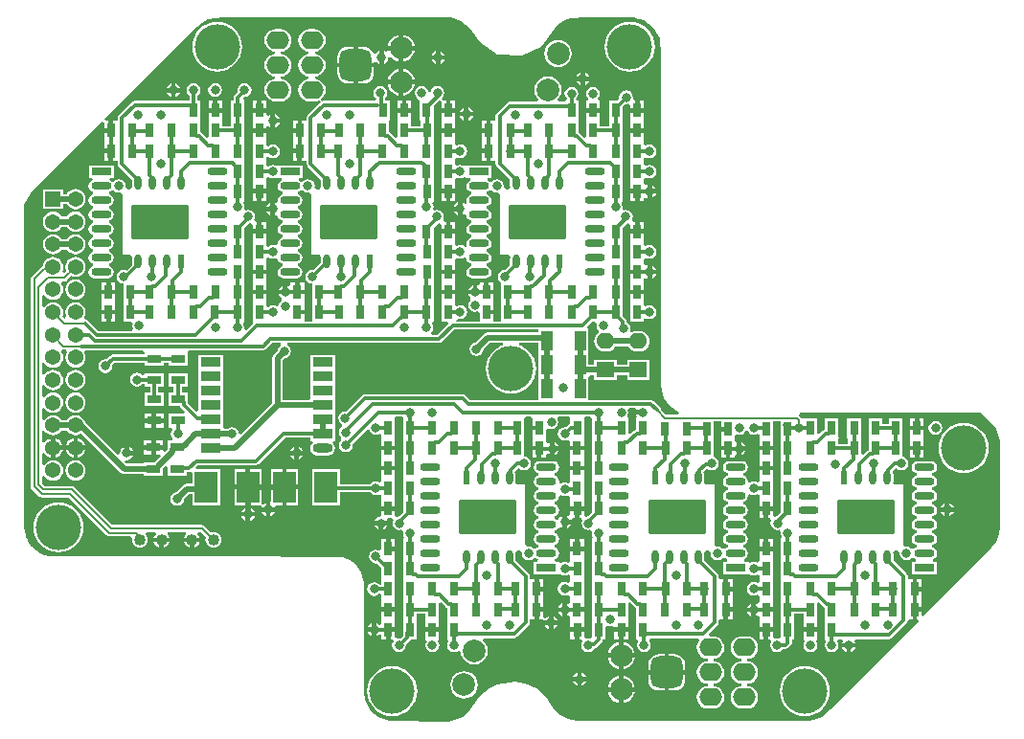
<source format=gtl>
G04*
G04 #@! TF.GenerationSoftware,Altium Limited,Altium Designer,22.1.2 (22)*
G04*
G04 Layer_Physical_Order=1*
G04 Layer_Color=5064179*
%FSAX42Y42*%
%MOMM*%
G71*
G04*
G04 #@! TF.SameCoordinates,0EE806D4-B871-489F-9783-670BAA343DA3*
G04*
G04*
G04 #@! TF.FilePolarity,Positive*
G04*
G01*
G75*
%ADD13C,0.20*%
%ADD15C,0.50*%
%ADD37R,1.80X0.70*%
%ADD38O,1.80X0.70*%
%ADD39R,0.60X1.20*%
%ADD40O,0.64X1.20*%
%ADD41R,0.80X1.30*%
%ADD42R,1.30X0.80*%
%ADD43R,1.00X1.70*%
%ADD44R,2.00X2.80*%
%ADD45R,1.78X0.81*%
%ADD46O,1.78X0.81*%
%ADD47C,0.30*%
G04:AMPARAMS|DCode=48|XSize=5mm|YSize=3mm|CornerRadius=0.08mm|HoleSize=0mm|Usage=FLASHONLY|Rotation=0.000|XOffset=0mm|YOffset=0mm|HoleType=Round|Shape=RoundedRectangle|*
%AMROUNDEDRECTD48*
21,1,5.00,2.85,0,0,0.0*
21,1,4.85,3.00,0,0,0.0*
1,1,0.15,2.42,-1.43*
1,1,0.15,-2.42,-1.43*
1,1,0.15,-2.42,1.43*
1,1,0.15,2.42,1.43*
%
%ADD48ROUNDEDRECTD48*%
%ADD49C,2.00*%
%ADD50C,1.37*%
%ADD51R,1.37X1.37*%
%ADD52C,1.02*%
G04:AMPARAMS|DCode=53|XSize=2.8mm|YSize=2.8mm|CornerRadius=0.7mm|HoleSize=0mm|Usage=FLASHONLY|Rotation=180.000|XOffset=0mm|YOffset=0mm|HoleType=Round|Shape=RoundedRectangle|*
%AMROUNDEDRECTD53*
21,1,2.80,1.40,0,0,180.0*
21,1,1.40,2.80,0,0,180.0*
1,1,1.40,-0.70,0.70*
1,1,1.40,0.70,0.70*
1,1,1.40,0.70,-0.70*
1,1,1.40,-0.70,-0.70*
%
%ADD53ROUNDEDRECTD53*%
%ADD54O,2.00X1.60*%
%ADD55R,1.60X1.40*%
%ADD56O,1.60X1.40*%
%ADD57C,0.80*%
%ADD58C,4.00*%
G36*
X005437Y006352D02*
X005480Y006351D01*
X005503Y006345D01*
X005529Y006340D01*
X005533Y006339D01*
X005566Y006331D01*
X005655Y006265D01*
X005711Y006168D01*
X005719Y006018D01*
X005717Y005255D01*
X005718Y003094D01*
X005742Y002985D01*
X005793Y002918D01*
X005881Y002859D01*
X005875Y002839D01*
X005766D01*
X005720Y002888D01*
X005719Y002894D01*
X005711Y002905D01*
X005656Y002960D01*
X005644Y002968D01*
X005631Y002971D01*
X005080D01*
Y003175D01*
X005092Y003190D01*
X005130D01*
Y003146D01*
X005330D01*
Y003190D01*
X005420D01*
Y003146D01*
X005620D01*
Y003326D01*
X005420D01*
Y003282D01*
X005330D01*
Y003326D01*
X005130D01*
Y003282D01*
X005080D01*
Y003367D01*
X005080Y003387D01*
X005080D01*
Y003387D01*
X005080D01*
Y003597D01*
X005074D01*
X005066Y003617D01*
X005110Y003662D01*
X005139D01*
X005153Y003642D01*
X005150Y003630D01*
X005155Y003606D01*
X005168Y003587D01*
X005169Y003585D01*
X005167Y003563D01*
X005156Y003554D01*
X005141Y003535D01*
X005132Y003513D01*
X005129Y003490D01*
X005132Y003467D01*
X005141Y003445D01*
X005156Y003426D01*
X005175Y003411D01*
X005197Y003402D01*
X005220Y003399D01*
X005240D01*
X005263Y003402D01*
X005285Y003411D01*
X005304Y003426D01*
X005318Y003444D01*
X005432D01*
X005446Y003426D01*
X005465Y003411D01*
X005487Y003402D01*
X005510Y003399D01*
X005530D01*
X005553Y003402D01*
X005575Y003411D01*
X005594Y003426D01*
X005609Y003445D01*
X005618Y003467D01*
X005621Y003490D01*
X005618Y003513D01*
X005609Y003535D01*
X005594Y003554D01*
X005575Y003569D01*
X005553Y003578D01*
X005530Y003581D01*
X005510D01*
X005487Y003578D01*
X005465Y003569D01*
X005464Y003568D01*
X005458Y003571D01*
X005447Y003581D01*
X005451Y003600D01*
X005447Y003623D01*
X005433Y003643D01*
X005416Y003655D01*
Y003661D01*
X005413Y003675D01*
X005406Y003687D01*
X005380Y003712D01*
Y003832D01*
X005380D01*
X005381Y003840D01*
X005381D01*
X005381Y003852D01*
Y004010D01*
X005381D01*
Y004018D01*
X005381D01*
Y004177D01*
X005381Y004188D01*
X005381Y004208D01*
Y004355D01*
X005381Y004367D01*
X005381D01*
X005380Y004375D01*
X005380D01*
Y004495D01*
X005415Y004530D01*
X005430Y004533D01*
X005450Y004522D01*
Y004480D01*
X005490D01*
Y004545D01*
X005476D01*
X005465Y004565D01*
X005467Y004567D01*
X005471Y004590D01*
X005467Y004613D01*
X005453Y004633D01*
X005433Y004647D01*
X005410Y004651D01*
X005394Y004648D01*
X005392Y004649D01*
X005379Y004662D01*
X005378Y004664D01*
X005381Y004680D01*
X005377Y004703D01*
X005371Y004712D01*
X005381Y004732D01*
X005381D01*
Y004890D01*
X005381Y004902D01*
X005381D01*
X005380Y004910D01*
X005380D01*
Y005068D01*
X005380Y005080D01*
X005380D01*
Y005088D01*
X005380D01*
Y005258D01*
X005380D01*
X005381Y005267D01*
X005381D01*
X005381Y005278D01*
Y005425D01*
X005381Y005437D01*
X005381D01*
X005380Y005445D01*
X005380D01*
Y005564D01*
X005405Y005589D01*
X005414Y005587D01*
X005430Y005590D01*
X005450Y005578D01*
Y005550D01*
X005490D01*
Y005615D01*
X005486D01*
X005472Y005635D01*
X005475Y005648D01*
X005470Y005671D01*
X005457Y005691D01*
X005437Y005705D01*
X005414Y005709D01*
X005390Y005705D01*
X005370Y005691D01*
X005357Y005671D01*
X005352Y005648D01*
X005354Y005639D01*
X005330Y005615D01*
X005260D01*
Y005456D01*
X005260Y005445D01*
X005260D01*
X005261Y005437D01*
X005261D01*
Y005387D01*
X005180D01*
Y005425D01*
X005181Y005445D01*
X005181Y005456D01*
Y005510D01*
X005121D01*
X005061D01*
Y005456D01*
X005060Y005437D01*
X005060Y005425D01*
Y005297D01*
X005042Y005289D01*
X005004Y005327D01*
X004993Y005335D01*
X004990Y005335D01*
Y005437D01*
X004990D01*
X004991Y005445D01*
X004991D01*
X004991Y005456D01*
Y005615D01*
X004975D01*
X004970Y005635D01*
X004973Y005637D01*
X004987Y005657D01*
X004991Y005680D01*
X004987Y005703D01*
X004973Y005723D01*
X004953Y005737D01*
X004930Y005741D01*
X004907Y005737D01*
X004887Y005723D01*
X004873Y005703D01*
X004869Y005680D01*
X004873Y005657D01*
X004887Y005637D01*
X004890Y005635D01*
X004884Y005615D01*
X004871D01*
Y005606D01*
X004811D01*
X004805Y005626D01*
X004806Y005627D01*
X004825Y005652D01*
X004837Y005681D01*
X004842Y005712D01*
X004837Y005744D01*
X004825Y005773D01*
X004806Y005798D01*
X004781Y005817D01*
X004752Y005829D01*
X004721Y005833D01*
X004689Y005829D01*
X004660Y005817D01*
X004635Y005798D01*
X004616Y005773D01*
X004604Y005744D01*
X004599Y005712D01*
X004604Y005681D01*
X004616Y005652D01*
X004635Y005627D01*
X004636Y005626D01*
X004630Y005606D01*
X004380D01*
X004366Y005603D01*
X004355Y005595D01*
X004270Y005510D01*
X004262Y005499D01*
X004259Y005485D01*
Y005456D01*
X004258Y005437D01*
X004239Y005437D01*
X004217D01*
Y005352D01*
X004197D01*
Y005332D01*
X004138D01*
Y005278D01*
X004137Y005258D01*
X004137Y005247D01*
Y005193D01*
X004197D01*
Y005173D01*
X004217D01*
Y005088D01*
X004257Y005088D01*
X004259Y005069D01*
Y005058D01*
X004262Y005044D01*
X004270Y005033D01*
X004385Y004918D01*
Y004865D01*
X004387Y004855D01*
X004373Y004835D01*
X004345D01*
X004329Y004855D01*
X004331Y004864D01*
X004326Y004887D01*
X004313Y004907D01*
X004293Y004920D01*
X004270Y004925D01*
X004246Y004920D01*
X004228Y004908D01*
X004218Y004903D01*
X004206D01*
X004188Y004916D01*
X004187Y004916D01*
X004189Y004936D01*
X004222D01*
Y005046D01*
X004002D01*
Y005046D01*
X003982Y005039D01*
X003970Y005047D01*
X003946Y005051D01*
X003923Y005047D01*
X003920Y005044D01*
X003900Y005055D01*
X003900Y005080D01*
X003900Y005105D01*
X003920Y005116D01*
X003923Y005113D01*
X003946Y005109D01*
X003970Y005113D01*
X003990Y005127D01*
X004003Y005147D01*
X004008Y005170D01*
X004003Y005193D01*
X003990Y005213D01*
X003970Y005227D01*
X003946Y005231D01*
X003923Y005227D01*
X003920Y005224D01*
X003900Y005235D01*
Y005247D01*
X003901Y005267D01*
X003901Y005278D01*
Y005332D01*
X003841D01*
X003781D01*
Y005278D01*
X003780Y005258D01*
X003780Y005247D01*
Y005100D01*
X003780Y005088D01*
X003780Y005068D01*
Y004921D01*
X003780Y004910D01*
X003781Y004890D01*
Y004837D01*
X003840D01*
X003901D01*
Y004890D01*
X003901Y004902D01*
X003900Y004921D01*
Y004925D01*
X003920Y004936D01*
X003923Y004933D01*
X003946Y004929D01*
X003970Y004933D01*
X003982Y004941D01*
X004002Y004936D01*
Y004936D01*
X004034D01*
X004036Y004916D01*
X004035Y004916D01*
X004017Y004903D01*
X004005Y004885D01*
X004001Y004864D01*
X004005Y004842D01*
X004017Y004824D01*
X004035Y004812D01*
X004043Y004810D01*
Y004790D01*
X004035Y004789D01*
X004017Y004776D01*
X004005Y004758D01*
X004001Y004737D01*
X004005Y004715D01*
X004005Y004715D01*
X003990Y004703D01*
X003970Y004717D01*
X003966Y004717D01*
Y004660D01*
Y004603D01*
X003970Y004603D01*
X003982Y004611D01*
X003983Y004611D01*
X004002Y004602D01*
X004005Y004588D01*
X004017Y004570D01*
X004035Y004558D01*
X004043Y004556D01*
Y004536D01*
X004035Y004535D01*
X004017Y004522D01*
X004005Y004504D01*
X004001Y004483D01*
X004005Y004461D01*
X004017Y004443D01*
X004035Y004431D01*
X004043Y004429D01*
Y004409D01*
X004035Y004408D01*
X004017Y004395D01*
X004005Y004377D01*
X004001Y004356D01*
X004005Y004334D01*
X003990Y004323D01*
X003970Y004337D01*
X003946Y004341D01*
X003923Y004337D01*
X003921Y004335D01*
X003901Y004345D01*
X003901Y004367D01*
X003900Y004386D01*
Y004440D01*
X003780D01*
Y004386D01*
X003780Y004375D01*
X003781Y004355D01*
Y004208D01*
X003781Y004197D01*
X003781Y004177D01*
Y004123D01*
X003840D01*
X003901D01*
Y004177D01*
X003901Y004188D01*
X003901Y004215D01*
X003921Y004225D01*
X003923Y004223D01*
X003946Y004219D01*
X003970Y004223D01*
X003981Y004231D01*
X003985Y004231D01*
X004002Y004222D01*
X004005Y004207D01*
X004017Y004189D01*
X004035Y004177D01*
X004043Y004175D01*
Y004155D01*
X004035Y004154D01*
X004017Y004141D01*
X004005Y004123D01*
X004001Y004102D01*
X004005Y004080D01*
X004017Y004062D01*
X004035Y004050D01*
X004057Y004046D01*
X004167D01*
X004188Y004050D01*
X004206Y004062D01*
X004219Y004080D01*
X004223Y004102D01*
X004219Y004123D01*
X004206Y004141D01*
X004188Y004154D01*
X004181Y004155D01*
Y004175D01*
X004188Y004177D01*
X004206Y004189D01*
X004219Y004207D01*
X004223Y004229D01*
X004219Y004250D01*
X004206Y004268D01*
X004188Y004281D01*
X004181Y004282D01*
Y004302D01*
X004188Y004304D01*
X004206Y004316D01*
X004219Y004334D01*
X004223Y004356D01*
X004219Y004377D01*
X004206Y004395D01*
X004188Y004408D01*
X004181Y004409D01*
Y004429D01*
X004188Y004431D01*
X004206Y004443D01*
X004219Y004461D01*
X004223Y004483D01*
X004219Y004504D01*
X004206Y004522D01*
X004188Y004535D01*
X004181Y004536D01*
Y004556D01*
X004188Y004558D01*
X004206Y004570D01*
X004219Y004588D01*
X004223Y004610D01*
X004219Y004631D01*
X004206Y004649D01*
X004188Y004662D01*
X004181Y004663D01*
Y004683D01*
X004188Y004685D01*
X004206Y004697D01*
X004219Y004715D01*
X004223Y004737D01*
X004219Y004758D01*
X004206Y004776D01*
X004188Y004789D01*
X004181Y004790D01*
Y004810D01*
X004188Y004812D01*
X004206Y004824D01*
X004218D01*
X004228Y004820D01*
X004246Y004807D01*
X004270Y004803D01*
X004279Y004804D01*
X004299Y004789D01*
Y004274D01*
X004299Y004272D01*
Y004254D01*
X004317D01*
X004319Y004254D01*
X004373D01*
X004387Y004234D01*
X004385Y004224D01*
Y004167D01*
X004385Y004165D01*
X004341Y004121D01*
X004340Y004121D01*
X004317Y004117D01*
X004297Y004103D01*
X004283Y004083D01*
X004279Y004060D01*
X004283Y004037D01*
X004297Y004017D01*
X004307Y004010D01*
Y003840D01*
X004307D01*
X004307Y003832D01*
X004307D01*
X004307Y003820D01*
Y003666D01*
X004237D01*
Y003727D01*
X004177D01*
Y003767D01*
X004237D01*
Y003820D01*
X004237Y003840D01*
X004237Y003840D01*
X004237D01*
Y003905D01*
X004177D01*
Y003925D01*
X004157D01*
Y004010D01*
X004117D01*
Y003991D01*
X004097Y003982D01*
X004097Y003982D01*
Y003925D01*
X004077D01*
Y003905D01*
X004020D01*
X004021Y003902D01*
X004034Y003882D01*
X004038Y003879D01*
Y003855D01*
X004034Y003853D01*
X004021Y003833D01*
X004016Y003809D01*
X004021Y003786D01*
X004034Y003766D01*
X004054Y003753D01*
X004077Y003748D01*
X004097Y003752D01*
X004117Y003742D01*
Y003666D01*
X003913D01*
X003910Y003675D01*
X003915Y003681D01*
X003927Y003689D01*
X003946Y003686D01*
X003970Y003690D01*
X003990Y003704D01*
X004003Y003723D01*
X004008Y003747D01*
X004003Y003770D01*
X003990Y003790D01*
X003970Y003803D01*
X003946Y003808D01*
X003923Y003803D01*
X003920Y003801D01*
X003900Y003812D01*
Y003820D01*
X003901Y003840D01*
X003901Y003852D01*
Y003905D01*
X003840D01*
X003781D01*
Y003852D01*
X003780Y003832D01*
X003780Y003820D01*
Y003662D01*
X003833D01*
X003841Y003642D01*
X003745Y003546D01*
X003693D01*
X003687Y003566D01*
X003688Y003567D01*
X003702Y003587D01*
X003706Y003610D01*
X003702Y003633D01*
X003696Y003642D01*
X003707Y003662D01*
X003710D01*
Y003832D01*
X003710D01*
X003711Y003840D01*
X003711D01*
X003710Y003852D01*
Y004010D01*
X003711D01*
Y004018D01*
X003710D01*
Y004177D01*
X003711Y004188D01*
X003710Y004208D01*
Y004355D01*
X003711Y004367D01*
X003711D01*
X003710Y004375D01*
X003710D01*
Y004495D01*
X003745Y004530D01*
X003760Y004533D01*
X003780Y004522D01*
Y004480D01*
X003820D01*
Y004545D01*
X003806D01*
X003795Y004565D01*
X003797Y004567D01*
X003801Y004590D01*
X003797Y004613D01*
X003783Y004633D01*
X003763Y004647D01*
X003740Y004651D01*
X003724Y004648D01*
X003722Y004649D01*
X003709Y004662D01*
X003708Y004664D01*
X003711Y004680D01*
X003707Y004703D01*
X003701Y004712D01*
X003711Y004732D01*
X003710D01*
Y004890D01*
X003711Y004902D01*
X003711D01*
X003710Y004910D01*
X003710D01*
Y005068D01*
X003710Y005080D01*
X003710D01*
Y005088D01*
X003710D01*
Y005258D01*
X003710D01*
X003711Y005267D01*
X003711D01*
X003711Y005278D01*
Y005425D01*
X003711Y005437D01*
X003711D01*
X003710Y005445D01*
X003710D01*
Y005570D01*
X003764Y005623D01*
X003780Y005612D01*
Y005550D01*
X003820D01*
Y005615D01*
X003796D01*
X003784Y005635D01*
X003787Y005642D01*
X003787Y005642D01*
X003800Y005662D01*
X003805Y005686D01*
X003800Y005709D01*
X003787Y005729D01*
X003767Y005742D01*
X003744Y005747D01*
X003720Y005742D01*
X003700Y005729D01*
X003687Y005709D01*
X003685Y005697D01*
X003664D01*
X003662Y005709D01*
X003649Y005729D01*
X003629Y005742D01*
X003605Y005747D01*
X003582Y005742D01*
X003562Y005729D01*
X003549Y005709D01*
X003544Y005686D01*
X003549Y005662D01*
X003562Y005642D01*
X003580Y005631D01*
X003586Y005622D01*
X003590Y005613D01*
X003590Y005607D01*
Y005456D01*
X003590Y005445D01*
X003590D01*
X003591Y005437D01*
X003591D01*
Y005387D01*
X003510D01*
Y005425D01*
X003511Y005445D01*
X003511Y005456D01*
Y005510D01*
X003451D01*
X003391D01*
Y005456D01*
X003390Y005437D01*
X003390Y005425D01*
Y005297D01*
X003372Y005289D01*
X003334Y005327D01*
X003323Y005335D01*
X003320Y005335D01*
Y005437D01*
X003320D01*
X003321Y005445D01*
X003321D01*
X003321Y005456D01*
Y005615D01*
X003285D01*
Y005645D01*
X003297Y005662D01*
X003301Y005686D01*
X003297Y005709D01*
X003283Y005729D01*
X003263Y005742D01*
X003240Y005747D01*
X003217Y005742D01*
X003197Y005729D01*
X003183Y005709D01*
X003179Y005686D01*
X003183Y005662D01*
X003197Y005642D01*
X003207Y005636D01*
X003201Y005616D01*
X002738D01*
X002724Y005613D01*
X002713Y005630D01*
X002718Y005633D01*
X002727Y005640D01*
X002743Y005661D01*
X002753Y005685D01*
X002756Y005711D01*
X002753Y005737D01*
X002743Y005762D01*
X002727Y005783D01*
X002706Y005799D01*
X002682Y005809D01*
X002663Y005811D01*
Y005831D01*
X002682Y005834D01*
X002706Y005844D01*
X002727Y005860D01*
X002743Y005881D01*
X002753Y005905D01*
X002756Y005931D01*
X002753Y005957D01*
X002743Y005982D01*
X002727Y006003D01*
X002706Y006019D01*
X002682Y006029D01*
X002663Y006031D01*
Y006051D01*
X002682Y006054D01*
X002706Y006064D01*
X002727Y006080D01*
X002743Y006101D01*
X002753Y006125D01*
X002756Y006151D01*
X002753Y006177D01*
X002743Y006202D01*
X002727Y006223D01*
X002706Y006239D01*
X002682Y006249D01*
X002655Y006252D01*
X002615D01*
X002589Y006249D01*
X002565Y006239D01*
X002544Y006223D01*
X002528Y006202D01*
X002518Y006177D01*
X002515Y006151D01*
X002518Y006125D01*
X002528Y006101D01*
X002544Y006080D01*
X002565Y006064D01*
X002589Y006054D01*
X002608Y006051D01*
Y006031D01*
X002589Y006029D01*
X002565Y006019D01*
X002544Y006003D01*
X002528Y005982D01*
X002518Y005957D01*
X002515Y005931D01*
X002518Y005905D01*
X002528Y005881D01*
X002544Y005860D01*
X002565Y005844D01*
X002589Y005834D01*
X002608Y005831D01*
Y005811D01*
X002589Y005809D01*
X002565Y005799D01*
X002544Y005783D01*
X002528Y005762D01*
X002518Y005737D01*
X002515Y005711D01*
X002518Y005685D01*
X002528Y005661D01*
X002544Y005640D01*
X002565Y005624D01*
X002589Y005614D01*
X002615Y005610D01*
X002655D01*
X002682Y005614D01*
X002696Y005620D01*
X002702Y005622D01*
X002712Y005605D01*
X002708Y005601D01*
X002600Y005493D01*
X002592Y005481D01*
X002589Y005467D01*
Y005456D01*
X002588Y005437D01*
X002569Y005437D01*
X002548D01*
Y005352D01*
X002527D01*
Y005332D01*
X002468D01*
Y005278D01*
X002467Y005258D01*
X002467Y005247D01*
Y005193D01*
X002527D01*
Y005173D01*
X002547D01*
Y005088D01*
X002587Y005088D01*
X002589Y005069D01*
Y005058D01*
X002592Y005044D01*
X002600Y005033D01*
X002715Y004918D01*
Y004865D01*
X002717Y004855D01*
X002703Y004835D01*
X002675D01*
X002659Y004855D01*
X002661Y004864D01*
X002656Y004887D01*
X002643Y004907D01*
X002623Y004920D01*
X002600Y004925D01*
X002576Y004920D01*
X002558Y004908D01*
X002548Y004903D01*
X002536D01*
X002518Y004916D01*
X002517Y004916D01*
X002519Y004936D01*
X002552D01*
Y005046D01*
X002332D01*
X002332Y005046D01*
X002312Y005047D01*
X002290Y005051D01*
X002267Y005047D01*
X002250Y005035D01*
X002238Y005039D01*
X002230Y005044D01*
X002230Y005080D01*
X002230Y005116D01*
X002238Y005121D01*
X002250Y005125D01*
X002267Y005113D01*
X002290Y005109D01*
X002313Y005113D01*
X002333Y005127D01*
X002347Y005147D01*
X002351Y005170D01*
X002347Y005193D01*
X002333Y005213D01*
X002313Y005227D01*
X002290Y005231D01*
X002267Y005227D01*
X002250Y005215D01*
X002238Y005219D01*
X002230Y005224D01*
Y005247D01*
X002231Y005267D01*
X002231Y005278D01*
Y005332D01*
X002171D01*
X002111D01*
Y005278D01*
X002110Y005258D01*
X002110Y005247D01*
Y005100D01*
X002110Y005088D01*
X002110Y005068D01*
Y004921D01*
X002110Y004910D01*
X002110Y004890D01*
Y004837D01*
X002170D01*
X002231D01*
Y004890D01*
X002231Y004902D01*
X002230Y004921D01*
Y004936D01*
X002238Y004941D01*
X002250Y004945D01*
X002267Y004933D01*
X002290Y004929D01*
X002313Y004933D01*
X002332Y004936D01*
X002332Y004936D01*
X002332Y004936D01*
X002364D01*
X002366Y004916D01*
X002365Y004916D01*
X002347Y004903D01*
X002335Y004885D01*
X002331Y004864D01*
X002335Y004842D01*
X002347Y004824D01*
X002365Y004812D01*
X002373Y004810D01*
Y004790D01*
X002365Y004789D01*
X002347Y004776D01*
X002335Y004758D01*
X002331Y004737D01*
X002332Y004728D01*
X002314Y004716D01*
X002313Y004717D01*
X002310Y004717D01*
Y004660D01*
Y004603D01*
X002313Y004603D01*
X002334Y004593D01*
X002335Y004588D01*
X002347Y004570D01*
X002365Y004558D01*
X002373Y004556D01*
Y004536D01*
X002365Y004535D01*
X002347Y004522D01*
X002335Y004504D01*
X002331Y004483D01*
X002335Y004461D01*
X002347Y004443D01*
X002365Y004431D01*
X002373Y004429D01*
Y004409D01*
X002365Y004408D01*
X002347Y004395D01*
X002335Y004377D01*
X002331Y004356D01*
X002332Y004348D01*
X002314Y004336D01*
X002313Y004337D01*
X002290Y004341D01*
X002267Y004337D01*
X002250Y004326D01*
X002237Y004330D01*
X002231Y004335D01*
X002231Y004367D01*
X002230Y004386D01*
Y004440D01*
X002110D01*
Y004386D01*
X002110Y004375D01*
X002110Y004355D01*
Y004208D01*
X002110Y004197D01*
X002110Y004177D01*
Y004123D01*
X002170D01*
X002231D01*
Y004177D01*
X002231Y004188D01*
X002231Y004225D01*
X002237Y004230D01*
X002250Y004234D01*
X002267Y004223D01*
X002290Y004219D01*
X002313Y004223D01*
X002334Y004213D01*
X002335Y004207D01*
X002347Y004189D01*
X002365Y004177D01*
X002373Y004175D01*
Y004155D01*
X002365Y004154D01*
X002347Y004141D01*
X002335Y004123D01*
X002331Y004102D01*
X002335Y004080D01*
X002347Y004062D01*
X002365Y004050D01*
X002387Y004046D01*
X002497D01*
X002518Y004050D01*
X002536Y004062D01*
X002549Y004080D01*
X002553Y004102D01*
X002549Y004123D01*
X002536Y004141D01*
X002518Y004154D01*
X002511Y004155D01*
Y004175D01*
X002518Y004177D01*
X002536Y004189D01*
X002549Y004207D01*
X002553Y004229D01*
X002549Y004250D01*
X002536Y004268D01*
X002518Y004281D01*
X002511Y004282D01*
Y004302D01*
X002518Y004304D01*
X002536Y004316D01*
X002549Y004334D01*
X002553Y004356D01*
X002549Y004377D01*
X002536Y004395D01*
X002518Y004408D01*
X002511Y004409D01*
Y004429D01*
X002518Y004431D01*
X002536Y004443D01*
X002549Y004461D01*
X002553Y004483D01*
X002549Y004504D01*
X002536Y004522D01*
X002518Y004535D01*
X002511Y004536D01*
Y004556D01*
X002518Y004558D01*
X002536Y004570D01*
X002549Y004588D01*
X002553Y004610D01*
X002549Y004631D01*
X002536Y004649D01*
X002518Y004662D01*
X002511Y004663D01*
Y004683D01*
X002518Y004685D01*
X002536Y004697D01*
X002549Y004715D01*
X002553Y004737D01*
X002549Y004758D01*
X002536Y004776D01*
X002518Y004789D01*
X002511Y004790D01*
Y004810D01*
X002518Y004812D01*
X002536Y004824D01*
X002548D01*
X002558Y004820D01*
X002576Y004807D01*
X002600Y004803D01*
X002609Y004804D01*
X002629Y004789D01*
Y004274D01*
X002629Y004272D01*
Y004254D01*
X002647D01*
X002649Y004254D01*
X002703D01*
X002717Y004234D01*
X002715Y004224D01*
Y004185D01*
X002649Y004119D01*
X002640Y004121D01*
X002617Y004117D01*
X002597Y004103D01*
X002583Y004083D01*
X002579Y004060D01*
X002583Y004037D01*
X002597Y004017D01*
X002617Y004003D01*
X002637Y003999D01*
Y003840D01*
X002637D01*
X002637Y003832D01*
X002637D01*
X002637Y003820D01*
Y003666D01*
X002567D01*
Y003727D01*
X002507D01*
Y003767D01*
X002567D01*
Y003820D01*
X002567Y003840D01*
X002567Y003852D01*
Y003905D01*
X002507D01*
Y003925D01*
X002487D01*
Y004010D01*
X002447D01*
Y003990D01*
X002427Y003979D01*
X002423Y003982D01*
X002420Y003982D01*
Y003925D01*
X002400D01*
Y003905D01*
X002343D01*
X002343Y003902D01*
X002357Y003882D01*
X002369Y003874D01*
Y003851D01*
X002357Y003843D01*
X002343Y003823D01*
X002341Y003809D01*
X002321Y003799D01*
X002320Y003799D01*
X002313Y003803D01*
X002290Y003808D01*
X002267Y003803D01*
X002250Y003792D01*
X002238Y003796D01*
X002230Y003801D01*
Y003820D01*
X002231Y003840D01*
X002231Y003852D01*
Y003905D01*
X002170D01*
X002110D01*
Y003852D01*
X002110Y003832D01*
X002110Y003820D01*
Y003662D01*
X002110D01*
X002111Y003642D01*
X002053Y003584D01*
X002035Y003594D01*
X002038Y003610D01*
X002033Y003633D01*
X002028Y003642D01*
X002039Y003662D01*
X002040D01*
Y003832D01*
X002040D01*
X002041Y003840D01*
X002041D01*
X002041Y003852D01*
Y004010D01*
X002041D01*
Y004018D01*
X002041D01*
Y004177D01*
X002041Y004188D01*
X002041Y004208D01*
Y004355D01*
X002041Y004367D01*
X002041D01*
X002040Y004375D01*
X002040D01*
Y004495D01*
X002075Y004530D01*
X002090Y004533D01*
X002110Y004522D01*
Y004480D01*
X002150D01*
Y004545D01*
X002136D01*
X002125Y004565D01*
X002127Y004567D01*
X002131Y004590D01*
X002127Y004613D01*
X002113Y004633D01*
X002093Y004647D01*
X002070Y004651D01*
X002054Y004648D01*
X002052Y004649D01*
X002039Y004662D01*
X002038Y004664D01*
X002041Y004680D01*
X002037Y004703D01*
X002031Y004712D01*
X002041Y004732D01*
X002041D01*
Y004890D01*
X002041Y004902D01*
X002041D01*
X002040Y004910D01*
X002040D01*
Y005068D01*
X002040Y005080D01*
X002040D01*
Y005088D01*
X002040D01*
Y005258D01*
X002040D01*
X002041Y005267D01*
X002041D01*
X002041Y005278D01*
Y005425D01*
X002041Y005437D01*
X002041D01*
X002040Y005445D01*
X002040D01*
Y005615D01*
X002034D01*
X002025Y005635D01*
X002039Y005649D01*
X002040Y005649D01*
X002063Y005653D01*
X002083Y005667D01*
X002097Y005687D01*
X002101Y005710D01*
X002097Y005733D01*
X002083Y005753D01*
X002063Y005767D01*
X002040Y005771D01*
X002017Y005767D01*
X001997Y005753D01*
X001983Y005733D01*
X001979Y005710D01*
X001982Y005693D01*
X001955Y005666D01*
X001947Y005654D01*
X001945Y005640D01*
Y005615D01*
X001920D01*
Y005456D01*
X001920Y005445D01*
X001920D01*
X001921Y005437D01*
X001921D01*
Y005387D01*
X001840D01*
Y005425D01*
X001841Y005445D01*
X001841Y005456D01*
Y005510D01*
X001781D01*
X001721D01*
Y005456D01*
X001720Y005437D01*
X001720Y005425D01*
Y005297D01*
X001702Y005289D01*
X001664Y005327D01*
X001653Y005335D01*
X001650Y005335D01*
Y005437D01*
X001650D01*
X001651Y005445D01*
X001651D01*
X001651Y005456D01*
Y005615D01*
X001626D01*
Y005662D01*
X001633Y005667D01*
X001647Y005687D01*
X001651Y005710D01*
X001647Y005733D01*
X001633Y005753D01*
X001613Y005767D01*
X001590Y005771D01*
X001567Y005767D01*
X001547Y005753D01*
X001533Y005733D01*
X001529Y005710D01*
X001533Y005687D01*
X001547Y005667D01*
X001555Y005661D01*
Y005616D01*
X001068D01*
X001054Y005613D01*
X001042Y005605D01*
X000930Y005493D01*
X000922Y005481D01*
X000919Y005467D01*
Y005456D01*
X000918Y005437D01*
X000899Y005437D01*
X000877D01*
Y005352D01*
X000857D01*
Y005332D01*
X000797D01*
Y005278D01*
X000797Y005258D01*
X000797Y005247D01*
Y005193D01*
X000857D01*
Y005173D01*
X000877D01*
Y005088D01*
X000917Y005088D01*
X000919Y005069D01*
Y005058D01*
X000922Y005044D01*
X000930Y005033D01*
X001045Y004918D01*
Y004865D01*
X001047Y004855D01*
X001033Y004835D01*
X001005D01*
X000989Y004855D01*
X000991Y004864D01*
X000986Y004887D01*
X000973Y004907D01*
X000953Y004920D01*
X000930Y004925D01*
X000906Y004920D01*
X000888Y004908D01*
X000878Y004903D01*
X000866D01*
X000848Y004916D01*
X000847Y004916D01*
X000849Y004936D01*
X000882D01*
Y005046D01*
X000662D01*
Y004936D01*
X000694D01*
X000696Y004916D01*
X000695Y004916D01*
X000677Y004903D01*
X000665Y004885D01*
X000661Y004864D01*
X000665Y004842D01*
X000677Y004824D01*
X000695Y004812D01*
X000703Y004810D01*
Y004790D01*
X000695Y004789D01*
X000677Y004776D01*
X000665Y004758D01*
X000661Y004737D01*
X000665Y004715D01*
X000677Y004697D01*
X000695Y004685D01*
X000703Y004683D01*
Y004663D01*
X000695Y004662D01*
X000677Y004649D01*
X000665Y004631D01*
X000661Y004610D01*
X000665Y004588D01*
X000677Y004570D01*
X000695Y004558D01*
X000703Y004556D01*
Y004536D01*
X000695Y004535D01*
X000677Y004522D01*
X000665Y004504D01*
X000661Y004483D01*
X000665Y004461D01*
X000677Y004443D01*
X000695Y004431D01*
X000703Y004429D01*
Y004409D01*
X000695Y004408D01*
X000677Y004395D01*
X000665Y004377D01*
X000661Y004356D01*
X000665Y004334D01*
X000677Y004316D01*
X000695Y004304D01*
X000703Y004302D01*
Y004282D01*
X000695Y004281D01*
X000677Y004268D01*
X000665Y004250D01*
X000661Y004229D01*
X000665Y004207D01*
X000677Y004189D01*
X000695Y004177D01*
X000703Y004175D01*
Y004155D01*
X000695Y004154D01*
X000677Y004141D01*
X000665Y004123D01*
X000661Y004102D01*
X000665Y004080D01*
X000677Y004062D01*
X000695Y004050D01*
X000717Y004046D01*
X000827D01*
X000848Y004050D01*
X000866Y004062D01*
X000879Y004080D01*
X000883Y004102D01*
X000879Y004123D01*
X000866Y004141D01*
X000848Y004154D01*
X000841Y004155D01*
Y004175D01*
X000848Y004177D01*
X000866Y004189D01*
X000879Y004207D01*
X000883Y004229D01*
X000879Y004250D01*
X000866Y004268D01*
X000848Y004281D01*
X000841Y004282D01*
Y004302D01*
X000848Y004304D01*
X000866Y004316D01*
X000879Y004334D01*
X000883Y004356D01*
X000879Y004377D01*
X000866Y004395D01*
X000848Y004408D01*
X000841Y004409D01*
Y004429D01*
X000848Y004431D01*
X000866Y004443D01*
X000879Y004461D01*
X000883Y004483D01*
X000879Y004504D01*
X000866Y004522D01*
X000848Y004535D01*
X000841Y004536D01*
Y004556D01*
X000848Y004558D01*
X000866Y004570D01*
X000879Y004588D01*
X000883Y004610D01*
X000879Y004631D01*
X000866Y004649D01*
X000848Y004662D01*
X000841Y004663D01*
Y004683D01*
X000848Y004685D01*
X000866Y004697D01*
X000879Y004715D01*
X000883Y004737D01*
X000879Y004758D01*
X000866Y004776D01*
X000848Y004789D01*
X000841Y004790D01*
Y004810D01*
X000848Y004812D01*
X000866Y004824D01*
X000878D01*
X000888Y004820D01*
X000906Y004807D01*
X000930Y004803D01*
X000939Y004804D01*
X000959Y004789D01*
Y004274D01*
X000959Y004272D01*
Y004254D01*
X000977D01*
X000979Y004254D01*
X001033D01*
X001047Y004234D01*
X001045Y004224D01*
Y004167D01*
X001045Y004165D01*
X000995Y004115D01*
X000993Y004117D01*
X000970Y004121D01*
X000947Y004117D01*
X000927Y004103D01*
X000913Y004083D01*
X000909Y004060D01*
X000913Y004037D01*
X000927Y004017D01*
X000947Y004003D01*
X000967Y003999D01*
Y003840D01*
X000967D01*
X000967Y003832D01*
X000967D01*
X000967Y003820D01*
Y003662D01*
X001037D01*
X001051Y003642D01*
X001049Y003630D01*
X001053Y003607D01*
X001057Y003601D01*
X001046Y003581D01*
X000748D01*
X000659Y003671D01*
X000648Y003678D01*
X000634Y003681D01*
X000633Y003681D01*
X000622Y003699D01*
X000624Y003702D01*
X000633Y003724D01*
X000636Y003747D01*
X000633Y003770D01*
X000624Y003791D01*
X000610Y003810D01*
X000591Y003824D01*
X000570Y003833D01*
X000547Y003836D01*
X000523Y003833D01*
X000502Y003824D01*
X000483Y003810D01*
X000469Y003791D01*
X000460Y003770D01*
X000457Y003747D01*
X000460Y003724D01*
X000465Y003712D01*
X000456Y003692D01*
X000454Y003690D01*
X000448Y003689D01*
X000427Y003710D01*
X000433Y003724D01*
X000436Y003747D01*
X000433Y003770D01*
X000424Y003791D01*
X000410Y003810D01*
X000391Y003824D01*
X000370Y003833D01*
X000347Y003836D01*
X000323Y003833D01*
X000302Y003824D01*
X000283Y003810D01*
X000271Y003793D01*
X000265Y003793D01*
X000251Y003799D01*
Y003895D01*
X000265Y003900D01*
X000271Y003900D01*
X000283Y003884D01*
X000302Y003869D01*
X000323Y003860D01*
X000347Y003857D01*
X000370Y003860D01*
X000391Y003869D01*
X000410Y003884D01*
X000424Y003902D01*
X000433Y003924D01*
X000436Y003947D01*
X000433Y003970D01*
X000424Y003991D01*
X000419Y003998D01*
X000429Y004018D01*
X000448D01*
X000448Y004018D01*
X000460Y004020D01*
X000470Y004027D01*
X000509Y004066D01*
X000523Y004060D01*
X000547Y004057D01*
X000570Y004060D01*
X000591Y004069D01*
X000610Y004084D01*
X000624Y004102D01*
X000633Y004124D01*
X000636Y004147D01*
X000633Y004170D01*
X000624Y004191D01*
X000610Y004210D01*
X000591Y004224D01*
X000570Y004233D01*
X000547Y004236D01*
X000523Y004233D01*
X000502Y004224D01*
X000483Y004210D01*
X000469Y004191D01*
X000460Y004170D01*
X000457Y004147D01*
X000460Y004124D01*
X000466Y004110D01*
X000448Y004091D01*
X000440Y004092D01*
X000440Y004092D01*
X000429Y004114D01*
X000433Y004124D01*
X000436Y004147D01*
X000433Y004170D01*
X000424Y004191D01*
X000410Y004210D01*
X000391Y004224D01*
X000370Y004233D01*
X000347Y004236D01*
X000323Y004233D01*
X000302Y004224D01*
X000283Y004210D01*
X000269Y004191D01*
X000260Y004170D01*
X000258Y004156D01*
X000255Y004155D01*
X000245Y004149D01*
X000245Y004149D01*
X000158Y004062D01*
X000152Y004052D01*
X000149Y004040D01*
X000149Y004040D01*
Y002205D01*
X000149Y002205D01*
X000152Y002193D01*
X000158Y002183D01*
X000225Y002117D01*
X000225Y002117D01*
X000235Y002110D01*
X000247Y002108D01*
X000486D01*
X000822Y001772D01*
X000822Y001772D01*
X000832Y001765D01*
X000844Y001763D01*
X001031D01*
X001045Y001743D01*
X001044Y001733D01*
X001046Y001714D01*
X001053Y001697D01*
X001065Y001682D01*
X001079Y001671D01*
X001097Y001664D01*
X001115Y001661D01*
X001133Y001664D01*
X001151Y001671D01*
X001165Y001682D01*
X001177Y001697D01*
X001184Y001714D01*
X001186Y001733D01*
X001184Y001751D01*
X001177Y001768D01*
X001166Y001783D01*
X001166Y001784D01*
X001173Y001803D01*
X001248D01*
X001255Y001784D01*
X001255Y001783D01*
X001244Y001768D01*
X001237Y001752D01*
X001306D01*
X001374D01*
X001367Y001768D01*
X001356Y001783D01*
X001356Y001784D01*
X001363Y001803D01*
X001517D01*
X001524Y001784D01*
X001524Y001783D01*
X001513Y001768D01*
X001506Y001752D01*
X001574D01*
X001643D01*
X001636Y001768D01*
X001625Y001783D01*
X001625Y001784D01*
X001632Y001803D01*
X001652D01*
X001698Y001756D01*
X001696Y001751D01*
X001694Y001733D01*
X001696Y001714D01*
X001703Y001697D01*
X001715Y001682D01*
X001729Y001671D01*
X001747Y001664D01*
X001765Y001661D01*
X001783Y001664D01*
X001801Y001671D01*
X001815Y001682D01*
X001827Y001697D01*
X001834Y001714D01*
X001836Y001733D01*
X001834Y001751D01*
X001827Y001768D01*
X001815Y001783D01*
X001801Y001794D01*
X001783Y001801D01*
X001765Y001804D01*
X001747Y001801D01*
X001741Y001799D01*
X001686Y001855D01*
X001676Y001862D01*
X001664Y001864D01*
X001664Y001864D01*
X000873D01*
X000537Y002200D01*
X000527Y002207D01*
X000515Y002209D01*
X000515Y002209D01*
X000276D01*
X000251Y002234D01*
Y002295D01*
X000265Y002300D01*
X000271Y002300D01*
X000283Y002284D01*
X000302Y002269D01*
X000323Y002260D01*
X000347Y002257D01*
X000370Y002260D01*
X000391Y002269D01*
X000410Y002284D01*
X000424Y002302D01*
X000433Y002324D01*
X000436Y002347D01*
X000433Y002370D01*
X000424Y002391D01*
X000410Y002410D01*
X000391Y002424D01*
X000370Y002433D01*
X000347Y002436D01*
X000323Y002433D01*
X000302Y002424D01*
X000283Y002410D01*
X000271Y002393D01*
X000265Y002393D01*
X000251Y002399D01*
Y002495D01*
X000265Y002500D01*
X000271Y002500D01*
X000283Y002484D01*
X000302Y002469D01*
X000323Y002460D01*
X000327Y002460D01*
Y002547D01*
Y002634D01*
X000323Y002633D01*
X000302Y002624D01*
X000283Y002610D01*
X000271Y002593D01*
X000265Y002593D01*
X000251Y002599D01*
Y002695D01*
X000265Y002700D01*
X000271Y002700D01*
X000283Y002684D01*
X000302Y002669D01*
X000323Y002660D01*
X000347Y002657D01*
X000370Y002660D01*
X000391Y002669D01*
X000410Y002684D01*
X000423Y002701D01*
X000470D01*
X000483Y002684D01*
X000502Y002669D01*
X000523Y002660D01*
X000547Y002657D01*
X000570Y002660D01*
X000591Y002669D01*
X000599Y002676D01*
X000948Y002328D01*
X000962Y002318D01*
X000980Y002314D01*
X001150D01*
Y002300D01*
X001320D01*
Y002365D01*
X001342Y002387D01*
X001360Y002379D01*
Y002300D01*
X001530D01*
Y002332D01*
X001548D01*
X001561Y002335D01*
X001562Y002335D01*
X001582Y002324D01*
Y002229D01*
X001528D01*
X001511Y002226D01*
X001496Y002216D01*
X001434Y002153D01*
X001420Y002151D01*
X001400Y002137D01*
X001387Y002118D01*
X001382Y002094D01*
X001387Y002071D01*
X001400Y002051D01*
X001420Y002038D01*
X001443Y002033D01*
X001467Y002038D01*
X001487Y002051D01*
X001500Y002071D01*
X001504Y002094D01*
X001504Y002094D01*
X001547Y002138D01*
X001582D01*
Y002040D01*
X001822D01*
Y002360D01*
X001617D01*
X001609Y002378D01*
X001625Y002395D01*
X002140D01*
X002154Y002397D01*
X002165Y002405D01*
X002398Y002637D01*
X002622D01*
Y002608D01*
X002637D01*
X002643Y002588D01*
X002639Y002586D01*
X002625Y002566D01*
X002621Y002542D01*
X002625Y002518D01*
X002639Y002498D01*
X002659Y002485D01*
X002682Y002480D01*
X002779D01*
X002803Y002485D01*
X002823Y002498D01*
X002836Y002518D01*
X002841Y002542D01*
X002836Y002566D01*
X002823Y002586D01*
X002819Y002588D01*
X002825Y002608D01*
X002840D01*
Y002730D01*
X002840D01*
Y002735D01*
X002840D01*
Y002857D01*
X002840D01*
Y002862D01*
X002840D01*
Y002969D01*
X002840Y002984D01*
X002840Y003004D01*
Y003096D01*
X002840Y003111D01*
X002840Y003131D01*
Y003223D01*
X002840Y003238D01*
X002840Y003258D01*
Y003365D01*
X002622D01*
Y003258D01*
X002622Y003243D01*
X002622Y003223D01*
Y003131D01*
X002622Y003116D01*
X002622Y003096D01*
X002622Y002983D01*
X002608Y002969D01*
X002378D01*
Y003323D01*
X002395Y003340D01*
X002413Y003343D01*
X002433Y003357D01*
X002447Y003377D01*
X002451Y003400D01*
X002447Y003423D01*
X002433Y003443D01*
X002417Y003454D01*
X002418Y003469D01*
X002420Y003474D01*
X003760D01*
X003774Y003477D01*
X003785Y003485D01*
X003895Y003594D01*
X004640D01*
Y003566D01*
X004190D01*
X004172Y003562D01*
X004158Y003552D01*
X004085Y003480D01*
X004067Y003477D01*
X004047Y003463D01*
X004033Y003443D01*
X004029Y003420D01*
X004033Y003397D01*
X004047Y003377D01*
X004067Y003363D01*
X004090Y003359D01*
X004113Y003363D01*
X004133Y003377D01*
X004147Y003397D01*
X004150Y003415D01*
X004209Y003474D01*
X004324D01*
X004326Y003454D01*
X004310Y003449D01*
X004272Y003429D01*
X004239Y003401D01*
X004211Y003368D01*
X004191Y003330D01*
X004178Y003288D01*
X004174Y003245D01*
X004178Y003202D01*
X004191Y003160D01*
X004211Y003122D01*
X004239Y003089D01*
X004272Y003061D01*
X004310Y003041D01*
X004352Y003028D01*
X004395Y003024D01*
X004438Y003028D01*
X004480Y003041D01*
X004518Y003061D01*
X004551Y003089D01*
X004579Y003122D01*
X004599Y003160D01*
X004612Y003202D01*
X004616Y003245D01*
X004612Y003288D01*
X004599Y003330D01*
X004579Y003368D01*
X004551Y003401D01*
X004518Y003429D01*
X004480Y003449D01*
X004464Y003454D01*
X004466Y003474D01*
X004640D01*
Y003407D01*
X004640Y003387D01*
X004640D01*
Y003387D01*
X004640D01*
Y003177D01*
X004640D01*
Y003175D01*
X004640D01*
Y002971D01*
X004030D01*
X003990Y003010D01*
X003979Y003018D01*
X003965Y003021D01*
X003105D01*
X003091Y003018D01*
X003080Y003010D01*
X002939Y002869D01*
X002930Y002871D01*
X002907Y002867D01*
X002887Y002853D01*
X002873Y002833D01*
X002869Y002810D01*
X002873Y002787D01*
X002887Y002767D01*
X002901Y002758D01*
X002903Y002738D01*
X002902Y002734D01*
X002892Y002728D01*
X002879Y002708D01*
X002874Y002684D01*
X002879Y002661D01*
X002892Y002641D01*
X002895Y002639D01*
Y002615D01*
X002892Y002613D01*
X002879Y002593D01*
X002874Y002570D01*
X002879Y002547D01*
X002892Y002527D01*
X002912Y002513D01*
X002935Y002509D01*
X002959Y002513D01*
X002978Y002527D01*
X002992Y002547D01*
X002996Y002570D01*
X002994Y002583D01*
X003121Y002710D01*
X003143Y002704D01*
X003143Y002700D01*
X003157Y002680D01*
X003177Y002667D01*
X003200Y002662D01*
X003223Y002667D01*
X003230Y002671D01*
X003250Y002660D01*
Y002650D01*
X003249Y002630D01*
X003249Y002618D01*
Y002565D01*
X003369D01*
Y002618D01*
X003370Y002638D01*
X003370Y002650D01*
Y002808D01*
X003379Y002824D01*
X003431D01*
X003440Y002808D01*
Y002638D01*
X003440D01*
X003439Y002630D01*
X003440D01*
X003440Y002618D01*
Y002460D01*
X003439D01*
Y002452D01*
X003440D01*
Y002293D01*
X003440Y002282D01*
X003440Y002262D01*
Y002115D01*
X003440Y002103D01*
X003439D01*
X003440Y002095D01*
X003440D01*
Y001975D01*
X003405Y001940D01*
X003390Y001937D01*
X003370Y001948D01*
Y001990D01*
X003310D01*
X003250D01*
Y001945D01*
X003245Y001941D01*
X003222Y001937D01*
X003202Y001923D01*
X003188Y001903D01*
X003188Y001900D01*
X003302D01*
X003302Y001903D01*
X003300Y001905D01*
X003311Y001925D01*
X003344D01*
X003355Y001905D01*
X003353Y001903D01*
X003349Y001880D01*
X003353Y001857D01*
X003367Y001837D01*
X003387Y001823D01*
X003410Y001819D01*
X003426Y001822D01*
X003428Y001821D01*
X003441Y001808D01*
X003442Y001806D01*
X003439Y001790D01*
X003443Y001767D01*
X003449Y001758D01*
X003440Y001738D01*
X003440D01*
Y001580D01*
X003440Y001568D01*
X003439D01*
X003440Y001560D01*
X003440D01*
Y001402D01*
X003440Y001390D01*
X003440D01*
Y001382D01*
X003440D01*
Y001212D01*
X003440D01*
X003439Y001203D01*
X003439D01*
X003439Y001192D01*
Y001045D01*
X003439Y001033D01*
X003439D01*
X003440Y001025D01*
X003440D01*
Y000919D01*
X003439Y000915D01*
Y000883D01*
X003415Y000859D01*
X003406Y000861D01*
X003390Y000858D01*
X003373Y000868D01*
X003370Y000872D01*
Y000920D01*
X003330D01*
Y000855D01*
X003348D01*
X003358Y000835D01*
X003350Y000823D01*
X003345Y000800D01*
X003350Y000777D01*
X003363Y000757D01*
X003383Y000743D01*
X003406Y000739D01*
X003430Y000743D01*
X003450Y000757D01*
X003463Y000777D01*
X003468Y000800D01*
X003466Y000809D01*
X003500Y000843D01*
X003508Y000855D01*
X003508Y000855D01*
X003560D01*
Y001014D01*
X003560Y001025D01*
X003560D01*
X003559Y001033D01*
X003559D01*
Y001083D01*
X003640D01*
Y001045D01*
X003639Y001025D01*
X003639Y001014D01*
Y000960D01*
X003759D01*
Y001014D01*
X003760Y001033D01*
X003760Y001045D01*
Y001173D01*
X003778Y001181D01*
X003816Y001143D01*
X003827Y001135D01*
X003830Y001135D01*
Y001033D01*
X003830D01*
X003829Y001025D01*
X003829D01*
X003829Y001014D01*
Y000855D01*
X003831D01*
X003842Y000835D01*
X003834Y000823D01*
X003829Y000800D01*
X003834Y000777D01*
X003847Y000757D01*
X003867Y000743D01*
X003890Y000739D01*
X003914Y000743D01*
X003929Y000754D01*
X003938Y000752D01*
X003943Y000750D01*
X003950Y000745D01*
X003953Y000719D01*
X003965Y000689D01*
X003984Y000664D01*
X004009Y000645D01*
X004039Y000633D01*
X004070Y000629D01*
X004101Y000633D01*
X004131Y000645D01*
X004156Y000664D01*
X004175Y000689D01*
X004187Y000719D01*
X004191Y000750D01*
X004187Y000781D01*
X004175Y000811D01*
X004156Y000836D01*
X004144Y000844D01*
X004151Y000864D01*
X004422D01*
X004436Y000867D01*
X004448Y000875D01*
X004550Y000977D01*
X004558Y000989D01*
X004561Y001003D01*
Y001014D01*
X004562Y001033D01*
X004581Y001033D01*
X004603D01*
Y001118D01*
X004622D01*
Y001138D01*
X004683D01*
Y001192D01*
X004683Y001212D01*
X004683Y001223D01*
Y001277D01*
X004623D01*
Y001297D01*
X004603D01*
Y001382D01*
X004563Y001382D01*
X004561Y001401D01*
Y001412D01*
X004558Y001426D01*
X004550Y001437D01*
X004435Y001553D01*
X004435Y001554D01*
Y001611D01*
X004433Y001621D01*
X004447Y001641D01*
X004475D01*
X004491Y001621D01*
X004489Y001612D01*
X004494Y001589D01*
X004507Y001569D01*
X004527Y001556D01*
X004550Y001551D01*
X004574Y001556D01*
X004592Y001568D01*
X004602Y001573D01*
X004614D01*
X004632Y001560D01*
X004633Y001560D01*
X004631Y001540D01*
X004598D01*
Y001430D01*
X004818D01*
X004818Y001430D01*
Y001430D01*
X004838Y001429D01*
X004847Y001423D01*
X004870Y001419D01*
X004893Y001423D01*
X004900Y001428D01*
X004920Y001417D01*
X004920Y001390D01*
X004920Y001363D01*
X004900Y001352D01*
X004893Y001357D01*
X004870Y001361D01*
X004847Y001357D01*
X004827Y001343D01*
X004813Y001323D01*
X004809Y001300D01*
X004813Y001277D01*
X004827Y001257D01*
X004847Y001243D01*
X004870Y001239D01*
X004893Y001243D01*
X004900Y001248D01*
X004920Y001237D01*
Y001223D01*
X004919Y001203D01*
X004919Y001192D01*
Y001178D01*
X004899Y001168D01*
X004893Y001172D01*
X004890Y001172D01*
Y001115D01*
Y001058D01*
X004893Y001058D01*
X004899Y001062D01*
X004919Y001052D01*
X004919Y001033D01*
X004920Y001014D01*
Y000960D01*
X005040D01*
Y001014D01*
X005040Y001025D01*
X005039Y001045D01*
Y001098D01*
X004979D01*
Y001138D01*
X005039D01*
Y001192D01*
X005040Y001212D01*
X005040Y001223D01*
Y001370D01*
X005040Y001382D01*
X005040Y001402D01*
Y001549D01*
X005040Y001560D01*
X005040Y001580D01*
Y001633D01*
X004919D01*
Y001580D01*
X004919Y001568D01*
X004920Y001549D01*
Y001543D01*
X004900Y001532D01*
X004893Y001537D01*
X004870Y001541D01*
X004847Y001537D01*
X004838Y001531D01*
X004818Y001540D01*
Y001540D01*
X004786D01*
X004784Y001560D01*
X004785Y001560D01*
X004803Y001573D01*
X004815Y001591D01*
X004819Y001612D01*
X004815Y001634D01*
X004803Y001652D01*
X004785Y001664D01*
X004777Y001666D01*
Y001686D01*
X004785Y001687D01*
X004803Y001700D01*
X004815Y001718D01*
X004819Y001739D01*
X004815Y001761D01*
X004803Y001779D01*
X004785Y001791D01*
X004777Y001793D01*
Y001813D01*
X004785Y001814D01*
X004803Y001827D01*
X004810Y001836D01*
X004813Y001838D01*
X004832Y001842D01*
X004835Y001841D01*
X004847Y001833D01*
X004850Y001833D01*
Y001890D01*
Y001947D01*
X004847Y001947D01*
X004827Y001933D01*
X004817Y001919D01*
X004811Y001913D01*
X004794Y001913D01*
X004782Y001920D01*
X004783Y001941D01*
X004785Y001941D01*
X004803Y001954D01*
X004815Y001972D01*
X004819Y001993D01*
X004815Y002015D01*
X004803Y002033D01*
X004785Y002045D01*
X004777Y002047D01*
Y002067D01*
X004785Y002068D01*
X004803Y002081D01*
X004815Y002099D01*
X004819Y002118D01*
X004827Y002124D01*
X004838Y002129D01*
X004847Y002123D01*
X004870Y002119D01*
X004893Y002123D01*
X004899Y002128D01*
X004919Y002117D01*
X004919Y002103D01*
X004920Y002084D01*
Y002030D01*
X004980D01*
X005040D01*
Y002084D01*
X005040Y002095D01*
X005040Y002115D01*
Y002262D01*
X005040Y002273D01*
X005040Y002293D01*
Y002347D01*
X004919D01*
Y002293D01*
X004919Y002282D01*
X004919Y002262D01*
Y002243D01*
X004899Y002232D01*
X004893Y002237D01*
X004870Y002241D01*
X004847Y002237D01*
X004836Y002230D01*
X004818Y002242D01*
X004819Y002247D01*
X004815Y002269D01*
X004803Y002287D01*
X004785Y002299D01*
X004777Y002301D01*
Y002321D01*
X004785Y002322D01*
X004803Y002335D01*
X004815Y002353D01*
X004819Y002374D01*
X004815Y002396D01*
X004803Y002414D01*
X004785Y002426D01*
X004763Y002430D01*
X004653D01*
X004632Y002426D01*
X004614Y002414D01*
X004601Y002396D01*
X004597Y002374D01*
X004601Y002353D01*
X004614Y002335D01*
X004632Y002322D01*
X004639Y002321D01*
Y002301D01*
X004632Y002299D01*
X004614Y002287D01*
X004601Y002269D01*
X004597Y002247D01*
X004601Y002226D01*
X004614Y002208D01*
X004632Y002195D01*
X004639Y002194D01*
Y002174D01*
X004632Y002172D01*
X004614Y002160D01*
X004601Y002142D01*
X004597Y002120D01*
X004601Y002099D01*
X004614Y002081D01*
X004632Y002068D01*
X004639Y002067D01*
Y002047D01*
X004632Y002045D01*
X004614Y002033D01*
X004601Y002015D01*
X004597Y001993D01*
X004601Y001972D01*
X004614Y001954D01*
X004632Y001941D01*
X004639Y001940D01*
Y001920D01*
X004632Y001918D01*
X004614Y001906D01*
X004601Y001888D01*
X004597Y001866D01*
X004601Y001845D01*
X004614Y001827D01*
X004632Y001814D01*
X004639Y001813D01*
Y001793D01*
X004632Y001791D01*
X004614Y001779D01*
X004601Y001761D01*
X004597Y001739D01*
X004601Y001718D01*
X004614Y001700D01*
X004632Y001687D01*
X004639Y001686D01*
Y001666D01*
X004632Y001664D01*
X004614Y001652D01*
X004602D01*
X004592Y001656D01*
X004574Y001669D01*
X004550Y001673D01*
X004541Y001672D01*
X004521Y001687D01*
Y002202D01*
X004521Y002204D01*
Y002222D01*
X004503D01*
X004501Y002222D01*
X004447D01*
X004433Y002242D01*
X004435Y002252D01*
Y002309D01*
X004431Y002329D01*
X004427Y002336D01*
X004458Y002368D01*
X004467Y002367D01*
X004487Y002353D01*
X004510Y002349D01*
X004533Y002353D01*
X004553Y002367D01*
X004567Y002387D01*
X004571Y002410D01*
X004567Y002433D01*
X004553Y002453D01*
X004533Y002467D01*
X004513Y002471D01*
Y002630D01*
X004513D01*
X004513Y002638D01*
X004513D01*
Y002808D01*
X004526Y002823D01*
X004570D01*
X004583Y002808D01*
Y002743D01*
X004643D01*
Y002703D01*
X004583D01*
Y002650D01*
X004583Y002630D01*
X004583Y002618D01*
Y002565D01*
X004643D01*
Y002545D01*
X004663D01*
Y002460D01*
X004703D01*
Y002484D01*
X004704Y002485D01*
X004723Y002493D01*
X004737Y002483D01*
X004740Y002483D01*
Y002540D01*
Y002597D01*
X004737Y002597D01*
X004723Y002587D01*
X004704Y002595D01*
X004703Y002596D01*
Y002618D01*
X004703Y002638D01*
X004703Y002650D01*
Y002709D01*
X004723Y002720D01*
X004728Y002717D01*
X004751Y002712D01*
X004775Y002717D01*
X004795Y002730D01*
X004808Y002750D01*
X004812Y002773D01*
X004808Y002797D01*
X004804Y002803D01*
X004814Y002823D01*
X004907D01*
X004920Y002808D01*
X004920Y002803D01*
Y002758D01*
X004910Y002756D01*
X004898Y002748D01*
X004879Y002729D01*
X004870Y002731D01*
X004847Y002727D01*
X004827Y002713D01*
X004813Y002693D01*
X004809Y002670D01*
X004813Y002647D01*
X004827Y002627D01*
X004847Y002613D01*
X004870Y002609D01*
X004893Y002613D01*
X004899Y002618D01*
X004919Y002607D01*
Y002565D01*
X005040D01*
Y002618D01*
X005040Y002638D01*
X005040Y002650D01*
Y002803D01*
X005040Y002808D01*
X005053Y002823D01*
X005097D01*
X005110Y002808D01*
Y002638D01*
X005110D01*
X005109Y002630D01*
X005110D01*
X005110Y002618D01*
Y002460D01*
X005109D01*
Y002452D01*
X005110D01*
Y002293D01*
X005110Y002282D01*
X005110Y002262D01*
Y002115D01*
X005110Y002103D01*
X005109D01*
X005110Y002095D01*
X005110D01*
Y001975D01*
X005075Y001940D01*
X005060Y001937D01*
X005040Y001948D01*
Y001990D01*
X005000D01*
Y001925D01*
X005014D01*
X005025Y001905D01*
X005023Y001903D01*
X005019Y001880D01*
X005023Y001857D01*
X005037Y001837D01*
X005057Y001823D01*
X005080Y001819D01*
X005096Y001822D01*
X005098Y001821D01*
X005111Y001808D01*
X005112Y001806D01*
X005109Y001790D01*
X005113Y001767D01*
X005119Y001758D01*
X005110Y001738D01*
X005110D01*
Y001580D01*
X005110Y001568D01*
X005109D01*
X005110Y001560D01*
X005110D01*
Y001402D01*
X005110Y001390D01*
X005110D01*
Y001382D01*
X005110D01*
Y001212D01*
X005110D01*
X005109Y001203D01*
X005109D01*
X005109Y001192D01*
Y001045D01*
X005109Y001033D01*
X005109D01*
X005110Y001025D01*
X005110D01*
Y000873D01*
X005108Y000871D01*
X005090Y000859D01*
X005076Y000861D01*
X005060Y000858D01*
X005043Y000868D01*
X005040Y000872D01*
Y000920D01*
X005000D01*
Y000855D01*
X005018D01*
X005028Y000835D01*
X005020Y000823D01*
X005015Y000800D01*
X005020Y000777D01*
X005033Y000757D01*
X005053Y000743D01*
X005076Y000739D01*
X005100Y000743D01*
X005120Y000757D01*
X005129Y000771D01*
X005130D01*
X005143Y000774D01*
X005155Y000782D01*
X005196Y000823D01*
X005203Y000834D01*
X005206Y000848D01*
Y000855D01*
X005230D01*
Y000964D01*
X005250Y000973D01*
X005270Y000969D01*
X005289Y000973D01*
X005309Y000962D01*
Y000960D01*
X005429D01*
Y001025D01*
X005429D01*
X005430Y001033D01*
X005430D01*
X005430Y001045D01*
Y001173D01*
X005448Y001181D01*
X005486Y001143D01*
X005497Y001135D01*
X005500Y001135D01*
Y001033D01*
X005500D01*
X005499Y001025D01*
X005499D01*
X005499Y001014D01*
Y000855D01*
X005511D01*
X005521Y000835D01*
X005513Y000823D01*
X005509Y000800D01*
X005513Y000777D01*
X005527Y000757D01*
X005547Y000743D01*
X005570Y000739D01*
X005593Y000743D01*
X005613Y000757D01*
X005627Y000777D01*
X005631Y000800D01*
X005627Y000823D01*
X005619Y000835D01*
X005619Y000855D01*
X005635Y000864D01*
X006052D01*
X006062Y000844D01*
X006051Y000830D01*
X006041Y000806D01*
X006037Y000780D01*
X006041Y000754D01*
X006051Y000730D01*
X006067Y000709D01*
X006088Y000693D01*
X006112Y000683D01*
X006131Y000680D01*
Y000660D01*
X006112Y000657D01*
X006088Y000647D01*
X006067Y000631D01*
X006051Y000610D01*
X006041Y000586D01*
X006037Y000560D01*
X006041Y000534D01*
X006051Y000510D01*
X006067Y000489D01*
X006088Y000473D01*
X006112Y000463D01*
X006131Y000460D01*
Y000440D01*
X006112Y000437D01*
X006088Y000427D01*
X006067Y000411D01*
X006051Y000390D01*
X006041Y000366D01*
X006037Y000340D01*
X006041Y000314D01*
X006051Y000290D01*
X006067Y000269D01*
X006088Y000253D01*
X006112Y000243D01*
X006138Y000239D01*
X006178D01*
X006204Y000243D01*
X006229Y000253D01*
X006250Y000269D01*
X006266Y000290D01*
X006276Y000314D01*
X006279Y000340D01*
X006276Y000366D01*
X006266Y000390D01*
X006250Y000411D01*
X006229Y000427D01*
X006204Y000437D01*
X006185Y000440D01*
Y000460D01*
X006204Y000463D01*
X006229Y000473D01*
X006250Y000489D01*
X006266Y000510D01*
X006276Y000534D01*
X006279Y000560D01*
X006276Y000586D01*
X006266Y000610D01*
X006250Y000631D01*
X006229Y000647D01*
X006204Y000657D01*
X006185Y000660D01*
Y000680D01*
X006204Y000683D01*
X006229Y000693D01*
X006250Y000709D01*
X006266Y000730D01*
X006276Y000754D01*
X006279Y000780D01*
X006276Y000806D01*
X006266Y000830D01*
X006250Y000851D01*
X006229Y000867D01*
X006204Y000877D01*
X006178Y000881D01*
X006152D01*
X006144Y000901D01*
X006220Y000977D01*
X006228Y000989D01*
X006231Y001003D01*
Y001014D01*
X006233Y001033D01*
X006251Y001033D01*
X006272D01*
Y001118D01*
X006292D01*
Y001138D01*
X006353D01*
Y001192D01*
X006353Y001212D01*
X006353Y001223D01*
Y001277D01*
X006293D01*
Y001297D01*
X006273D01*
Y001382D01*
X006233Y001382D01*
X006231Y001401D01*
Y001412D01*
X006228Y001426D01*
X006220Y001437D01*
X006105Y001553D01*
X006105Y001554D01*
Y001611D01*
X006103Y001621D01*
X006117Y001641D01*
X006145D01*
X006161Y001621D01*
X006159Y001612D01*
X006164Y001589D01*
X006177Y001569D01*
X006197Y001556D01*
X006220Y001551D01*
X006244Y001556D01*
X006262Y001568D01*
X006272Y001573D01*
X006284D01*
X006302Y001560D01*
X006303Y001560D01*
X006301Y001540D01*
X006268D01*
Y001430D01*
X006488D01*
X006488Y001430D01*
Y001430D01*
X006508Y001429D01*
X006517Y001423D01*
X006540Y001419D01*
X006563Y001423D01*
X006570Y001428D01*
X006590Y001417D01*
X006590Y001390D01*
X006590Y001363D01*
X006570Y001352D01*
X006563Y001357D01*
X006540Y001361D01*
X006517Y001357D01*
X006497Y001343D01*
X006483Y001323D01*
X006479Y001300D01*
X006483Y001277D01*
X006497Y001257D01*
X006517Y001243D01*
X006540Y001239D01*
X006563Y001243D01*
X006570Y001248D01*
X006590Y001237D01*
Y001223D01*
X006589Y001203D01*
X006589Y001192D01*
Y001178D01*
X006569Y001168D01*
X006563Y001172D01*
X006560Y001172D01*
Y001115D01*
Y001058D01*
X006563Y001058D01*
X006569Y001062D01*
X006589Y001052D01*
X006589Y001033D01*
X006590Y001014D01*
Y000960D01*
X006710D01*
Y001014D01*
X006710Y001025D01*
X006709Y001045D01*
Y001098D01*
X006649D01*
Y001138D01*
X006709D01*
Y001192D01*
X006710Y001212D01*
X006710Y001223D01*
Y001370D01*
X006710Y001382D01*
X006710Y001402D01*
Y001549D01*
X006710Y001560D01*
X006710Y001580D01*
Y001633D01*
X006589D01*
Y001580D01*
X006589Y001568D01*
X006590Y001549D01*
Y001543D01*
X006570Y001532D01*
X006563Y001537D01*
X006540Y001541D01*
X006517Y001537D01*
X006508Y001531D01*
X006488Y001540D01*
Y001540D01*
X006456D01*
X006454Y001560D01*
X006455Y001560D01*
X006473Y001573D01*
X006485Y001591D01*
X006489Y001612D01*
X006485Y001634D01*
X006473Y001652D01*
X006455Y001664D01*
X006447Y001666D01*
Y001686D01*
X006455Y001687D01*
X006473Y001700D01*
X006485Y001718D01*
X006489Y001739D01*
X006485Y001761D01*
X006473Y001779D01*
X006455Y001791D01*
X006447Y001793D01*
Y001813D01*
X006455Y001814D01*
X006473Y001827D01*
X006485Y001845D01*
X006489Y001866D01*
X006485Y001888D01*
X006473Y001906D01*
X006455Y001918D01*
X006447Y001920D01*
Y001940D01*
X006455Y001941D01*
X006473Y001954D01*
X006485Y001972D01*
X006489Y001993D01*
X006485Y002015D01*
X006473Y002033D01*
X006455Y002045D01*
X006447Y002047D01*
Y002067D01*
X006455Y002068D01*
X006473Y002081D01*
X006485Y002099D01*
X006489Y002120D01*
X006488Y002129D01*
X006506Y002141D01*
X006517Y002133D01*
X006540Y002129D01*
X006563Y002133D01*
X006569Y002138D01*
X006589Y002127D01*
X006589Y002103D01*
X006590Y002084D01*
Y002030D01*
X006650D01*
X006710D01*
Y002084D01*
X006710Y002095D01*
X006710Y002115D01*
Y002262D01*
X006710Y002273D01*
X006710Y002293D01*
Y002347D01*
X006589D01*
Y002293D01*
X006589Y002282D01*
X006589Y002253D01*
X006569Y002242D01*
X006563Y002247D01*
X006540Y002251D01*
X006517Y002247D01*
X006508Y002241D01*
X006501Y002243D01*
X006488Y002252D01*
X006485Y002269D01*
X006473Y002287D01*
X006455Y002299D01*
X006447Y002301D01*
Y002321D01*
X006455Y002322D01*
X006473Y002335D01*
X006485Y002353D01*
X006489Y002374D01*
X006485Y002396D01*
X006473Y002414D01*
X006455Y002426D01*
X006433Y002430D01*
X006323D01*
X006302Y002426D01*
X006284Y002414D01*
X006271Y002396D01*
X006267Y002374D01*
X006271Y002353D01*
X006284Y002335D01*
X006302Y002322D01*
X006309Y002321D01*
Y002301D01*
X006302Y002299D01*
X006284Y002287D01*
X006271Y002269D01*
X006267Y002247D01*
X006271Y002226D01*
X006284Y002208D01*
X006302Y002195D01*
X006309Y002194D01*
Y002174D01*
X006302Y002172D01*
X006284Y002160D01*
X006271Y002142D01*
X006267Y002120D01*
X006271Y002099D01*
X006284Y002081D01*
X006302Y002068D01*
X006309Y002067D01*
Y002047D01*
X006302Y002045D01*
X006284Y002033D01*
X006271Y002015D01*
X006267Y001993D01*
X006271Y001972D01*
X006284Y001954D01*
X006302Y001941D01*
X006309Y001940D01*
Y001920D01*
X006302Y001918D01*
X006284Y001906D01*
X006271Y001888D01*
X006267Y001866D01*
X006271Y001845D01*
X006284Y001827D01*
X006302Y001814D01*
X006309Y001813D01*
Y001793D01*
X006302Y001791D01*
X006284Y001779D01*
X006271Y001761D01*
X006267Y001739D01*
X006271Y001718D01*
X006284Y001700D01*
X006302Y001687D01*
X006309Y001686D01*
Y001666D01*
X006302Y001664D01*
X006284Y001652D01*
X006272D01*
X006262Y001656D01*
X006244Y001669D01*
X006220Y001673D01*
X006211Y001672D01*
X006191Y001687D01*
Y002202D01*
X006191Y002204D01*
Y002222D01*
X006173D01*
X006171Y002222D01*
X006117D01*
X006103Y002242D01*
X006105Y002252D01*
Y002309D01*
X006101Y002329D01*
X006097Y002336D01*
X006127Y002367D01*
X006147Y002353D01*
X006170Y002349D01*
X006193Y002353D01*
X006213Y002367D01*
X006227Y002387D01*
X006231Y002410D01*
X006227Y002433D01*
X006213Y002453D01*
X006193Y002467D01*
X006183Y002469D01*
Y002628D01*
X006183D01*
Y002778D01*
X006253D01*
Y002733D01*
X006313D01*
Y002693D01*
X006253D01*
Y002630D01*
X006253D01*
Y002565D01*
X006313D01*
Y002545D01*
X006333D01*
Y002460D01*
X006373D01*
Y002474D01*
X006393Y002483D01*
X006393Y002483D01*
Y002540D01*
Y002597D01*
X006393Y002597D01*
X006373Y002606D01*
Y002628D01*
X006373D01*
Y002656D01*
X006393Y002666D01*
X006413Y002662D01*
X006436Y002667D01*
X006456Y002680D01*
X006465Y002694D01*
X006467Y002694D01*
X006486D01*
X006488Y002694D01*
X006497Y002680D01*
X006517Y002667D01*
X006540Y002662D01*
X006563Y002667D01*
X006570Y002671D01*
X006590Y002660D01*
Y002630D01*
X006589D01*
Y002565D01*
X006710D01*
Y002628D01*
X006710D01*
Y002778D01*
X006780D01*
Y002752D01*
X006779Y002748D01*
X006780Y002745D01*
Y002630D01*
X006779D01*
Y002460D01*
X006779D01*
Y002452D01*
X006779D01*
Y002293D01*
X006779Y002282D01*
X006779Y002262D01*
Y002115D01*
X006779Y002103D01*
X006779D01*
X006780Y002095D01*
X006780D01*
Y001975D01*
X006745Y001940D01*
X006730Y001937D01*
X006710Y001948D01*
Y001990D01*
X006670D01*
Y001925D01*
X006684D01*
X006695Y001905D01*
X006693Y001903D01*
X006689Y001880D01*
X006693Y001857D01*
X006707Y001837D01*
X006727Y001823D01*
X006750Y001819D01*
X006766Y001822D01*
X006768Y001821D01*
X006781Y001808D01*
X006782Y001806D01*
X006779Y001790D01*
X006783Y001767D01*
X006789Y001758D01*
X006779Y001738D01*
X006779D01*
Y001580D01*
X006779Y001568D01*
X006779D01*
X006780Y001560D01*
X006780D01*
Y001402D01*
X006780Y001390D01*
X006780D01*
Y001382D01*
X006780D01*
Y001212D01*
X006780D01*
X006779Y001203D01*
X006779D01*
X006779Y001192D01*
Y001045D01*
X006779Y001033D01*
X006779D01*
X006780Y001025D01*
X006780D01*
Y000873D01*
X006778Y000871D01*
X006760Y000859D01*
X006746Y000861D01*
X006730Y000858D01*
X006713Y000868D01*
X006710Y000872D01*
Y000920D01*
X006670D01*
Y000855D01*
X006688D01*
X006698Y000835D01*
X006690Y000823D01*
X006685Y000800D01*
X006690Y000777D01*
X006703Y000757D01*
X006723Y000743D01*
X006746Y000739D01*
X006770Y000743D01*
X006790Y000757D01*
X006798Y000769D01*
X006824D01*
X006838Y000772D01*
X006850Y000779D01*
X006867Y000797D01*
X006875Y000809D01*
X006878Y000822D01*
Y000855D01*
X006900D01*
Y001014D01*
X006900Y001025D01*
X006900D01*
X006899Y001033D01*
X006899D01*
Y001083D01*
X006980D01*
Y001045D01*
X006979Y001025D01*
X006979Y001014D01*
Y000960D01*
X007099D01*
Y001014D01*
X007100Y001033D01*
X007100Y001045D01*
Y001173D01*
X007118Y001181D01*
X007156Y001143D01*
X007167Y001135D01*
X007170Y001135D01*
Y001033D01*
X007170D01*
X007169Y001025D01*
X007169D01*
X007169Y001014D01*
Y000855D01*
X007170D01*
X007180Y000835D01*
X007173Y000823D01*
X007168Y000800D01*
X007173Y000777D01*
X007186Y000757D01*
X007206Y000743D01*
X007229Y000739D01*
X007253Y000743D01*
X007272Y000757D01*
X007286Y000777D01*
X007290Y000800D01*
X007286Y000823D01*
X007278Y000834D01*
X007278Y000835D01*
X007289Y000854D01*
X007320D01*
X007331Y000834D01*
X007323Y000823D01*
X007323Y000820D01*
X007437D01*
X007437Y000823D01*
X007429Y000834D01*
X007440Y000854D01*
X007737D01*
X007751Y000857D01*
X007762Y000865D01*
X007890Y000993D01*
X007898Y001005D01*
X007900Y001014D01*
X007901Y001018D01*
X007911Y001033D01*
X007921Y001033D01*
X007943D01*
Y001118D01*
X007962D01*
Y001138D01*
X008022D01*
Y001192D01*
X008023Y001212D01*
X008023Y001223D01*
Y001277D01*
X007963D01*
Y001297D01*
X007943D01*
Y001382D01*
X007903Y001382D01*
X007901Y001401D01*
Y001412D01*
X007898Y001426D01*
X007890Y001437D01*
X007775Y001553D01*
X007775Y001554D01*
Y001611D01*
X007773Y001621D01*
X007787Y001641D01*
X007815D01*
X007831Y001621D01*
X007829Y001612D01*
X007834Y001589D01*
X007847Y001569D01*
X007867Y001556D01*
X007890Y001551D01*
X007914Y001556D01*
X007932Y001568D01*
X007942Y001573D01*
X007954D01*
X007972Y001560D01*
X007973Y001560D01*
X007971Y001540D01*
X007938D01*
Y001430D01*
X008158D01*
Y001540D01*
X008126D01*
X008124Y001560D01*
X008125Y001560D01*
X008143Y001573D01*
X008155Y001591D01*
X008159Y001612D01*
X008155Y001634D01*
X008143Y001652D01*
X008125Y001664D01*
X008117Y001666D01*
Y001686D01*
X008125Y001687D01*
X008143Y001700D01*
X008155Y001718D01*
X008159Y001739D01*
X008155Y001761D01*
X008143Y001779D01*
X008125Y001791D01*
X008117Y001793D01*
Y001813D01*
X008125Y001814D01*
X008143Y001827D01*
X008155Y001845D01*
X008159Y001866D01*
X008155Y001888D01*
X008143Y001906D01*
X008125Y001918D01*
X008117Y001920D01*
Y001940D01*
X008125Y001941D01*
X008143Y001954D01*
X008155Y001972D01*
X008159Y001993D01*
X008155Y002015D01*
X008143Y002033D01*
X008125Y002045D01*
X008117Y002047D01*
Y002067D01*
X008125Y002068D01*
X008143Y002081D01*
X008155Y002099D01*
X008159Y002120D01*
X008155Y002142D01*
X008143Y002160D01*
X008125Y002172D01*
X008117Y002174D01*
Y002194D01*
X008125Y002195D01*
X008143Y002208D01*
X008155Y002226D01*
X008159Y002247D01*
X008155Y002269D01*
X008143Y002287D01*
X008125Y002299D01*
X008117Y002301D01*
Y002321D01*
X008125Y002322D01*
X008143Y002335D01*
X008155Y002353D01*
X008159Y002374D01*
X008155Y002396D01*
X008143Y002414D01*
X008125Y002426D01*
X008103Y002430D01*
X007993D01*
X007972Y002426D01*
X007954Y002414D01*
X007941Y002396D01*
X007937Y002374D01*
X007941Y002353D01*
X007954Y002335D01*
X007972Y002322D01*
X007979Y002321D01*
Y002301D01*
X007972Y002299D01*
X007954Y002287D01*
X007941Y002269D01*
X007937Y002247D01*
X007941Y002226D01*
X007954Y002208D01*
X007972Y002195D01*
X007979Y002194D01*
Y002174D01*
X007972Y002172D01*
X007954Y002160D01*
X007941Y002142D01*
X007937Y002120D01*
X007941Y002099D01*
X007954Y002081D01*
X007972Y002068D01*
X007979Y002067D01*
Y002047D01*
X007972Y002045D01*
X007954Y002033D01*
X007941Y002015D01*
X007937Y001993D01*
X007941Y001972D01*
X007954Y001954D01*
X007972Y001941D01*
X007979Y001940D01*
Y001920D01*
X007972Y001918D01*
X007954Y001906D01*
X007941Y001888D01*
X007937Y001866D01*
X007941Y001845D01*
X007954Y001827D01*
X007972Y001814D01*
X007979Y001813D01*
Y001793D01*
X007972Y001791D01*
X007954Y001779D01*
X007941Y001761D01*
X007937Y001739D01*
X007941Y001718D01*
X007954Y001700D01*
X007972Y001687D01*
X007979Y001686D01*
Y001666D01*
X007972Y001664D01*
X007954Y001652D01*
X007942D01*
X007932Y001656D01*
X007914Y001669D01*
X007890Y001673D01*
X007881Y001672D01*
X007861Y001687D01*
Y002202D01*
X007861Y002204D01*
Y002222D01*
X007843D01*
X007841Y002222D01*
X007787D01*
X007773Y002242D01*
X007775Y002252D01*
Y002309D01*
X007771Y002329D01*
X007767Y002336D01*
X007798Y002367D01*
X007801Y002367D01*
X007821Y002353D01*
X007844Y002349D01*
X007868Y002353D01*
X007888Y002367D01*
X007901Y002387D01*
X007906Y002410D01*
X007901Y002433D01*
X007888Y002453D01*
X007868Y002467D01*
X007853Y002470D01*
Y002630D01*
X007853D01*
X007853Y002638D01*
X007853D01*
X007853Y002650D01*
Y002808D01*
X007733D01*
Y002759D01*
X007677D01*
Y002808D01*
X007557D01*
Y002649D01*
X007557Y002638D01*
X007557D01*
X007560Y002630D01*
X007560Y002630D01*
Y002529D01*
X007556Y002528D01*
X007545Y002520D01*
X007508Y002484D01*
X007490Y002491D01*
Y002619D01*
X007490Y002630D01*
X007490D01*
X007487Y002638D01*
X007487Y002638D01*
Y002808D01*
X007367D01*
Y002649D01*
X007367Y002638D01*
X007367D01*
X007370Y002630D01*
X007370Y002630D01*
Y002581D01*
X007290D01*
Y002630D01*
X007290D01*
X007291Y002638D01*
X007291D01*
X007290Y002650D01*
Y002808D01*
X007171D01*
Y002708D01*
X007161Y002706D01*
X007150Y002698D01*
X007119Y002668D01*
X007100Y002675D01*
Y002808D01*
X006981D01*
Y002808D01*
X006961Y002810D01*
X006961Y002810D01*
X006961Y002810D01*
X006942Y002830D01*
X006946Y002851D01*
X006950Y002855D01*
X008550Y002856D01*
X008687Y002718D01*
X008716Y002606D01*
X008718Y001847D01*
X008713Y001779D01*
X008687Y001719D01*
X008644Y001662D01*
X008041Y001059D01*
X008022Y001067D01*
Y001098D01*
X007982D01*
Y001033D01*
X007989D01*
X007997Y001015D01*
X007218Y000234D01*
X007142Y000168D01*
X007073Y000138D01*
X007015Y000130D01*
X004978Y000131D01*
X004901Y000146D01*
X004832Y000180D01*
X004762Y000254D01*
X004703Y000348D01*
X004622Y000421D01*
X004515Y000464D01*
X004431Y000481D01*
X004272Y000457D01*
X004206Y000420D01*
X004116Y000349D01*
X004080Y000292D01*
X004011Y000199D01*
X003964Y000165D01*
X003902Y000140D01*
X003842Y000127D01*
X003325Y000130D01*
X003225Y000163D01*
X003185Y000195D01*
X003146Y000236D01*
X003103Y000320D01*
X003093Y000384D01*
X003095Y001354D01*
X003074Y001448D01*
X003040Y001499D01*
X003010Y001529D01*
X002969Y001557D01*
X002909Y001580D01*
X002825Y001584D01*
X001891Y001586D01*
X001302D01*
X001152Y001585D01*
X000390D01*
X000340Y001586D01*
X000331Y001586D01*
X000313Y001588D01*
X000296Y001592D01*
X000289Y001594D01*
X000270Y001600D01*
X000270Y001600D01*
X000270Y001600D01*
X000252Y001606D01*
X000249Y001607D01*
X000235Y001614D01*
X000231Y001616D01*
X000215Y001627D01*
X000215D01*
X000215Y001627D01*
X000200Y001637D01*
X000186Y001648D01*
X000186D01*
X000186Y001648D01*
X000172Y001661D01*
X000169Y001664D01*
X000163Y001670D01*
X000160Y001674D01*
X000160Y001674D01*
X000151Y001685D01*
X000135Y001708D01*
X000121Y001732D01*
X000110Y001758D01*
X000106Y001772D01*
X000106Y001772D01*
X000095Y001819D01*
X000094Y001845D01*
Y004698D01*
X000147Y004799D01*
X000778Y005433D01*
X000797Y005425D01*
Y005372D01*
X000838D01*
Y005437D01*
X000809D01*
X000801Y005457D01*
X001576Y006237D01*
X001661Y006305D01*
X001715Y006334D01*
X001783Y006350D01*
X001852Y006355D01*
X003862D01*
X003953Y006318D01*
X003997Y006290D01*
X004032Y006255D01*
X004122Y006135D01*
X004272Y006025D01*
X004492Y006015D01*
X004662Y006095D01*
X004802Y006285D01*
X004858Y006320D01*
X004888Y006334D01*
X004922Y006345D01*
X005062Y006355D01*
X005437Y006352D01*
D02*
G37*
G36*
X002362Y003469D02*
X002363Y003454D01*
X002347Y003443D01*
X002333Y003423D01*
X002330Y003405D01*
X002300Y003375D01*
X002290Y003360D01*
X002287Y003342D01*
Y002942D01*
X002011Y002666D01*
X002002Y002668D01*
X001990Y002674D01*
X001987Y002693D01*
X001973Y002713D01*
X001953Y002727D01*
X001930Y002731D01*
X001907Y002727D01*
X001889Y002715D01*
X001862D01*
X001849Y002730D01*
Y002735D01*
X001849D01*
Y002842D01*
X001849Y002857D01*
X001849Y002877D01*
Y002969D01*
X001849Y002984D01*
X001849Y003004D01*
Y003096D01*
X001849Y003111D01*
X001849Y003131D01*
Y003223D01*
X001849Y003238D01*
X001849Y003258D01*
Y003365D01*
X001631D01*
Y003258D01*
X001631Y003243D01*
X001631Y003223D01*
Y003131D01*
X001631Y003116D01*
X001631Y003096D01*
Y003004D01*
X001631Y002989D01*
X001631Y002969D01*
X001631Y002873D01*
X001611Y002865D01*
X001536Y002940D01*
Y002952D01*
X001535Y002955D01*
Y003037D01*
X001486D01*
Y003085D01*
X001535D01*
Y003205D01*
X001365D01*
Y003085D01*
X001414D01*
Y003037D01*
X001365D01*
Y002917D01*
X001466D01*
X001467Y002912D01*
X001475Y002900D01*
X001509Y002865D01*
X001502Y002847D01*
X001365D01*
Y002727D01*
X001394D01*
X001394Y002726D01*
X001403Y002707D01*
X001393Y002693D01*
X001389Y002670D01*
X001393Y002647D01*
X001405Y002630D01*
X001402Y002618D01*
X001397Y002609D01*
X001360D01*
Y002539D01*
X001359Y002534D01*
Y002534D01*
X001338Y002513D01*
X001320Y002521D01*
Y002530D01*
X001255D01*
Y002490D01*
X001289D01*
X001297Y002472D01*
X001245Y002420D01*
X001150D01*
Y002406D01*
X000999D01*
X000983Y002422D01*
X000993Y002440D01*
X001000Y002439D01*
X001023Y002443D01*
X001043Y002457D01*
X001057Y002477D01*
X001057Y002480D01*
X001000D01*
Y002500D01*
X000980D01*
Y002557D01*
X000977Y002557D01*
X000957Y002543D01*
X000943Y002523D01*
X000939Y002500D01*
X000940Y002493D01*
X000922Y002483D01*
X000631Y002773D01*
X000624Y002791D01*
X000610Y002810D01*
X000591Y002824D01*
X000570Y002833D01*
X000547Y002836D01*
X000523Y002833D01*
X000502Y002824D01*
X000483Y002810D01*
X000470Y002793D01*
X000423D01*
X000410Y002810D01*
X000391Y002824D01*
X000370Y002833D01*
X000347Y002836D01*
X000323Y002833D01*
X000302Y002824D01*
X000283Y002810D01*
X000271Y002793D01*
X000265Y002793D01*
X000251Y002799D01*
Y002895D01*
X000265Y002900D01*
X000271Y002900D01*
X000283Y002884D01*
X000302Y002869D01*
X000323Y002860D01*
X000347Y002857D01*
X000370Y002860D01*
X000391Y002869D01*
X000410Y002884D01*
X000424Y002902D01*
X000433Y002924D01*
X000436Y002947D01*
X000433Y002970D01*
X000424Y002991D01*
X000410Y003010D01*
X000391Y003024D01*
X000370Y003033D01*
X000347Y003036D01*
X000323Y003033D01*
X000302Y003024D01*
X000283Y003010D01*
X000271Y002993D01*
X000265Y002993D01*
X000251Y002999D01*
Y003095D01*
X000265Y003100D01*
X000271Y003100D01*
X000283Y003084D01*
X000302Y003069D01*
X000323Y003060D01*
X000347Y003057D01*
X000370Y003060D01*
X000391Y003069D01*
X000410Y003084D01*
X000424Y003102D01*
X000433Y003124D01*
X000436Y003147D01*
X000433Y003170D01*
X000424Y003191D01*
X000410Y003210D01*
X000391Y003224D01*
X000370Y003233D01*
X000347Y003236D01*
X000323Y003233D01*
X000302Y003224D01*
X000283Y003210D01*
X000271Y003193D01*
X000265Y003193D01*
X000251Y003199D01*
Y003295D01*
X000265Y003300D01*
X000271Y003300D01*
X000283Y003284D01*
X000302Y003269D01*
X000323Y003260D01*
X000347Y003257D01*
X000370Y003260D01*
X000391Y003269D01*
X000410Y003284D01*
X000424Y003302D01*
X000433Y003324D01*
X000436Y003347D01*
X000433Y003370D01*
X000424Y003391D01*
X000416Y003402D01*
X000428Y003417D01*
X000429Y003417D01*
X000441Y003415D01*
X000441Y003415D01*
X000462D01*
X000472Y003395D01*
X000469Y003391D01*
X000460Y003370D01*
X000457Y003347D01*
X000460Y003324D01*
X000469Y003302D01*
X000483Y003284D01*
X000502Y003269D01*
X000523Y003260D01*
X000547Y003257D01*
X000570Y003260D01*
X000591Y003269D01*
X000610Y003284D01*
X000624Y003302D01*
X000633Y003324D01*
X000636Y003347D01*
X000633Y003370D01*
X000624Y003391D01*
X000635Y003410D01*
X001143D01*
X001155Y003395D01*
X001155Y003391D01*
X001153Y003371D01*
X000875D01*
X000861Y003368D01*
X000850Y003360D01*
X000819Y003329D01*
X000810Y003331D01*
X000787Y003327D01*
X000767Y003313D01*
X000753Y003293D01*
X000749Y003270D01*
X000753Y003247D01*
X000767Y003227D01*
X000787Y003213D01*
X000810Y003209D01*
X000833Y003213D01*
X000853Y003227D01*
X000867Y003247D01*
X000871Y003270D01*
X000869Y003279D01*
X000890Y003299D01*
X001155D01*
Y003275D01*
X001325D01*
Y003295D01*
X001365D01*
Y003275D01*
X001535D01*
Y003390D01*
X001535Y003395D01*
X001546Y003410D01*
X002206D01*
X002219Y003413D01*
X002231Y003420D01*
X002285Y003474D01*
X002360D01*
X002362Y003469D01*
D02*
G37*
G36*
X005502Y002880D02*
X005560D01*
Y002840D01*
X005502D01*
X005503Y002837D01*
X005509Y002828D01*
X005501Y002808D01*
X005501D01*
Y002708D01*
X005491Y002706D01*
X005480Y002698D01*
X005449Y002668D01*
X005431Y002675D01*
Y002808D01*
X005431D01*
X005421Y002828D01*
X005427Y002837D01*
X005431Y002860D01*
X005427Y002879D01*
X005438Y002899D01*
X005492D01*
X005502Y002880D01*
D02*
G37*
%LPC*%
G36*
X003444Y006200D02*
Y006101D01*
X003542D01*
X003541Y006113D01*
X003528Y006142D01*
X003509Y006167D01*
X003484Y006186D01*
X003455Y006198D01*
X003444Y006200D01*
D02*
G37*
G36*
X003404D02*
X003392Y006198D01*
X003363Y006186D01*
X003338Y006167D01*
X003319Y006142D01*
X003307Y006113D01*
X003305Y006101D01*
X003404D01*
Y006200D01*
D02*
G37*
G36*
Y006061D02*
X003305D01*
X003306Y006058D01*
X003287Y006048D01*
X003273Y006057D01*
X003270Y006057D01*
Y006000D01*
Y005943D01*
X003273Y005943D01*
X003293Y005957D01*
X003307Y005977D01*
X003311Y005998D01*
X003317Y006002D01*
X003330Y006005D01*
X003338Y005996D01*
X003363Y005976D01*
X003392Y005964D01*
X003404Y005963D01*
Y006061D01*
D02*
G37*
G36*
X003770Y006057D02*
Y006020D01*
X003807D01*
X003807Y006023D01*
X003793Y006043D01*
X003773Y006057D01*
X003770Y006057D01*
D02*
G37*
G36*
X003730D02*
X003727Y006057D01*
X003707Y006043D01*
X003693Y006023D01*
X003693Y006020D01*
X003730D01*
Y006057D01*
D02*
G37*
G36*
X003542Y006061D02*
X003444D01*
Y005963D01*
X003455Y005964D01*
X003484Y005976D01*
X003509Y005996D01*
X003528Y006021D01*
X003541Y006050D01*
X003542Y006061D01*
D02*
G37*
G36*
X003003Y006092D02*
X002953D01*
X002929Y006089D01*
X002907Y006080D01*
X002888Y006065D01*
X002874Y006047D01*
X002865Y006025D01*
X002862Y006001D01*
Y005951D01*
X003003D01*
Y006092D01*
D02*
G37*
G36*
X003807Y005980D02*
X003770D01*
Y005943D01*
X003773Y005943D01*
X003793Y005957D01*
X003807Y005977D01*
X003807Y005980D01*
D02*
G37*
G36*
X003730D02*
X003693D01*
X003693Y005977D01*
X003707Y005957D01*
X003727Y005943D01*
X003730Y005943D01*
Y005980D01*
D02*
G37*
G36*
X003093Y006092D02*
X003043D01*
Y005951D01*
X003183D01*
Y005956D01*
X003203Y005962D01*
X003207Y005957D01*
X003227Y005943D01*
X003230Y005943D01*
Y006000D01*
Y006057D01*
X003227Y006057D01*
X003207Y006043D01*
X003199Y006031D01*
X003177Y006033D01*
X003171Y006047D01*
X003157Y006065D01*
X003138Y006080D01*
X003116Y006089D01*
X003093Y006092D01*
D02*
G37*
G36*
X004811Y006153D02*
X004779Y006149D01*
X004750Y006137D01*
X004725Y006118D01*
X004706Y006093D01*
X004694Y006064D01*
X004689Y006032D01*
X004694Y006001D01*
X004706Y005972D01*
X004725Y005947D01*
X004750Y005928D01*
X004779Y005915D01*
X004811Y005911D01*
X004842Y005915D01*
X004871Y005928D01*
X004896Y005947D01*
X004915Y005972D01*
X004927Y006001D01*
X004932Y006032D01*
X004927Y006064D01*
X004915Y006093D01*
X004896Y006118D01*
X004871Y006137D01*
X004842Y006149D01*
X004811Y006153D01*
D02*
G37*
G36*
X005445Y006316D02*
X005402Y006312D01*
X005360Y006299D01*
X005322Y006279D01*
X005289Y006251D01*
X005261Y006218D01*
X005241Y006180D01*
X005228Y006138D01*
X005224Y006095D01*
X005228Y006052D01*
X005241Y006010D01*
X005261Y005972D01*
X005289Y005939D01*
X005322Y005911D01*
X005360Y005891D01*
X005402Y005878D01*
X005445Y005874D01*
X005488Y005878D01*
X005530Y005891D01*
X005568Y005911D01*
X005601Y005939D01*
X005629Y005972D01*
X005649Y006010D01*
X005662Y006052D01*
X005666Y006095D01*
X005662Y006138D01*
X005649Y006180D01*
X005629Y006218D01*
X005601Y006251D01*
X005568Y006279D01*
X005530Y006299D01*
X005488Y006312D01*
X005445Y006316D01*
D02*
G37*
G36*
X001799D02*
X001755Y006312D01*
X001714Y006299D01*
X001676Y006279D01*
X001642Y006251D01*
X001615Y006218D01*
X001594Y006180D01*
X001582Y006138D01*
X001577Y006095D01*
X001582Y006052D01*
X001594Y006010D01*
X001615Y005972D01*
X001642Y005939D01*
X001676Y005911D01*
X001714Y005891D01*
X001755Y005878D01*
X001799Y005874D01*
X001842Y005878D01*
X001883Y005891D01*
X001921Y005911D01*
X001955Y005939D01*
X001982Y005972D01*
X002003Y006010D01*
X002015Y006052D01*
X002020Y006095D01*
X002015Y006138D01*
X002003Y006180D01*
X001982Y006218D01*
X001955Y006251D01*
X001921Y006279D01*
X001883Y006299D01*
X001842Y006312D01*
X001799Y006316D01*
D02*
G37*
G36*
X005050Y005867D02*
Y005830D01*
X005087D01*
X005087Y005833D01*
X005073Y005853D01*
X005053Y005867D01*
X005050Y005867D01*
D02*
G37*
G36*
X005010D02*
X005007Y005867D01*
X004987Y005853D01*
X004973Y005833D01*
X004973Y005830D01*
X005010D01*
Y005867D01*
D02*
G37*
G36*
X003444Y005900D02*
Y005801D01*
X003542D01*
X003541Y005813D01*
X003528Y005842D01*
X003509Y005867D01*
X003484Y005886D01*
X003455Y005898D01*
X003444Y005900D01*
D02*
G37*
G36*
X003404D02*
X003392Y005898D01*
X003363Y005886D01*
X003338Y005867D01*
X003319Y005842D01*
X003307Y005813D01*
X003305Y005801D01*
X003404D01*
Y005900D01*
D02*
G37*
G36*
X003183Y005911D02*
X003043D01*
Y005770D01*
X003093D01*
X003116Y005774D01*
X003138Y005783D01*
X003157Y005797D01*
X003171Y005816D01*
X003180Y005838D01*
X003183Y005861D01*
Y005911D01*
D02*
G37*
G36*
X003003D02*
X002862D01*
Y005861D01*
X002865Y005838D01*
X002874Y005816D01*
X002888Y005797D01*
X002907Y005783D01*
X002929Y005774D01*
X002953Y005770D01*
X003003D01*
Y005911D01*
D02*
G37*
G36*
X005087Y005790D02*
X005050D01*
Y005753D01*
X005053Y005753D01*
X005073Y005767D01*
X005087Y005787D01*
X005087Y005790D01*
D02*
G37*
G36*
X005010D02*
X004973D01*
X004973Y005787D01*
X004987Y005767D01*
X005007Y005753D01*
X005010Y005753D01*
Y005790D01*
D02*
G37*
G36*
X001430Y005767D02*
Y005730D01*
X001467D01*
X001467Y005733D01*
X001453Y005753D01*
X001433Y005767D01*
X001430Y005767D01*
D02*
G37*
G36*
X001390D02*
X001387Y005767D01*
X001367Y005753D01*
X001353Y005733D01*
X001353Y005730D01*
X001390D01*
Y005767D01*
D02*
G37*
G36*
X003542Y005761D02*
X003444D01*
Y005663D01*
X003455Y005664D01*
X003484Y005676D01*
X003509Y005696D01*
X003528Y005721D01*
X003541Y005750D01*
X003542Y005761D01*
D02*
G37*
G36*
X003404D02*
X003305D01*
X003307Y005750D01*
X003319Y005721D01*
X003338Y005696D01*
X003363Y005676D01*
X003392Y005664D01*
X003404Y005663D01*
Y005761D01*
D02*
G37*
G36*
X001467Y005690D02*
X001430D01*
Y005653D01*
X001433Y005653D01*
X001453Y005667D01*
X001467Y005687D01*
X001467Y005690D01*
D02*
G37*
G36*
X001390D02*
X001353D01*
X001353Y005687D01*
X001367Y005667D01*
X001387Y005653D01*
X001390Y005653D01*
Y005690D01*
D02*
G37*
G36*
X001780Y005771D02*
X001757Y005767D01*
X001737Y005753D01*
X001723Y005733D01*
X001719Y005710D01*
X001723Y005687D01*
X001737Y005667D01*
X001757Y005653D01*
X001780Y005649D01*
X001803Y005653D01*
X001823Y005667D01*
X001837Y005687D01*
X001841Y005710D01*
X001837Y005733D01*
X001823Y005753D01*
X001803Y005767D01*
X001780Y005771D01*
D02*
G37*
G36*
X002355Y006252D02*
X002315D01*
X002289Y006249D01*
X002265Y006239D01*
X002244Y006223D01*
X002228Y006202D01*
X002218Y006177D01*
X002215Y006151D01*
X002218Y006125D01*
X002228Y006101D01*
X002244Y006080D01*
X002265Y006064D01*
X002289Y006054D01*
X002308Y006051D01*
Y006031D01*
X002289Y006029D01*
X002265Y006019D01*
X002244Y006003D01*
X002228Y005982D01*
X002218Y005957D01*
X002215Y005931D01*
X002218Y005905D01*
X002228Y005881D01*
X002244Y005860D01*
X002265Y005844D01*
X002289Y005834D01*
X002308Y005831D01*
Y005811D01*
X002289Y005809D01*
X002265Y005799D01*
X002244Y005783D01*
X002228Y005762D01*
X002218Y005737D01*
X002215Y005711D01*
X002218Y005685D01*
X002228Y005661D01*
X002244Y005640D01*
X002265Y005624D01*
X002289Y005614D01*
X002315Y005610D01*
X002355D01*
X002382Y005614D01*
X002406Y005624D01*
X002427Y005640D01*
X002443Y005661D01*
X002453Y005685D01*
X002456Y005711D01*
X002453Y005737D01*
X002443Y005762D01*
X002427Y005783D01*
X002406Y005799D01*
X002382Y005809D01*
X002363Y005811D01*
Y005831D01*
X002382Y005834D01*
X002406Y005844D01*
X002427Y005860D01*
X002443Y005881D01*
X002453Y005905D01*
X002456Y005931D01*
X002453Y005957D01*
X002443Y005982D01*
X002427Y006003D01*
X002406Y006019D01*
X002382Y006029D01*
X002363Y006031D01*
Y006051D01*
X002382Y006054D01*
X002406Y006064D01*
X002427Y006080D01*
X002443Y006101D01*
X002453Y006125D01*
X002456Y006151D01*
X002453Y006177D01*
X002443Y006202D01*
X002427Y006223D01*
X002406Y006239D01*
X002382Y006249D01*
X002355Y006252D01*
D02*
G37*
G36*
X005570Y005615D02*
X005530D01*
Y005550D01*
X005570D01*
Y005615D01*
D02*
G37*
G36*
X003900D02*
X003860D01*
Y005550D01*
X003900D01*
Y005615D01*
D02*
G37*
G36*
X002230D02*
X002190D01*
Y005550D01*
X002230D01*
Y005615D01*
D02*
G37*
G36*
X002150D02*
X002110D01*
Y005550D01*
X002150D01*
Y005615D01*
D02*
G37*
G36*
X003511Y005615D02*
X003471D01*
Y005550D01*
X003511D01*
Y005615D01*
D02*
G37*
G36*
X001841D02*
X001801D01*
Y005550D01*
X001841D01*
Y005615D01*
D02*
G37*
G36*
X003431D02*
X003391D01*
Y005550D01*
X003431D01*
Y005615D01*
D02*
G37*
G36*
X005120Y005741D02*
X005097Y005737D01*
X005077Y005723D01*
X005064Y005703D01*
X005059Y005680D01*
X005064Y005657D01*
X005077Y005637D01*
X005080Y005635D01*
X005074Y005615D01*
X005061D01*
Y005550D01*
X005121D01*
X005181D01*
Y005615D01*
X005167D01*
X005161Y005635D01*
X005164Y005637D01*
X005177Y005657D01*
X005182Y005680D01*
X005177Y005703D01*
X005164Y005723D01*
X005144Y005737D01*
X005120Y005741D01*
D02*
G37*
G36*
X001761Y005615D02*
X001721D01*
Y005550D01*
X001761D01*
Y005615D01*
D02*
G37*
G36*
X004020Y005557D02*
Y005520D01*
X004057D01*
X004057Y005523D01*
X004043Y005543D01*
X004023Y005557D01*
X004020Y005557D01*
D02*
G37*
G36*
X003980D02*
X003977Y005557D01*
X003957Y005543D01*
X003943Y005523D01*
X003943Y005520D01*
X003980D01*
Y005557D01*
D02*
G37*
G36*
X002310Y005497D02*
Y005460D01*
X002347D01*
X002347Y005463D01*
X002333Y005483D01*
X002313Y005497D01*
X002310Y005497D01*
D02*
G37*
G36*
X004057Y005480D02*
X004020D01*
Y005443D01*
X004023Y005443D01*
X004043Y005457D01*
X004057Y005477D01*
X004057Y005480D01*
D02*
G37*
G36*
X003980D02*
X003943D01*
X003943Y005477D01*
X003957Y005457D01*
X003977Y005443D01*
X003980Y005443D01*
Y005480D01*
D02*
G37*
G36*
X002347Y005420D02*
X002310D01*
Y005383D01*
X002313Y005383D01*
X002333Y005397D01*
X002347Y005417D01*
X002347Y005420D01*
D02*
G37*
G36*
X002230Y005510D02*
X002170D01*
X002110D01*
Y005456D01*
X002110Y005445D01*
X002110D01*
X002111Y005437D01*
X002111D01*
Y005372D01*
X002171D01*
X002231D01*
Y005385D01*
X002236Y005389D01*
X002251Y005394D01*
X002267Y005383D01*
X002270Y005383D01*
Y005440D01*
Y005497D01*
X002267Y005497D01*
X002250Y005486D01*
X002237Y005490D01*
X002230Y005495D01*
Y005510D01*
D02*
G37*
G36*
X004178Y005437D02*
X004138D01*
Y005372D01*
X004178D01*
Y005437D01*
D02*
G37*
G36*
X002508D02*
X002468D01*
Y005372D01*
X002508D01*
Y005437D01*
D02*
G37*
G36*
X003900Y005510D02*
X003840D01*
X003780D01*
Y005456D01*
X003780Y005445D01*
X003781Y005425D01*
Y005372D01*
X003841D01*
X003901D01*
Y005425D01*
X003901Y005437D01*
X003900Y005456D01*
Y005510D01*
D02*
G37*
G36*
X005570D02*
X005510D01*
X005450D01*
Y005456D01*
X005450Y005445D01*
X005451Y005425D01*
Y005372D01*
X005511D01*
X005571D01*
Y005425D01*
X005571Y005437D01*
X005570Y005456D01*
Y005510D01*
D02*
G37*
G36*
X005571Y005332D02*
X005511D01*
X005451D01*
Y005278D01*
X005450Y005258D01*
X005450Y005247D01*
Y005100D01*
X005450Y005088D01*
X005450Y005068D01*
Y004921D01*
X005450Y004910D01*
X005451Y004890D01*
Y004837D01*
X005511D01*
Y004817D01*
X005531D01*
Y004732D01*
X005571D01*
Y004753D01*
X005590Y004764D01*
X005597Y004760D01*
X005600Y004759D01*
Y004817D01*
Y004874D01*
X005597Y004873D01*
X005590Y004869D01*
X005571Y004880D01*
X005571Y004902D01*
X005570Y004921D01*
Y004927D01*
X005590Y004938D01*
X005597Y004933D01*
X005620Y004929D01*
X005643Y004933D01*
X005663Y004947D01*
X005677Y004967D01*
X005681Y004990D01*
X005677Y005013D01*
X005663Y005033D01*
X005643Y005047D01*
X005620Y005051D01*
X005597Y005047D01*
X005590Y005042D01*
X005570Y005053D01*
X005570Y005080D01*
X005570Y005107D01*
X005590Y005118D01*
X005597Y005113D01*
X005620Y005109D01*
X005643Y005113D01*
X005663Y005127D01*
X005677Y005147D01*
X005681Y005170D01*
X005677Y005193D01*
X005663Y005213D01*
X005643Y005227D01*
X005620Y005231D01*
X005597Y005227D01*
X005590Y005222D01*
X005570Y005233D01*
Y005247D01*
X005571Y005267D01*
X005571Y005278D01*
Y005332D01*
D02*
G37*
G36*
X004177Y005153D02*
X004137D01*
Y005088D01*
X004177D01*
Y005153D01*
D02*
G37*
G36*
X002507D02*
X002467D01*
Y005088D01*
X002507D01*
Y005153D01*
D02*
G37*
G36*
X000837D02*
X000797D01*
Y005088D01*
X000837D01*
Y005153D01*
D02*
G37*
G36*
X005640Y004874D02*
Y004837D01*
X005677D01*
X005677Y004840D01*
X005663Y004860D01*
X005643Y004873D01*
X005640Y004874D01*
D02*
G37*
G36*
X000547Y004836D02*
X000523Y004833D01*
X000502Y004824D01*
X000483Y004810D01*
X000470Y004793D01*
X000435D01*
Y004835D01*
X000258D01*
Y004658D01*
X000435D01*
Y004701D01*
X000470D01*
X000483Y004684D01*
X000502Y004669D01*
X000523Y004660D01*
X000547Y004657D01*
X000570Y004660D01*
X000591Y004669D01*
X000610Y004684D01*
X000624Y004702D01*
X000633Y004724D01*
X000636Y004747D01*
X000633Y004770D01*
X000624Y004791D01*
X000610Y004810D01*
X000591Y004824D01*
X000570Y004833D01*
X000547Y004836D01*
D02*
G37*
G36*
X005677Y004797D02*
X005640D01*
Y004759D01*
X005643Y004760D01*
X005663Y004773D01*
X005677Y004793D01*
X005677Y004797D01*
D02*
G37*
G36*
X005491Y004797D02*
X005451D01*
Y004732D01*
X005491D01*
Y004797D01*
D02*
G37*
G36*
X003901D02*
X003860D01*
Y004732D01*
X003901D01*
Y004797D01*
D02*
G37*
G36*
X003821D02*
X003781D01*
Y004732D01*
X003821D01*
Y004797D01*
D02*
G37*
G36*
X002231D02*
X002191D01*
Y004732D01*
X002231D01*
Y004797D01*
D02*
G37*
G36*
X002150D02*
X002110D01*
Y004732D01*
X002150D01*
Y004797D01*
D02*
G37*
G36*
X003926Y004717D02*
X003923Y004717D01*
X003903Y004703D01*
X003890Y004683D01*
X003889Y004680D01*
X003926D01*
Y004717D01*
D02*
G37*
G36*
X002270D02*
X002267Y004717D01*
X002247Y004703D01*
X002233Y004683D01*
X002233Y004680D01*
X002270D01*
Y004717D01*
D02*
G37*
G36*
X003926Y004640D02*
X003889D01*
X003890Y004637D01*
X003903Y004617D01*
X003923Y004603D01*
X003926Y004603D01*
Y004640D01*
D02*
G37*
G36*
X002270D02*
X002233D01*
X002233Y004637D01*
X002247Y004617D01*
X002267Y004603D01*
X002270Y004603D01*
Y004640D01*
D02*
G37*
G36*
X000547Y004636D02*
X000523Y004633D01*
X000502Y004624D01*
X000483Y004610D01*
X000470Y004593D01*
X000423D01*
X000410Y004610D01*
X000391Y004624D01*
X000370Y004633D01*
X000347Y004636D01*
X000323Y004633D01*
X000302Y004624D01*
X000283Y004610D01*
X000269Y004591D01*
X000260Y004570D01*
X000257Y004547D01*
X000260Y004524D01*
X000269Y004502D01*
X000283Y004484D01*
X000302Y004469D01*
X000323Y004460D01*
X000347Y004457D01*
X000370Y004460D01*
X000391Y004469D01*
X000410Y004484D01*
X000423Y004501D01*
X000470D01*
X000483Y004484D01*
X000502Y004469D01*
X000523Y004460D01*
X000547Y004457D01*
X000570Y004460D01*
X000591Y004469D01*
X000610Y004484D01*
X000624Y004502D01*
X000633Y004524D01*
X000636Y004547D01*
X000633Y004570D01*
X000624Y004591D01*
X000610Y004610D01*
X000591Y004624D01*
X000570Y004633D01*
X000547Y004636D01*
D02*
G37*
G36*
X005570Y004545D02*
X005530D01*
Y004480D01*
X005570D01*
Y004545D01*
D02*
G37*
G36*
X003900D02*
X003860D01*
Y004480D01*
X003900D01*
Y004545D01*
D02*
G37*
G36*
X002230D02*
X002190D01*
Y004480D01*
X002230D01*
Y004545D01*
D02*
G37*
G36*
X000547Y004436D02*
X000523Y004433D01*
X000502Y004424D01*
X000483Y004410D01*
X000470Y004393D01*
X000423D01*
X000410Y004410D01*
X000391Y004424D01*
X000370Y004433D01*
X000347Y004436D01*
X000323Y004433D01*
X000302Y004424D01*
X000283Y004410D01*
X000269Y004391D01*
X000260Y004370D01*
X000257Y004347D01*
X000260Y004324D01*
X000269Y004302D01*
X000283Y004284D01*
X000302Y004269D01*
X000323Y004260D01*
X000347Y004257D01*
X000370Y004260D01*
X000391Y004269D01*
X000410Y004284D01*
X000423Y004301D01*
X000470D01*
X000483Y004284D01*
X000502Y004269D01*
X000523Y004260D01*
X000547Y004257D01*
X000570Y004260D01*
X000591Y004269D01*
X000610Y004284D01*
X000624Y004302D01*
X000633Y004324D01*
X000636Y004347D01*
X000633Y004370D01*
X000624Y004391D01*
X000610Y004410D01*
X000591Y004424D01*
X000570Y004433D01*
X000547Y004436D01*
D02*
G37*
G36*
X005570Y004440D02*
X005450D01*
Y004386D01*
X005450Y004375D01*
X005451Y004355D01*
Y004208D01*
X005451Y004197D01*
X005451Y004177D01*
Y004123D01*
X005511D01*
Y004083D01*
X005451D01*
Y004030D01*
X005451Y004018D01*
X005451Y003998D01*
Y003945D01*
X005511D01*
X005571D01*
Y003998D01*
X005571Y004010D01*
X005571Y004040D01*
X005590Y004051D01*
X005597Y004047D01*
X005600Y004046D01*
Y004103D01*
Y004161D01*
X005597Y004160D01*
X005590Y004156D01*
X005571Y004167D01*
X005571Y004188D01*
X005571Y004217D01*
X005590Y004228D01*
X005597Y004223D01*
X005620Y004219D01*
X005643Y004223D01*
X005663Y004237D01*
X005677Y004257D01*
X005681Y004280D01*
X005677Y004303D01*
X005663Y004323D01*
X005643Y004337D01*
X005620Y004341D01*
X005597Y004337D01*
X005590Y004332D01*
X005571Y004343D01*
X005571Y004367D01*
X005570Y004386D01*
Y004440D01*
D02*
G37*
G36*
X005640Y004161D02*
Y004123D01*
X005677D01*
X005677Y004127D01*
X005663Y004147D01*
X005643Y004160D01*
X005640Y004161D01*
D02*
G37*
G36*
X005677Y004083D02*
X005640D01*
Y004046D01*
X005643Y004047D01*
X005663Y004060D01*
X005677Y004080D01*
X005677Y004083D01*
D02*
G37*
G36*
X000897Y004010D02*
X000857D01*
Y003945D01*
X000897D01*
Y004010D01*
D02*
G37*
G36*
X002567D02*
X002527D01*
Y003945D01*
X002567D01*
Y004010D01*
D02*
G37*
G36*
X004237D02*
X004197D01*
Y003945D01*
X004237D01*
Y004010D01*
D02*
G37*
G36*
X000817D02*
X000777D01*
Y003945D01*
X000817D01*
Y004010D01*
D02*
G37*
G36*
X004057Y003982D02*
X004054Y003982D01*
X004034Y003968D01*
X004021Y003949D01*
X004020Y003945D01*
X004057D01*
Y003982D01*
D02*
G37*
G36*
X002380D02*
X002377Y003982D01*
X002357Y003968D01*
X002343Y003949D01*
X002343Y003945D01*
X002380D01*
Y003982D01*
D02*
G37*
G36*
X003901Y004083D02*
X003840D01*
X003781D01*
Y004030D01*
X003781Y004018D01*
X003781Y003998D01*
Y003945D01*
X003840D01*
X003901D01*
Y003998D01*
X003901Y004010D01*
X003901Y004030D01*
Y004083D01*
D02*
G37*
G36*
X002231D02*
X002170D01*
X002110D01*
Y004030D01*
X002110Y004018D01*
X002110Y003998D01*
Y003945D01*
X002170D01*
X002231D01*
Y003998D01*
X002231Y004010D01*
X002231Y004030D01*
Y004083D01*
D02*
G37*
G36*
X000547Y004036D02*
X000523Y004033D01*
X000502Y004024D01*
X000483Y004010D01*
X000469Y003991D01*
X000460Y003970D01*
X000457Y003947D01*
X000460Y003924D01*
X000469Y003902D01*
X000483Y003884D01*
X000502Y003869D01*
X000523Y003860D01*
X000547Y003857D01*
X000570Y003860D01*
X000591Y003869D01*
X000610Y003884D01*
X000624Y003902D01*
X000633Y003924D01*
X000636Y003947D01*
X000633Y003970D01*
X000624Y003991D01*
X000610Y004010D01*
X000591Y004024D01*
X000570Y004033D01*
X000547Y004036D01*
D02*
G37*
G36*
X000897Y003905D02*
X000837D01*
X000777D01*
Y003852D01*
X000777Y003832D01*
X000777Y003820D01*
Y003767D01*
X000837D01*
X000897D01*
Y003820D01*
X000897Y003840D01*
X000897Y003852D01*
Y003905D01*
D02*
G37*
G36*
X005571Y003905D02*
X005511D01*
X005451D01*
Y003852D01*
X005450Y003832D01*
X005450Y003820D01*
Y003662D01*
X005570D01*
Y003684D01*
X005590Y003695D01*
X005597Y003690D01*
X005620Y003686D01*
X005643Y003690D01*
X005663Y003704D01*
X005677Y003723D01*
X005681Y003747D01*
X005677Y003770D01*
X005663Y003790D01*
X005643Y003803D01*
X005620Y003808D01*
X005597Y003803D01*
X005590Y003799D01*
X005570Y003810D01*
Y003820D01*
X005571Y003840D01*
X005571Y003852D01*
Y003905D01*
D02*
G37*
G36*
X000897Y003727D02*
X000857D01*
Y003662D01*
X000897D01*
Y003727D01*
D02*
G37*
G36*
X000817D02*
X000777D01*
Y003662D01*
X000817D01*
Y003727D01*
D02*
G37*
G36*
X008043Y002808D02*
X008003D01*
Y002743D01*
X008043D01*
Y002808D01*
D02*
G37*
G36*
X007963D02*
X007923D01*
Y002743D01*
X007963D01*
Y002808D01*
D02*
G37*
G36*
X008147Y002784D02*
X008124Y002780D01*
X008104Y002766D01*
X008090Y002747D01*
X008086Y002723D01*
X008090Y002700D01*
X008104Y002680D01*
X008124Y002667D01*
X008147Y002662D01*
X008170Y002667D01*
X008190Y002680D01*
X008204Y002700D01*
X008208Y002723D01*
X008204Y002747D01*
X008190Y002766D01*
X008170Y002780D01*
X008147Y002784D01*
D02*
G37*
G36*
X000567Y002634D02*
Y002567D01*
X000633D01*
X000633Y002570D01*
X000624Y002591D01*
X000610Y002610D01*
X000591Y002624D01*
X000570Y002633D01*
X000567Y002634D01*
D02*
G37*
G36*
X000527D02*
X000523Y002633D01*
X000502Y002624D01*
X000483Y002610D01*
X000469Y002591D01*
X000460Y002570D01*
X000460Y002567D01*
X000527D01*
Y002634D01*
D02*
G37*
G36*
X000367D02*
Y002567D01*
X000433D01*
X000433Y002570D01*
X000424Y002591D01*
X000410Y002610D01*
X000391Y002624D01*
X000370Y002633D01*
X000367Y002634D01*
D02*
G37*
G36*
X008043Y002703D02*
X007923D01*
Y002650D01*
X007923Y002630D01*
X007923Y002618D01*
Y002565D01*
X008043D01*
Y002618D01*
X008043Y002638D01*
X008043Y002650D01*
Y002703D01*
D02*
G37*
G36*
X006433Y002597D02*
Y002560D01*
X006470D01*
X006469Y002563D01*
X006456Y002583D01*
X006436Y002597D01*
X006433Y002597D01*
D02*
G37*
G36*
X004780D02*
Y002560D01*
X004817D01*
X004817Y002563D01*
X004803Y002583D01*
X004783Y002597D01*
X004780Y002597D01*
D02*
G37*
G36*
X002520Y002557D02*
Y002520D01*
X002557D01*
X002557Y002523D01*
X002543Y002543D01*
X002523Y002557D01*
X002520Y002557D01*
D02*
G37*
G36*
X002480D02*
X002477Y002557D01*
X002457Y002543D01*
X002443Y002523D01*
X002443Y002520D01*
X002480D01*
Y002557D01*
D02*
G37*
G36*
X006470Y002520D02*
X006433D01*
Y002483D01*
X006436Y002483D01*
X006456Y002497D01*
X006469Y002517D01*
X006470Y002520D01*
D02*
G37*
G36*
X004817D02*
X004780D01*
Y002483D01*
X004783Y002483D01*
X004803Y002497D01*
X004817Y002517D01*
X004817Y002520D01*
D02*
G37*
G36*
X000633Y002527D02*
X000567D01*
Y002460D01*
X000570Y002460D01*
X000591Y002469D01*
X000610Y002484D01*
X000624Y002502D01*
X000633Y002524D01*
X000633Y002527D01*
D02*
G37*
G36*
X000527D02*
X000460D01*
X000460Y002524D01*
X000469Y002502D01*
X000483Y002484D01*
X000502Y002469D01*
X000523Y002460D01*
X000527Y002460D01*
Y002527D01*
D02*
G37*
G36*
X000433D02*
X000367D01*
Y002460D01*
X000370Y002460D01*
X000391Y002469D01*
X000410Y002484D01*
X000424Y002502D01*
X000433Y002524D01*
X000433Y002527D01*
D02*
G37*
G36*
X008043Y002525D02*
X008003D01*
Y002460D01*
X008043D01*
Y002525D01*
D02*
G37*
G36*
X007963D02*
X007923D01*
Y002460D01*
X007963D01*
Y002525D01*
D02*
G37*
G36*
X006293D02*
X006253D01*
Y002460D01*
X006293D01*
Y002525D01*
D02*
G37*
G36*
X004623D02*
X004583D01*
Y002460D01*
X004623D01*
Y002525D01*
D02*
G37*
G36*
X002557Y002480D02*
X002520D01*
Y002443D01*
X002523Y002443D01*
X002543Y002457D01*
X002557Y002477D01*
X002557Y002480D01*
D02*
G37*
G36*
X002480D02*
X002443D01*
X002443Y002477D01*
X002457Y002457D01*
X002477Y002443D01*
X002480Y002443D01*
Y002480D01*
D02*
G37*
G36*
X006710Y002525D02*
X006589D01*
Y002472D01*
X006589Y002460D01*
X006589Y002440D01*
Y002387D01*
X006710D01*
Y002440D01*
X006710Y002452D01*
X006710Y002472D01*
Y002525D01*
D02*
G37*
G36*
X005040D02*
X004919D01*
Y002472D01*
X004919Y002460D01*
X004919Y002440D01*
Y002387D01*
X005040D01*
Y002440D01*
X005040Y002452D01*
X005040Y002472D01*
Y002525D01*
D02*
G37*
G36*
X003369D02*
X003249D01*
Y002472D01*
X003249Y002460D01*
X003249Y002440D01*
Y002387D01*
X003369D01*
Y002440D01*
X003369Y002452D01*
X003369Y002472D01*
Y002525D01*
D02*
G37*
G36*
X008395Y002766D02*
X008352Y002762D01*
X008311Y002749D01*
X008272Y002729D01*
X008239Y002701D01*
X008211Y002668D01*
X008191Y002629D01*
X008178Y002588D01*
X008174Y002545D01*
X008178Y002502D01*
X008191Y002460D01*
X008211Y002422D01*
X008239Y002388D01*
X008272Y002361D01*
X008311Y002340D01*
X008352Y002328D01*
X008395Y002324D01*
X008438Y002328D01*
X008480Y002340D01*
X008518Y002361D01*
X008551Y002388D01*
X008579Y002422D01*
X008599Y002460D01*
X008612Y002502D01*
X008616Y002545D01*
X008612Y002588D01*
X008599Y002629D01*
X008579Y002668D01*
X008551Y002701D01*
X008518Y002729D01*
X008480Y002749D01*
X008438Y002762D01*
X008395Y002766D01*
D02*
G37*
G36*
X000547Y002436D02*
X000523Y002433D01*
X000502Y002424D01*
X000483Y002410D01*
X000469Y002391D01*
X000460Y002370D01*
X000457Y002347D01*
X000460Y002324D01*
X000469Y002302D01*
X000483Y002284D01*
X000502Y002269D01*
X000523Y002260D01*
X000547Y002257D01*
X000570Y002260D01*
X000591Y002269D01*
X000610Y002284D01*
X000624Y002302D01*
X000633Y002324D01*
X000636Y002347D01*
X000633Y002370D01*
X000624Y002391D01*
X000610Y002410D01*
X000591Y002424D01*
X000570Y002433D01*
X000547Y002436D01*
D02*
G37*
G36*
X002512Y002360D02*
X002412D01*
Y002220D01*
X002512D01*
Y002360D01*
D02*
G37*
G36*
X002372D02*
X002272D01*
Y002220D01*
X002372D01*
Y002360D01*
D02*
G37*
G36*
X002190D02*
X002090D01*
Y002220D01*
X002190D01*
Y002360D01*
D02*
G37*
G36*
X002050D02*
X001950D01*
Y002220D01*
X002050D01*
Y002360D01*
D02*
G37*
G36*
X002512Y002180D02*
X002412D01*
Y002040D01*
X002512D01*
Y002180D01*
D02*
G37*
G36*
X002880Y002360D02*
X002640D01*
Y002040D01*
X002880D01*
Y002154D01*
X003152D01*
X003157Y002147D01*
X003177Y002133D01*
X003200Y002129D01*
X003223Y002133D01*
X003229Y002138D01*
X003249Y002127D01*
X003249Y002103D01*
X003250Y002084D01*
Y002030D01*
X003310D01*
X003370D01*
Y002084D01*
X003370Y002095D01*
X003369Y002115D01*
Y002262D01*
X003369Y002273D01*
X003369Y002293D01*
Y002347D01*
X003249D01*
Y002293D01*
X003249Y002282D01*
X003249Y002253D01*
X003229Y002242D01*
X003223Y002247D01*
X003200Y002251D01*
X003177Y002247D01*
X003157Y002233D01*
X003152Y002226D01*
X002880D01*
Y002360D01*
D02*
G37*
G36*
X008270Y002057D02*
Y002020D01*
X008307D01*
X008307Y002023D01*
X008293Y002043D01*
X008273Y002057D01*
X008270Y002057D01*
D02*
G37*
G36*
X008230D02*
X008227Y002057D01*
X008207Y002043D01*
X008193Y002023D01*
X008193Y002020D01*
X008230D01*
Y002057D01*
D02*
G37*
G36*
X002372Y002180D02*
X002272D01*
Y002073D01*
X002270Y002071D01*
Y002020D01*
X002307D01*
X002318Y002040D01*
X002372D01*
Y002180D01*
D02*
G37*
G36*
X002190D02*
X001950D01*
Y002040D01*
X002062D01*
X002064Y002020D01*
X002057Y002019D01*
X002047Y002017D01*
X002027Y002003D01*
X002013Y001983D01*
X002013Y001980D01*
X002127D01*
X002127Y001983D01*
X002113Y002003D01*
X002093Y002017D01*
X002083Y002019D01*
X002076Y002020D01*
X002078Y002040D01*
X002176Y002040D01*
X002181Y002040D01*
X002186Y002033D01*
D01*
X002186Y002033D01*
Y002033D01*
X002190Y002020D01*
X002230D01*
Y002057D01*
X002227Y002057D01*
X002210Y002045D01*
X002198Y002049D01*
X002190Y002054D01*
X002190Y002056D01*
X002190Y002056D01*
X002190Y002056D01*
Y002180D01*
D02*
G37*
G36*
X002307Y001980D02*
X002270D01*
Y001943D01*
X002273Y001943D01*
X002293Y001957D01*
X002307Y001977D01*
X002307Y001980D01*
D02*
G37*
G36*
X002230D02*
X002193D01*
X002193Y001977D01*
X002207Y001957D01*
X002227Y001943D01*
X002230Y001943D01*
Y001980D01*
D02*
G37*
G36*
X008307D02*
X008270D01*
Y001943D01*
X008273Y001943D01*
X008293Y001957D01*
X008307Y001977D01*
X008307Y001980D01*
D02*
G37*
G36*
X008230D02*
X008193D01*
X008193Y001977D01*
X008207Y001957D01*
X008227Y001943D01*
X008230Y001943D01*
Y001980D01*
D02*
G37*
G36*
X004960Y001990D02*
X004920D01*
Y001953D01*
X004900Y001942D01*
X004893Y001947D01*
X004890Y001947D01*
Y001910D01*
X004931D01*
X004939Y001923D01*
X004943Y001925D01*
X004960D01*
Y001990D01*
D02*
G37*
G36*
X006630D02*
X006590D01*
Y001925D01*
X006630D01*
Y001990D01*
D02*
G37*
G36*
X002127Y001940D02*
X002090D01*
Y001903D01*
X002093Y001903D01*
X002113Y001917D01*
X002127Y001937D01*
X002127Y001940D01*
D02*
G37*
G36*
X002050D02*
X002013D01*
X002013Y001937D01*
X002027Y001917D01*
X002047Y001903D01*
X002050Y001903D01*
Y001940D01*
D02*
G37*
G36*
X004927Y001870D02*
X004890D01*
Y001833D01*
X004893Y001833D01*
X004913Y001847D01*
X004927Y001867D01*
X004927Y001870D01*
D02*
G37*
G36*
X003302Y001860D02*
X003265D01*
Y001823D01*
X003268Y001823D01*
X003288Y001837D01*
X003302Y001857D01*
X003302Y001860D01*
D02*
G37*
G36*
X003225D02*
X003188D01*
X003188Y001857D01*
X003202Y001837D01*
X003222Y001823D01*
X003225Y001823D01*
Y001860D01*
D02*
G37*
G36*
X006710Y001738D02*
X006669D01*
Y001673D01*
X006710D01*
Y001738D01*
D02*
G37*
G36*
X006629D02*
X006589D01*
Y001673D01*
X006629D01*
Y001738D01*
D02*
G37*
G36*
X005040D02*
X004999D01*
Y001673D01*
X005040D01*
Y001738D01*
D02*
G37*
G36*
X004960D02*
X004919D01*
Y001673D01*
X004960D01*
Y001738D01*
D02*
G37*
G36*
X003369D02*
X003329D01*
Y001673D01*
X003369D01*
Y001738D01*
D02*
G37*
G36*
X001643Y001712D02*
X001594D01*
Y001664D01*
X001610Y001671D01*
X001625Y001682D01*
X001636Y001697D01*
X001643Y001712D01*
D02*
G37*
G36*
X001374D02*
X001326D01*
Y001664D01*
X001341Y001671D01*
X001356Y001682D01*
X001367Y001697D01*
X001374Y001712D01*
D02*
G37*
G36*
X001555D02*
X001506D01*
X001513Y001697D01*
X001524Y001682D01*
X001539Y001671D01*
X001555Y001664D01*
Y001712D01*
D02*
G37*
G36*
X001285D02*
X001237D01*
X001244Y001697D01*
X001255Y001682D01*
X001270Y001671D01*
X001285Y001664D01*
Y001712D01*
D02*
G37*
G36*
X003290Y001738D02*
X003249D01*
Y001649D01*
X003229Y001638D01*
X003223Y001642D01*
X003200Y001647D01*
X003177Y001642D01*
X003157Y001629D01*
X003143Y001609D01*
X003139Y001586D01*
X003143Y001562D01*
X003157Y001542D01*
X003177Y001529D01*
X003200Y001524D01*
X003208Y001526D01*
X003250Y001485D01*
Y001402D01*
X003250Y001390D01*
X003250Y001370D01*
Y001336D01*
X003231D01*
X003228Y001340D01*
X003208Y001353D01*
X003185Y001358D01*
X003162Y001353D01*
X003142Y001340D01*
X003128Y001320D01*
X003124Y001297D01*
X003128Y001273D01*
X003142Y001254D01*
X003162Y001240D01*
X003185Y001236D01*
X003208Y001240D01*
X003228Y001254D01*
X003230Y001256D01*
X003250Y001250D01*
Y001223D01*
X003249Y001203D01*
X003249Y001192D01*
Y001138D01*
X003369D01*
Y001192D01*
X003370Y001212D01*
X003370Y001223D01*
Y001370D01*
X003370Y001382D01*
X003370Y001402D01*
Y001549D01*
X003370Y001560D01*
X003370D01*
X003369Y001568D01*
X003369D01*
Y001633D01*
X003310D01*
Y001653D01*
X003290D01*
Y001738D01*
D02*
G37*
G36*
X000395Y002066D02*
X000352Y002062D01*
X000310Y002049D01*
X000272Y002029D01*
X000239Y002001D01*
X000211Y001968D01*
X000191Y001930D01*
X000178Y001888D01*
X000174Y001845D01*
X000178Y001802D01*
X000191Y001760D01*
X000211Y001722D01*
X000239Y001689D01*
X000272Y001661D01*
X000310Y001641D01*
X000352Y001628D01*
X000395Y001624D01*
X000438Y001628D01*
X000480Y001641D01*
X000518Y001661D01*
X000551Y001689D01*
X000579Y001722D01*
X000599Y001760D01*
X000612Y001802D01*
X000616Y001845D01*
X000612Y001888D01*
X000599Y001930D01*
X000579Y001968D01*
X000551Y002001D01*
X000518Y002029D01*
X000480Y002049D01*
X000438Y002062D01*
X000395Y002066D01*
D02*
G37*
G36*
X007983Y001382D02*
Y001317D01*
X008023D01*
Y001382D01*
X007983D01*
D02*
G37*
G36*
X006313D02*
Y001317D01*
X006353D01*
Y001382D01*
X006313D01*
D02*
G37*
G36*
X004643D02*
Y001317D01*
X004683D01*
Y001382D01*
X004643D01*
D02*
G37*
G36*
X006520Y001172D02*
X006517Y001172D01*
X006497Y001158D01*
X006483Y001138D01*
X006483Y001135D01*
X006520D01*
Y001172D01*
D02*
G37*
G36*
X004850D02*
X004847Y001172D01*
X004827Y001158D01*
X004813Y001138D01*
X004813Y001135D01*
X004850D01*
Y001172D01*
D02*
G37*
G36*
X006520Y001095D02*
X006483D01*
X006483Y001092D01*
X006497Y001072D01*
X006517Y001058D01*
X006520Y001058D01*
Y001095D01*
D02*
G37*
G36*
X004850D02*
X004813D01*
X004813Y001092D01*
X004827Y001072D01*
X004847Y001058D01*
X004850Y001058D01*
Y001095D01*
D02*
G37*
G36*
X006353Y001098D02*
X006312D01*
Y001033D01*
X006353D01*
Y001098D01*
D02*
G37*
G36*
X004770Y001057D02*
Y001020D01*
X004807D01*
X004807Y001023D01*
X004793Y001043D01*
X004773Y001057D01*
X004770Y001057D01*
D02*
G37*
G36*
X004683Y001098D02*
X004642D01*
Y001033D01*
X004665D01*
X004677Y001033D01*
X004680Y001032D01*
X004690Y001020D01*
X004730D01*
Y001057D01*
X004727Y001057D01*
X004707Y001043D01*
X004702Y001037D01*
X004702Y001037D01*
D01*
X004683Y001043D01*
X004683Y001051D01*
Y001098D01*
D02*
G37*
G36*
X003369Y001098D02*
X003249D01*
Y001045D01*
X003249Y001033D01*
X003250Y001014D01*
Y000987D01*
X003230Y000981D01*
X003228Y000983D01*
X003208Y000997D01*
X003205Y000997D01*
Y000940D01*
Y000883D01*
X003208Y000884D01*
X003228Y000897D01*
X003230Y000899D01*
X003250Y000893D01*
Y000855D01*
X003290D01*
Y000940D01*
X003310D01*
Y000960D01*
X003370D01*
Y001014D01*
X003370Y001025D01*
X003369Y001045D01*
Y001098D01*
D02*
G37*
G36*
X003165Y000997D02*
X003162Y000997D01*
X003142Y000983D01*
X003128Y000964D01*
X003128Y000960D01*
X003165D01*
Y000997D01*
D02*
G37*
G36*
X004807Y000980D02*
X004770D01*
Y000943D01*
X004773Y000943D01*
X004793Y000957D01*
X004807Y000977D01*
X004807Y000980D01*
D02*
G37*
G36*
X004730D02*
X004693D01*
X004693Y000977D01*
X004707Y000957D01*
X004727Y000943D01*
X004730Y000943D01*
Y000980D01*
D02*
G37*
G36*
X003165Y000920D02*
X003128D01*
X003128Y000917D01*
X003142Y000897D01*
X003162Y000884D01*
X003165Y000883D01*
Y000920D01*
D02*
G37*
G36*
X006630D02*
X006590D01*
Y000855D01*
X006630D01*
Y000920D01*
D02*
G37*
G36*
X004960D02*
X004920D01*
Y000855D01*
X004960D01*
Y000920D01*
D02*
G37*
G36*
X005429Y000920D02*
X005389D01*
Y000855D01*
X005429D01*
Y000920D01*
D02*
G37*
G36*
X005349D02*
X005309D01*
Y000855D01*
X005349D01*
Y000920D01*
D02*
G37*
G36*
X007437Y000780D02*
X007400D01*
Y000743D01*
X007403Y000743D01*
X007423Y000757D01*
X007437Y000777D01*
X007437Y000780D01*
D02*
G37*
G36*
X007360D02*
X007323D01*
X007323Y000777D01*
X007337Y000757D01*
X007357Y000743D01*
X007360Y000743D01*
Y000780D01*
D02*
G37*
G36*
X007099Y000920D02*
X006979D01*
Y000855D01*
X006981D01*
X006991Y000835D01*
X006983Y000823D01*
X006979Y000800D01*
X006983Y000777D01*
X006997Y000757D01*
X007017Y000743D01*
X007040Y000739D01*
X007063Y000743D01*
X007083Y000757D01*
X007097Y000777D01*
X007101Y000800D01*
X007097Y000823D01*
X007089Y000835D01*
X007099Y000855D01*
X007099D01*
Y000920D01*
D02*
G37*
G36*
X003759D02*
X003639D01*
Y000855D01*
X003641D01*
X003651Y000835D01*
X003643Y000823D01*
X003639Y000800D01*
X003643Y000777D01*
X003657Y000757D01*
X003677Y000743D01*
X003700Y000739D01*
X003723Y000743D01*
X003743Y000757D01*
X003757Y000777D01*
X003761Y000800D01*
X003757Y000823D01*
X003749Y000835D01*
X003759Y000855D01*
X003759D01*
Y000920D01*
D02*
G37*
G36*
X005390Y000828D02*
Y000730D01*
X005488D01*
X005487Y000741D01*
X005475Y000771D01*
X005456Y000796D01*
X005431Y000815D01*
X005401Y000827D01*
X005390Y000828D01*
D02*
G37*
G36*
X005350D02*
X005339Y000827D01*
X005309Y000815D01*
X005284Y000796D01*
X005265Y000771D01*
X005253Y000741D01*
X005252Y000730D01*
X005350D01*
Y000828D01*
D02*
G37*
G36*
X005488Y000690D02*
X005390D01*
Y000592D01*
X005401Y000593D01*
X005431Y000605D01*
X005456Y000624D01*
X005475Y000649D01*
X005487Y000679D01*
X005488Y000690D01*
D02*
G37*
G36*
X005350D02*
X005252D01*
X005253Y000679D01*
X005265Y000649D01*
X005284Y000624D01*
X005309Y000605D01*
X005339Y000593D01*
X005350Y000592D01*
Y000690D01*
D02*
G37*
G36*
X005841Y000721D02*
X005791D01*
Y000580D01*
X005932D01*
Y000630D01*
X005929Y000653D01*
X005920Y000675D01*
X005905Y000694D01*
X005886Y000709D01*
X005865Y000718D01*
X005841Y000721D01*
D02*
G37*
G36*
X005751D02*
X005701D01*
X005678Y000718D01*
X005656Y000709D01*
X005637Y000694D01*
X005622Y000675D01*
X005613Y000653D01*
X005610Y000630D01*
Y000580D01*
X005751D01*
Y000721D01*
D02*
G37*
G36*
X005020Y000557D02*
Y000520D01*
X005057D01*
X005057Y000523D01*
X005043Y000543D01*
X005023Y000557D01*
X005020Y000557D01*
D02*
G37*
G36*
X004980D02*
X004977Y000557D01*
X004957Y000543D01*
X004943Y000523D01*
X004943Y000520D01*
X004980D01*
Y000557D01*
D02*
G37*
G36*
X005057Y000480D02*
X005020D01*
Y000443D01*
X005023Y000443D01*
X005043Y000457D01*
X005057Y000477D01*
X005057Y000480D01*
D02*
G37*
G36*
X004980D02*
X004943D01*
X004943Y000477D01*
X004957Y000457D01*
X004977Y000443D01*
X004980Y000443D01*
Y000480D01*
D02*
G37*
G36*
X005390Y000528D02*
Y000430D01*
X005488D01*
X005487Y000441D01*
X005475Y000471D01*
X005456Y000496D01*
X005431Y000515D01*
X005401Y000527D01*
X005390Y000528D01*
D02*
G37*
G36*
X005350D02*
X005339Y000527D01*
X005309Y000515D01*
X005284Y000496D01*
X005265Y000471D01*
X005253Y000441D01*
X005252Y000430D01*
X005350D01*
Y000528D01*
D02*
G37*
G36*
X005932Y000540D02*
X005791D01*
Y000399D01*
X005841D01*
X005865Y000402D01*
X005886Y000411D01*
X005905Y000426D01*
X005920Y000445D01*
X005929Y000467D01*
X005932Y000490D01*
Y000540D01*
D02*
G37*
G36*
X005751D02*
X005610D01*
Y000490D01*
X005613Y000467D01*
X005622Y000445D01*
X005637Y000426D01*
X005656Y000411D01*
X005678Y000402D01*
X005701Y000399D01*
X005751D01*
Y000540D01*
D02*
G37*
G36*
X003980Y000571D02*
X003949Y000567D01*
X003919Y000555D01*
X003894Y000536D01*
X003875Y000511D01*
X003863Y000481D01*
X003859Y000450D01*
X003863Y000419D01*
X003875Y000389D01*
X003894Y000364D01*
X003919Y000345D01*
X003949Y000333D01*
X003980Y000329D01*
X004011Y000333D01*
X004041Y000345D01*
X004066Y000364D01*
X004085Y000389D01*
X004097Y000419D01*
X004101Y000450D01*
X004097Y000481D01*
X004085Y000511D01*
X004066Y000536D01*
X004041Y000555D01*
X004011Y000567D01*
X003980Y000571D01*
D02*
G37*
G36*
X005488Y000390D02*
X005390D01*
Y000292D01*
X005401Y000293D01*
X005431Y000305D01*
X005456Y000324D01*
X005475Y000349D01*
X005487Y000379D01*
X005488Y000390D01*
D02*
G37*
G36*
X005350D02*
X005252D01*
X005253Y000379D01*
X005265Y000349D01*
X005284Y000324D01*
X005309Y000305D01*
X005339Y000293D01*
X005350Y000292D01*
Y000390D01*
D02*
G37*
G36*
X006478Y000881D02*
X006438D01*
X006412Y000877D01*
X006388Y000867D01*
X006367Y000851D01*
X006351Y000830D01*
X006341Y000806D01*
X006337Y000780D01*
X006341Y000754D01*
X006351Y000730D01*
X006367Y000709D01*
X006388Y000693D01*
X006412Y000683D01*
X006431Y000680D01*
Y000660D01*
X006412Y000657D01*
X006388Y000647D01*
X006367Y000631D01*
X006351Y000610D01*
X006341Y000586D01*
X006337Y000560D01*
X006341Y000534D01*
X006351Y000510D01*
X006367Y000489D01*
X006388Y000473D01*
X006412Y000463D01*
X006431Y000460D01*
Y000440D01*
X006412Y000437D01*
X006388Y000427D01*
X006367Y000411D01*
X006351Y000390D01*
X006341Y000366D01*
X006337Y000340D01*
X006341Y000314D01*
X006351Y000290D01*
X006367Y000269D01*
X006388Y000253D01*
X006412Y000243D01*
X006438Y000239D01*
X006478D01*
X006504Y000243D01*
X006529Y000253D01*
X006550Y000269D01*
X006566Y000290D01*
X006576Y000314D01*
X006579Y000340D01*
X006576Y000366D01*
X006566Y000390D01*
X006550Y000411D01*
X006529Y000427D01*
X006504Y000437D01*
X006485Y000440D01*
Y000460D01*
X006504Y000463D01*
X006529Y000473D01*
X006550Y000489D01*
X006566Y000510D01*
X006576Y000534D01*
X006579Y000560D01*
X006576Y000586D01*
X006566Y000610D01*
X006550Y000631D01*
X006529Y000647D01*
X006504Y000657D01*
X006485Y000660D01*
Y000680D01*
X006504Y000683D01*
X006529Y000693D01*
X006550Y000709D01*
X006566Y000730D01*
X006576Y000754D01*
X006579Y000780D01*
X006576Y000806D01*
X006566Y000830D01*
X006550Y000851D01*
X006529Y000867D01*
X006504Y000877D01*
X006478Y000881D01*
D02*
G37*
G36*
X006991Y000616D02*
X006948Y000612D01*
X006907Y000599D01*
X006869Y000579D01*
X006835Y000551D01*
X006808Y000518D01*
X006787Y000480D01*
X006775Y000438D01*
X006770Y000395D01*
X006775Y000352D01*
X006787Y000310D01*
X006808Y000272D01*
X006835Y000239D01*
X006869Y000211D01*
X006907Y000191D01*
X006948Y000178D01*
X006991Y000174D01*
X007035Y000178D01*
X007076Y000191D01*
X007114Y000211D01*
X007148Y000239D01*
X007175Y000272D01*
X007196Y000310D01*
X007208Y000352D01*
X007213Y000395D01*
X007208Y000438D01*
X007196Y000480D01*
X007175Y000518D01*
X007148Y000551D01*
X007114Y000579D01*
X007076Y000599D01*
X007035Y000612D01*
X006991Y000616D01*
D02*
G37*
G36*
X003345D02*
X003302Y000612D01*
X003260Y000599D01*
X003222Y000579D01*
X003189Y000551D01*
X003161Y000518D01*
X003141Y000480D01*
X003128Y000438D01*
X003124Y000395D01*
X003128Y000352D01*
X003141Y000310D01*
X003161Y000272D01*
X003189Y000239D01*
X003222Y000211D01*
X003260Y000191D01*
X003302Y000178D01*
X003345Y000174D01*
X003388Y000178D01*
X003430Y000191D01*
X003468Y000211D01*
X003501Y000239D01*
X003529Y000272D01*
X003549Y000310D01*
X003562Y000352D01*
X003566Y000395D01*
X003562Y000438D01*
X003549Y000480D01*
X003529Y000518D01*
X003501Y000551D01*
X003468Y000579D01*
X003430Y000599D01*
X003388Y000612D01*
X003345Y000616D01*
D02*
G37*
G36*
X000547Y003236D02*
X000523Y003233D01*
X000502Y003224D01*
X000483Y003210D01*
X000469Y003191D01*
X000460Y003170D01*
X000457Y003147D01*
X000460Y003124D01*
X000469Y003102D01*
X000483Y003084D01*
X000502Y003069D01*
X000523Y003060D01*
X000547Y003057D01*
X000570Y003060D01*
X000591Y003069D01*
X000610Y003084D01*
X000624Y003102D01*
X000633Y003124D01*
X000636Y003147D01*
X000633Y003170D01*
X000624Y003191D01*
X000610Y003210D01*
X000591Y003224D01*
X000570Y003233D01*
X000547Y003236D01*
D02*
G37*
G36*
X001090Y003211D02*
X001067Y003207D01*
X001047Y003193D01*
X001033Y003173D01*
X001029Y003150D01*
X001033Y003127D01*
X001047Y003107D01*
X001067Y003093D01*
X001090Y003089D01*
X001113Y003093D01*
X001133Y003107D01*
X001135Y003109D01*
X001155D01*
Y003085D01*
X001204D01*
Y003037D01*
X001155D01*
Y002917D01*
X001325D01*
Y003037D01*
X001276D01*
Y003085D01*
X001325D01*
Y003205D01*
X001155D01*
Y003197D01*
X001135Y003191D01*
X001133Y003193D01*
X001113Y003207D01*
X001090Y003211D01*
D02*
G37*
G36*
X000547Y003036D02*
X000523Y003033D01*
X000502Y003024D01*
X000483Y003010D01*
X000469Y002991D01*
X000460Y002970D01*
X000457Y002947D01*
X000460Y002924D01*
X000469Y002902D01*
X000483Y002884D01*
X000502Y002869D01*
X000523Y002860D01*
X000547Y002857D01*
X000570Y002860D01*
X000591Y002869D01*
X000610Y002884D01*
X000624Y002902D01*
X000633Y002924D01*
X000636Y002947D01*
X000633Y002970D01*
X000624Y002991D01*
X000610Y003010D01*
X000591Y003024D01*
X000570Y003033D01*
X000547Y003036D01*
D02*
G37*
G36*
X001325Y002847D02*
X001260D01*
Y002807D01*
X001325D01*
Y002847D01*
D02*
G37*
G36*
X001220D02*
X001155D01*
Y002807D01*
X001220D01*
Y002847D01*
D02*
G37*
G36*
X001325Y002767D02*
X001260D01*
Y002727D01*
X001325D01*
Y002767D01*
D02*
G37*
G36*
X001220D02*
X001155D01*
Y002727D01*
X001220D01*
Y002767D01*
D02*
G37*
G36*
X001320Y002610D02*
X001255D01*
Y002570D01*
X001320D01*
Y002610D01*
D02*
G37*
G36*
X001215D02*
X001150D01*
Y002570D01*
X001215D01*
Y002610D01*
D02*
G37*
G36*
X001020Y002557D02*
Y002520D01*
X001057D01*
X001057Y002523D01*
X001043Y002543D01*
X001023Y002557D01*
X001020Y002557D01*
D02*
G37*
G36*
X001215Y002530D02*
X001150D01*
Y002490D01*
X001215D01*
Y002530D01*
D02*
G37*
%LPD*%
D13*
X000499Y002138D02*
X000844Y001793D01*
X000247Y002138D02*
X000499D01*
X000180Y002205D02*
X000247Y002138D01*
X000180Y002205D02*
Y004040D01*
X000220Y002222D02*
Y003964D01*
Y002222D02*
X000263Y002178D01*
X000515D01*
X000860Y001833D01*
X001664D01*
X000220Y003964D02*
X000305Y004048D01*
X000448D01*
X006940Y002750D02*
X006964Y002726D01*
X000180Y004040D02*
X000267Y004127D01*
X000340Y003547D02*
X000441Y003446D01*
X005753Y002808D02*
X006920D01*
X005686Y002880D02*
X005753Y002808D01*
X006920D02*
X006940Y002789D01*
Y002750D02*
Y002789D01*
X006964Y002726D02*
X006965Y002725D01*
X000441Y003446D02*
X000594D01*
X000347Y003747D02*
X000448Y003645D01*
X000634D01*
X000448Y004048D02*
X000547Y004147D01*
X000327Y004127D02*
X000347Y004147D01*
X000267Y004127D02*
X000327D01*
X001664Y001833D02*
X001765Y001733D01*
X001099Y001748D02*
Y001772D01*
X000844Y001793D02*
X001078D01*
X001099Y001772D01*
Y001748D02*
X001115Y001733D01*
X001440Y003345D02*
X001450Y003335D01*
D15*
X002332Y003342D02*
X002390Y003400D01*
X002332Y002923D02*
Y003342D01*
X000347Y002747D02*
X000593D01*
X000307D02*
X000347D01*
X004190Y003520D02*
X004685D01*
X004090Y003420D02*
X004190Y003520D01*
X001443Y002094D02*
Y002098D01*
X001528Y002183D01*
X001685D01*
X001702Y002200D01*
X001740Y002669D02*
X001929D01*
X001930Y002670D01*
X000593Y002747D02*
X000980Y002360D01*
X000347Y004347D02*
X000547D01*
X000347Y004747D02*
X000547D01*
X000347Y004547D02*
X000547D01*
X001235Y002360D02*
X001260D01*
X000980D02*
X001235D01*
X004710Y003282D02*
Y003492D01*
Y003070D02*
Y003282D01*
X001260Y002360D02*
X001275Y002375D01*
Y002385D02*
X001405Y002515D01*
X001275Y002375D02*
Y002385D01*
X001405Y002515D02*
Y002534D01*
X001420Y002550D01*
X001445D01*
X001460Y002565D01*
X001605Y002669D02*
X001740D01*
X001740Y002669D01*
X001460Y002565D02*
X001501D01*
X001605Y002669D01*
X002731Y002669D02*
Y002796D01*
X001240Y002997D02*
X001240Y002997D01*
X001955Y002546D02*
X002332Y002923D01*
X002731D01*
X001720Y002546D02*
X001955D01*
X002070Y001960D02*
Y002200D01*
X002392D01*
X005010Y003230D02*
Y003282D01*
Y003070D02*
Y003230D01*
X005016Y003236D01*
X005230D01*
X005520D01*
X005230Y003490D02*
X005520D01*
X005010Y003282D02*
Y003492D01*
D37*
X008048Y001485D02*
D03*
X006378D02*
D03*
X004708D02*
D03*
X004112Y004991D02*
D03*
X000772D02*
D03*
X002442D02*
D03*
D38*
X008048Y001612D02*
D03*
Y001739D02*
D03*
Y001866D02*
D03*
Y001993D02*
D03*
Y002120D02*
D03*
Y002247D02*
D03*
Y002374D02*
D03*
X007022D02*
D03*
Y002247D02*
D03*
Y002120D02*
D03*
Y001993D02*
D03*
Y001866D02*
D03*
Y001739D02*
D03*
Y001612D02*
D03*
Y001485D02*
D03*
X005352D02*
D03*
Y001612D02*
D03*
Y001739D02*
D03*
Y001866D02*
D03*
Y001993D02*
D03*
Y002120D02*
D03*
Y002247D02*
D03*
Y002374D02*
D03*
X006378D02*
D03*
Y002247D02*
D03*
Y002120D02*
D03*
Y001993D02*
D03*
Y001866D02*
D03*
Y001739D02*
D03*
Y001612D02*
D03*
X004708D02*
D03*
Y001739D02*
D03*
Y001866D02*
D03*
Y001993D02*
D03*
Y002120D02*
D03*
Y002247D02*
D03*
Y002374D02*
D03*
X003682D02*
D03*
Y002247D02*
D03*
Y002120D02*
D03*
Y001993D02*
D03*
Y001866D02*
D03*
Y001739D02*
D03*
Y001612D02*
D03*
Y001485D02*
D03*
X005138Y004991D02*
D03*
Y004864D02*
D03*
Y004737D02*
D03*
Y004610D02*
D03*
Y004483D02*
D03*
Y004356D02*
D03*
Y004229D02*
D03*
Y004102D02*
D03*
X004112D02*
D03*
Y004229D02*
D03*
Y004356D02*
D03*
Y004483D02*
D03*
Y004610D02*
D03*
Y004737D02*
D03*
Y004864D02*
D03*
X000772D02*
D03*
Y004737D02*
D03*
Y004610D02*
D03*
Y004483D02*
D03*
Y004356D02*
D03*
Y004229D02*
D03*
Y004102D02*
D03*
X001798D02*
D03*
Y004229D02*
D03*
Y004356D02*
D03*
Y004483D02*
D03*
Y004610D02*
D03*
Y004737D02*
D03*
Y004864D02*
D03*
Y004991D02*
D03*
X003468D02*
D03*
Y004864D02*
D03*
Y004737D02*
D03*
Y004610D02*
D03*
Y004483D02*
D03*
Y004356D02*
D03*
Y004229D02*
D03*
Y004102D02*
D03*
X002442D02*
D03*
Y004229D02*
D03*
Y004356D02*
D03*
Y004483D02*
D03*
Y004610D02*
D03*
Y004737D02*
D03*
Y004864D02*
D03*
D39*
X007341Y002281D02*
D03*
X005671D02*
D03*
X004001D02*
D03*
X004819Y004195D02*
D03*
X001479D02*
D03*
X003149D02*
D03*
D40*
X007722Y001583D02*
D03*
X007595D02*
D03*
X007468D02*
D03*
X007341D02*
D03*
X007722Y002281D02*
D03*
X007595D02*
D03*
X007468D02*
D03*
X005798D02*
D03*
X005925D02*
D03*
X006052D02*
D03*
X005671Y001583D02*
D03*
X005798D02*
D03*
X005925D02*
D03*
X006052D02*
D03*
X004382D02*
D03*
X004255D02*
D03*
X004128D02*
D03*
X004001D02*
D03*
X004382Y002281D02*
D03*
X004255D02*
D03*
X004128D02*
D03*
X004692Y004195D02*
D03*
X004565D02*
D03*
X004438D02*
D03*
X004819Y004893D02*
D03*
X004692D02*
D03*
X004565D02*
D03*
X004438D02*
D03*
X001098D02*
D03*
X001225D02*
D03*
X001352D02*
D03*
X001479D02*
D03*
X001098Y004195D02*
D03*
X001225D02*
D03*
X001352D02*
D03*
X003022D02*
D03*
X002895D02*
D03*
X002768D02*
D03*
X003149Y004893D02*
D03*
X003022D02*
D03*
X002895D02*
D03*
X002768D02*
D03*
D41*
X004367Y003925D02*
D03*
X004177D02*
D03*
X006103Y001297D02*
D03*
X006293D02*
D03*
X006649Y001118D02*
D03*
X006839D02*
D03*
X007772Y001118D02*
D03*
X007962D02*
D03*
X007773Y001297D02*
D03*
X007963D02*
D03*
X006650Y002188D02*
D03*
X006839D02*
D03*
X007427Y001118D02*
D03*
X007617D02*
D03*
X006840Y001475D02*
D03*
X006650D02*
D03*
X007620Y001297D02*
D03*
X007430D02*
D03*
X007793Y002723D02*
D03*
X007983D02*
D03*
X007793Y002545D02*
D03*
X007983D02*
D03*
X007229Y000940D02*
D03*
X007039D02*
D03*
X007230Y001118D02*
D03*
X007040D02*
D03*
X006840Y001297D02*
D03*
X006650D02*
D03*
X007617Y002723D02*
D03*
X007427D02*
D03*
X006650Y002367D02*
D03*
X006839D02*
D03*
X007231Y002723D02*
D03*
X007041D02*
D03*
X006840Y002713D02*
D03*
X006650D02*
D03*
X006650Y001653D02*
D03*
X006839D02*
D03*
X006650Y000940D02*
D03*
X006840D02*
D03*
X007040Y001297D02*
D03*
X007230D02*
D03*
X007430Y002545D02*
D03*
X007620D02*
D03*
X007040D02*
D03*
X007230D02*
D03*
X006650Y002545D02*
D03*
X006839D02*
D03*
X006840Y002010D02*
D03*
X006650D02*
D03*
X005559Y000940D02*
D03*
X005369D02*
D03*
X004622Y001118D02*
D03*
X004433D02*
D03*
X004623Y001297D02*
D03*
X004433D02*
D03*
X003499Y002188D02*
D03*
X003310D02*
D03*
X003890Y001297D02*
D03*
X003700D02*
D03*
X003310Y002010D02*
D03*
X003500D02*
D03*
X003499Y001653D02*
D03*
X003310D02*
D03*
X004277Y001118D02*
D03*
X004087D02*
D03*
X003500Y000940D02*
D03*
X003310D02*
D03*
X003310Y001475D02*
D03*
X003500D02*
D03*
X004090Y001297D02*
D03*
X004280D02*
D03*
X004643Y002545D02*
D03*
X004453D02*
D03*
X003700Y001118D02*
D03*
X003890D02*
D03*
X004087Y002723D02*
D03*
X004277D02*
D03*
X003701D02*
D03*
X003890D02*
D03*
X003890Y002545D02*
D03*
X003700D02*
D03*
X003499Y002545D02*
D03*
X003310D02*
D03*
X004643Y002723D02*
D03*
X004453D02*
D03*
X003499Y001118D02*
D03*
X003309D02*
D03*
X003889Y000940D02*
D03*
X003699D02*
D03*
X003310Y001297D02*
D03*
X003500D02*
D03*
X003499Y002367D02*
D03*
X003310D02*
D03*
X003310Y002723D02*
D03*
X003500D02*
D03*
X004280Y002545D02*
D03*
X004090D02*
D03*
X006292Y001118D02*
D03*
X006103D02*
D03*
X005169Y002188D02*
D03*
X004979D02*
D03*
X005170Y000940D02*
D03*
X004980D02*
D03*
X004980Y001475D02*
D03*
X005170D02*
D03*
X005760Y001297D02*
D03*
X005950D02*
D03*
X006313Y002713D02*
D03*
X006123D02*
D03*
X006313Y002545D02*
D03*
X006123D02*
D03*
X005169Y001118D02*
D03*
X004979D02*
D03*
X005370D02*
D03*
X005560D02*
D03*
X004980Y001297D02*
D03*
X005170D02*
D03*
X005757Y002713D02*
D03*
X005947D02*
D03*
X005169Y002367D02*
D03*
X004979D02*
D03*
X005371Y002723D02*
D03*
X005560D02*
D03*
X004980Y002723D02*
D03*
X005170D02*
D03*
X005950Y002545D02*
D03*
X005760D02*
D03*
X005560D02*
D03*
X005370D02*
D03*
X005169Y002545D02*
D03*
X004979D02*
D03*
X004980Y002010D02*
D03*
X005170D02*
D03*
X005169Y001653D02*
D03*
X004979D02*
D03*
X005947Y001118D02*
D03*
X005757D02*
D03*
X005560Y001297D02*
D03*
X005370D02*
D03*
X001590Y003925D02*
D03*
X001780D02*
D03*
X001981Y003925D02*
D03*
X002170D02*
D03*
X001200Y003925D02*
D03*
X001390D02*
D03*
X001980Y005530D02*
D03*
X002170D02*
D03*
X001203Y005352D02*
D03*
X001393D02*
D03*
X001981Y004817D02*
D03*
X002170D02*
D03*
X002170Y003747D02*
D03*
X001980D02*
D03*
X001779Y003747D02*
D03*
X001589D02*
D03*
X001981Y004103D02*
D03*
X002170D02*
D03*
X001393Y003747D02*
D03*
X001203D02*
D03*
X002170Y005173D02*
D03*
X001980D02*
D03*
X001780Y005352D02*
D03*
X001590D02*
D03*
X001591Y005530D02*
D03*
X001781D02*
D03*
X001981Y005352D02*
D03*
X002171D02*
D03*
X000837Y003925D02*
D03*
X001027D02*
D03*
X000837Y003747D02*
D03*
X001027D02*
D03*
X001390Y005173D02*
D03*
X001200D02*
D03*
X002170Y004995D02*
D03*
X001980D02*
D03*
X003260Y003925D02*
D03*
X003450D02*
D03*
X003651Y003925D02*
D03*
X003840D02*
D03*
X002870Y003925D02*
D03*
X003060D02*
D03*
X003650Y005530D02*
D03*
X003840D02*
D03*
X002873Y005352D02*
D03*
X003063D02*
D03*
X003651Y004817D02*
D03*
X003840D02*
D03*
X003840Y003747D02*
D03*
X003650D02*
D03*
X003449Y003747D02*
D03*
X003260D02*
D03*
X003651Y004103D02*
D03*
X003840D02*
D03*
X003063Y003747D02*
D03*
X002873D02*
D03*
X003840Y005173D02*
D03*
X003650D02*
D03*
X003450Y005352D02*
D03*
X003260D02*
D03*
X003261Y005530D02*
D03*
X003451D02*
D03*
X003651Y005352D02*
D03*
X003841D02*
D03*
X002507Y003925D02*
D03*
X002697D02*
D03*
X002507Y003747D02*
D03*
X002697D02*
D03*
X003060Y005173D02*
D03*
X002870D02*
D03*
X003840Y004995D02*
D03*
X003650D02*
D03*
X002527Y005352D02*
D03*
X002717D02*
D03*
X002527Y005173D02*
D03*
X002717D02*
D03*
X003651Y004282D02*
D03*
X003840D02*
D03*
X003260Y005173D02*
D03*
X003450D02*
D03*
X003840Y004460D02*
D03*
X003650D02*
D03*
X000857Y005352D02*
D03*
X001048D02*
D03*
X000857Y005173D02*
D03*
X001047D02*
D03*
X001981Y004282D02*
D03*
X002170D02*
D03*
X001590Y005173D02*
D03*
X001780D02*
D03*
X002170Y004460D02*
D03*
X001980D02*
D03*
X005510Y004995D02*
D03*
X005320D02*
D03*
X004730Y005173D02*
D03*
X004540D02*
D03*
X004177Y003747D02*
D03*
X004367D02*
D03*
X005321Y005352D02*
D03*
X005511D02*
D03*
X004931Y005530D02*
D03*
X005121D02*
D03*
X005120Y005352D02*
D03*
X004930D02*
D03*
X005510Y005173D02*
D03*
X005320D02*
D03*
X004733Y003747D02*
D03*
X004543D02*
D03*
X004197Y005352D02*
D03*
X004388D02*
D03*
X004197Y005173D02*
D03*
X004387D02*
D03*
X005321Y004103D02*
D03*
X005510D02*
D03*
X005119Y003747D02*
D03*
X004929D02*
D03*
X005510Y003747D02*
D03*
X005320D02*
D03*
X005321Y004282D02*
D03*
X005510D02*
D03*
X005321Y004817D02*
D03*
X005510D02*
D03*
X004543Y005352D02*
D03*
X004733D02*
D03*
X005320Y005530D02*
D03*
X005510D02*
D03*
X004930Y005173D02*
D03*
X005120D02*
D03*
X004540Y003925D02*
D03*
X004730D02*
D03*
X005321Y003925D02*
D03*
X005510D02*
D03*
X004930Y003925D02*
D03*
X005120D02*
D03*
X005510Y004460D02*
D03*
X005320D02*
D03*
D42*
X001235Y002550D02*
D03*
Y002360D02*
D03*
X001445Y002550D02*
D03*
Y002359D02*
D03*
X001240Y002787D02*
D03*
Y002977D02*
D03*
X001240Y003335D02*
D03*
Y003145D02*
D03*
X001450Y003145D02*
D03*
Y003335D02*
D03*
Y002787D02*
D03*
Y002977D02*
D03*
D43*
X005010Y003282D02*
D03*
X004710D02*
D03*
X005010Y003492D02*
D03*
X004710D02*
D03*
X005010Y003070D02*
D03*
X004710D02*
D03*
D44*
X002392Y002200D02*
D03*
X002760D02*
D03*
X001702D02*
D03*
X002070D02*
D03*
D45*
X002731Y003304D02*
D03*
Y003177D02*
D03*
X001740D02*
D03*
Y003304D02*
D03*
X002731Y003050D02*
D03*
Y002923D02*
D03*
Y002796D02*
D03*
Y002669D02*
D03*
X001740Y002796D02*
D03*
Y002669D02*
D03*
Y002923D02*
D03*
Y002542D02*
D03*
Y003050D02*
D03*
D46*
X002731Y002542D02*
D03*
D47*
X005510Y004817D02*
X005511Y004817D01*
X005620D01*
X005511Y004103D02*
X005620D01*
X005510Y004103D02*
X005511Y004103D01*
X004565Y003975D02*
X004590D01*
X004685Y004070D01*
Y004183D01*
X005170Y002367D02*
Y002723D01*
X003895Y002935D02*
X003971Y002859D01*
X003175Y002935D02*
X003895D01*
X002935Y002695D02*
X003175Y002935D01*
X007040Y002723D02*
Y002726D01*
X006840Y002725D02*
X006965D01*
X006840Y002367D02*
Y002723D01*
X003965Y002985D02*
X004015Y002935D01*
X003105Y002985D02*
X003965D01*
X002930Y002810D02*
X003105Y002985D01*
X004643Y002545D02*
X004647Y002540D01*
X004760D01*
X004077Y003925D02*
X004177D01*
X004177Y003925D01*
X002507Y003925D02*
X002507Y003925D01*
X002400Y003925D02*
X002507D01*
X006313Y002545D02*
X006317Y002540D01*
X006413D01*
X007729Y002287D02*
Y002349D01*
X007787Y002407D02*
X007843D01*
X007844Y002408D01*
X007722Y002281D02*
X007729Y002287D01*
Y002349D02*
X007787Y002407D01*
X006052Y002281D02*
X006059Y002287D01*
Y002349D02*
X006115Y002405D01*
X006165D01*
X006059Y002287D02*
Y002349D01*
X006165Y002405D02*
X006170Y002410D01*
X004382Y002281D02*
X004389Y002287D01*
Y002349D01*
X004450Y002410D02*
X004510D01*
X004389Y002349D02*
X004450Y002410D01*
X004510D02*
X004510Y002410D01*
X004258Y002400D02*
X004258Y002400D01*
X004258Y002283D02*
Y002400D01*
X004255Y002281D02*
X004258Y002283D01*
X007595Y002281D02*
X007598Y002283D01*
Y002398D02*
X007600Y002400D01*
X007598Y002283D02*
Y002398D01*
X007595Y002495D02*
X007620Y002520D01*
X007570Y002495D02*
X007595D01*
X007475Y002400D02*
X007570Y002495D01*
X007475Y002287D02*
Y002400D01*
X007620Y002520D02*
Y002545D01*
X004255Y002495D02*
X004280Y002520D01*
X004135Y002400D02*
X004230Y002495D01*
X004135Y002287D02*
Y002400D01*
X004280Y002520D02*
Y002545D01*
X004230Y002495D02*
X004255D01*
X005928Y002408D02*
X005930Y002410D01*
X005925Y002281D02*
X005928Y002283D01*
Y002408D01*
X005925Y002495D02*
X005950Y002520D01*
X005900Y002495D02*
X005925D01*
X005805Y002400D02*
X005900Y002495D01*
X005805Y002287D02*
Y002400D01*
X005950Y002520D02*
Y002545D01*
X004560Y004070D02*
X004562Y004072D01*
Y004187D02*
X004565Y004189D01*
X004562Y004072D02*
Y004187D01*
X004540Y003950D02*
X004565Y003975D01*
X004540Y003925D02*
Y003950D01*
X004340Y004070D02*
X004438Y004167D01*
X004340Y004070D02*
X004340D01*
X004438Y004167D02*
Y004189D01*
X002752Y004161D02*
X002768Y004176D01*
X002640Y004060D02*
X002741Y004161D01*
X002768Y004176D02*
Y004188D01*
X002741Y004161D02*
X002752D01*
X002892Y004072D02*
Y004187D01*
X002895Y004189D01*
X002890Y004070D02*
X002892Y004072D01*
X002870Y003925D02*
Y003950D01*
X002895Y003975D01*
X002920D01*
X003015Y004070D02*
Y004183D01*
X002920Y003975D02*
X003015Y004070D01*
X000980Y004070D02*
X001000D01*
X000970Y004060D02*
X000980Y004070D01*
X001000D02*
X001098Y004167D01*
Y004189D01*
X001220Y004060D02*
X001222Y004062D01*
Y004187D01*
X001225Y004189D01*
X001200Y003925D02*
Y003950D01*
X001225Y003975D02*
X001250D01*
X001200Y003950D02*
X001225Y003975D01*
X001250D02*
X001345Y004070D01*
Y004183D01*
X005321Y005352D02*
Y005530D01*
X001352Y004893D02*
Y004918D01*
X001390Y004956D01*
Y005173D01*
X001047D02*
X001200D01*
Y004956D02*
Y005173D01*
X001225Y004887D02*
Y004931D01*
X001200Y004956D02*
X001225Y004931D01*
X002697Y005173D02*
X002717D01*
X002895Y004887D02*
Y004931D01*
X002870Y004956D02*
X002895Y004931D01*
X002717Y005173D02*
X002870D01*
X002870Y004956D02*
Y005173D01*
X003022Y004912D02*
Y004915D01*
X003063Y004956D01*
Y005173D01*
X004387D02*
X004540D01*
X004367D02*
X004387D01*
X004540Y004956D02*
Y005173D01*
Y004956D02*
X004565Y004931D01*
Y004893D02*
Y004931D01*
X004733Y004956D02*
Y005173D01*
X004692Y004887D02*
Y004915D01*
X004733Y004956D01*
X004380Y005570D02*
X004906D01*
X004295Y005485D02*
X004380Y005570D01*
X004295Y005058D02*
Y005485D01*
X004931Y005530D02*
Y005545D01*
X004906Y005570D02*
X004931Y005545D01*
X001980Y003747D02*
Y004103D01*
X001980Y003747D02*
X001980Y003747D01*
X001978Y003745D02*
X001980Y003747D01*
X001977Y003747D02*
X001978Y003745D01*
Y003592D02*
Y003745D01*
X001779Y003747D02*
X001977D01*
X001967Y003603D02*
X001980Y003590D01*
X002016Y003496D02*
X002150Y003630D01*
X003349D01*
X000713Y003496D02*
X002016D01*
X003449Y003722D02*
Y003747D01*
X003416Y003697D02*
X003424D01*
X003449Y003722D01*
X003349Y003630D02*
X003416Y003697D01*
X003650Y003747D02*
Y004103D01*
X003645Y003747D02*
X003647Y003744D01*
X003650Y003747D02*
X003650Y003747D01*
X003647Y003744D02*
X003650Y003747D01*
X003450Y003747D02*
X003645D01*
X003647Y003612D02*
X003650Y003610D01*
X003644Y003611D02*
X003645Y003610D01*
X003647Y003612D02*
Y003744D01*
X003880Y003630D02*
X005028D01*
X003760Y003510D02*
X003880Y003630D01*
X002270Y003510D02*
X003760D01*
X003840Y003747D02*
X003946D01*
X005510D02*
X005620D01*
X006628Y002720D02*
X006650Y002698D01*
X006540Y002720D02*
X006628D01*
X003946Y005170D02*
X003960D01*
X003843D02*
X003946D01*
X002170Y003747D02*
X002290D01*
X003200Y002730D02*
X003207Y002723D01*
X003651Y005352D02*
Y005530D01*
X003744Y005654D02*
Y005686D01*
X004975Y001480D02*
X004975Y001480D01*
X004968Y002180D02*
X004978Y002190D01*
X001981Y005352D02*
Y005530D01*
X001068Y005580D02*
X001580D01*
X000955Y005467D02*
X001068Y005580D01*
X001590Y005530D02*
Y005710D01*
Y005530D02*
X001591Y005530D01*
X001590Y005710D02*
X001590Y005710D01*
X001098Y004893D02*
Y004916D01*
X001980Y005640D02*
X002040Y005700D01*
Y005710D01*
X001980Y005530D02*
Y005640D01*
X002738Y005580D02*
X003216D01*
X002625Y005467D02*
X002738Y005580D01*
X003250Y005546D02*
X003261Y005535D01*
X003250Y005546D02*
Y005676D01*
X003240Y005686D02*
X003250Y005676D01*
X002768Y004893D02*
Y004916D01*
X003650Y005560D02*
X003744Y005654D01*
X003650Y005530D02*
Y005560D01*
X003840Y004995D02*
X003845Y004990D01*
X003960D01*
X004930Y005535D02*
Y005650D01*
X004438Y004893D02*
Y004916D01*
Y004887D02*
Y004893D01*
X004930Y005650D02*
X004930Y005650D01*
X005320Y003747D02*
Y004103D01*
X005320Y003722D02*
Y003747D01*
Y003722D02*
X005380Y003661D01*
Y003610D02*
Y003661D01*
Y003610D02*
X005390Y003600D01*
X005119Y003747D02*
X005320D01*
X005320Y003747D01*
X005513Y005170D02*
X005620D01*
X002206Y003446D02*
X002270Y003510D01*
X000594Y003446D02*
X002206D01*
X001450Y002670D02*
Y002757D01*
X001090Y003150D02*
X001107D01*
X001112Y003145D01*
X001240D01*
X001240Y003145D01*
X000875Y003335D02*
X001240D01*
X000810Y003270D02*
X000875Y003335D01*
X003497Y002826D02*
Y002860D01*
X003500Y002367D02*
Y002723D01*
X006839Y000940D02*
Y001118D01*
X006650Y002713D02*
Y002723D01*
Y002698D02*
Y002713D01*
X004870Y002670D02*
X004923Y002723D01*
X005631Y002935D02*
X005686Y002880D01*
X004015Y002935D02*
X005631D01*
X003185Y000940D02*
X003310D01*
X004923Y002723D02*
X004980D01*
X003222Y001300D02*
X003307D01*
X004976Y001115D02*
X004979Y001118D01*
X004870Y001115D02*
X004976D01*
X004979Y000940D02*
X004980Y000940D01*
X006646Y001115D02*
X006649Y001118D01*
X006540Y001115D02*
X006646D01*
X003971Y002859D02*
X005171D01*
X003220Y002860D02*
X003497D01*
X002943Y002583D02*
X003220Y002860D01*
X003500Y002723D02*
X003700D01*
X003500D02*
Y002823D01*
Y002860D01*
X003497Y002826D02*
X003500Y002823D01*
X003500Y002723D02*
X003500Y002723D01*
X002935Y002684D02*
Y002695D01*
X005171Y002725D02*
Y002859D01*
X005170Y002723D02*
X005171Y002725D01*
X005170Y002723D02*
X005371D01*
X005371Y002723D01*
X005170Y001118D02*
Y001297D01*
Y000940D02*
Y001118D01*
X005080Y001880D02*
Y001895D01*
X004870Y002180D02*
X004968D01*
X003499Y000940D02*
Y001118D01*
X003206Y001579D02*
X003310Y001475D01*
X003206Y001579D02*
Y001580D01*
X002770Y002190D02*
X003200D01*
X002760Y002200D02*
X002770Y002190D01*
X002935Y002570D02*
X002943Y002578D01*
X007229Y000915D02*
Y000940D01*
Y000820D02*
Y000915D01*
X007865Y001018D02*
Y001412D01*
X007737Y000890D02*
X007865Y001018D01*
X007279Y000890D02*
X007737D01*
X002943Y002578D02*
Y002583D01*
X003207Y002723D02*
X003310D01*
X006964Y002726D02*
X007040D01*
X006540Y001300D02*
X006647D01*
X005600Y001410D02*
X005671Y001481D01*
X005237Y001410D02*
X005600D01*
X005222Y001425D02*
X005237Y001410D01*
X004870Y001300D02*
X004977D01*
X004870Y001480D02*
X004975D01*
X003200Y001586D02*
X003206Y001580D01*
X003475Y000915D02*
X003500Y000940D01*
X003406Y000800D02*
X003475Y000868D01*
Y000915D01*
X003889Y000925D02*
Y000940D01*
Y000925D02*
X003914Y000900D01*
X004422D02*
X004525Y001003D01*
X003914Y000900D02*
X004422D01*
X004087Y001297D02*
Y001510D01*
X004128Y001551D02*
Y001583D01*
X004087Y001510D02*
X004128Y001551D01*
X004280Y001297D02*
X004433D01*
X004262Y001535D02*
X004279Y001517D01*
Y001297D02*
Y001517D01*
X004255Y001583D02*
X004262Y001576D01*
X004433Y001297D02*
X004453D01*
X004262Y001535D02*
Y001576D01*
X005757Y001297D02*
Y001520D01*
X005798Y001561D02*
Y001583D01*
X005757Y001520D02*
X005798Y001561D01*
X005950Y001297D02*
X006103D01*
X005925Y001545D02*
Y001583D01*
X005950Y001297D02*
Y001520D01*
X005925Y001545D02*
X005950Y001520D01*
X006103Y001297D02*
X006123D01*
X006840Y002723D02*
Y002725D01*
X006815Y002748D02*
X006840Y002723D01*
X007430Y001297D02*
Y001516D01*
X007468Y001554D02*
Y001583D01*
X007430Y001516D02*
X007468Y001554D01*
X007595Y001545D02*
Y001583D01*
X007617Y001297D02*
Y001524D01*
X007595Y001545D02*
X007617Y001524D01*
X007620Y001297D02*
X007773D01*
X007793D01*
X007229Y000915D02*
X007254Y000890D01*
X007279D02*
X007279Y000890D01*
X007254Y000890D02*
X007279D01*
X006842Y000822D02*
Y000938D01*
X006751Y000805D02*
X006824D01*
X006746Y000800D02*
X006751Y000805D01*
X006824D02*
X006842Y000822D01*
X006840Y000940D02*
X006842Y000938D01*
X005559Y000925D02*
X005584Y000900D01*
X005559Y000925D02*
Y000940D01*
X006092Y000900D02*
X006195Y001003D01*
X005584Y000900D02*
X006092D01*
X005170Y000940D02*
X005170Y000939D01*
X005130Y000807D02*
X005170Y000848D01*
X005076Y000800D02*
X005083Y000807D01*
X005130D01*
X005170Y000848D02*
Y000939D01*
X005565Y000805D02*
X005570Y000800D01*
X005565Y000805D02*
Y000935D01*
X005559Y000940D02*
X005565Y000935D01*
X006313Y001297D02*
X006313Y001297D01*
X006123Y001297D02*
X006123Y001297D01*
X000547Y003547D02*
X000662D01*
X000713Y003496D01*
X005028Y003630D02*
X005119Y003722D01*
X001754Y003695D02*
Y003722D01*
X001779Y003747D01*
X001605Y003546D02*
X001754Y003695D01*
X000734Y003546D02*
X001605D01*
X000634Y003645D02*
X000734Y003546D01*
X007065Y002595D02*
X007097D01*
X007175Y002673D01*
X007205D01*
X007230Y002698D01*
Y002723D01*
X007230Y002545D02*
X007430D01*
X007341Y002368D02*
X007420Y002447D01*
Y002535D01*
X007430Y002545D01*
X007430Y002545D01*
Y002723D01*
X007430Y002723D01*
X006562Y002190D02*
X006648D01*
X006650Y002188D01*
X006839Y002367D02*
X006840Y002367D01*
Y002723D02*
X006840Y002723D01*
X007040Y002545D02*
Y002570D01*
X007065Y002595D01*
X007792Y002545D02*
Y002723D01*
X007620Y002545D02*
X007792D01*
X007620Y002723D02*
X007792D01*
X007792Y002723D01*
X007181Y001168D02*
X007205D01*
X007230Y001143D01*
Y001118D02*
Y001143D01*
X007427Y001118D02*
X007427Y001118D01*
X006839Y001118D02*
X006839Y001118D01*
X006839Y001118D02*
X006840Y001119D01*
Y001296D01*
X006839Y001118D02*
X007040D01*
X007065Y001247D02*
X007082D01*
X007083Y001247D01*
X007103D01*
X007181Y001168D01*
X006562Y001480D02*
X006645D01*
X006650Y001475D01*
X006647Y001300D02*
X006650Y001297D01*
X006840Y001475D02*
Y001653D01*
X006840Y001296D02*
X006840Y001297D01*
X006840Y001475D02*
X006840Y001475D01*
Y001450D02*
Y001475D01*
Y001450D02*
X006865Y001425D01*
X006892D01*
X006906Y001411D01*
X007040Y001272D02*
Y001297D01*
Y001272D02*
X007065Y001247D01*
X006906Y001411D02*
X007271D01*
X007617Y001118D02*
X007617Y001119D01*
X007772D01*
X007773Y001119D01*
X007962Y001118D02*
X007963Y001119D01*
Y001297D01*
X007983Y001118D02*
X007983Y001119D01*
X007271Y001411D02*
X007341Y001481D01*
X007230Y001297D02*
X007427D01*
X007341Y001481D02*
Y001583D01*
X007427Y001118D02*
Y001297D01*
X007427Y001297D01*
X007617Y001297D02*
X007620D01*
X007722Y001554D02*
Y001583D01*
X007773Y001119D02*
Y001297D01*
X007773Y001297D01*
X007793Y001297D02*
X007793Y001297D01*
X007722Y001554D02*
X007865Y001412D01*
X007963Y001297D02*
X007963Y001297D01*
X007983Y001297D02*
X007983Y001297D01*
X006750Y001880D02*
Y001895D01*
X006840Y001985D01*
X006839Y001653D02*
X006840Y001654D01*
X006839Y001653D02*
X006840Y001653D01*
X006839Y002188D02*
X006840Y002188D01*
Y001654D02*
Y001790D01*
Y002010D02*
Y002188D01*
Y002010D02*
X006840Y002010D01*
X006840Y001790D02*
X006840Y001790D01*
Y001985D02*
Y002010D01*
X007341Y002281D02*
Y002368D01*
X007468Y002281D02*
X007475Y002287D01*
X001591Y005530D02*
Y005535D01*
X003890Y000820D02*
Y000940D01*
X003889Y000940D02*
X003890Y000940D01*
Y000820D02*
X003890Y000820D01*
X003566Y001411D02*
X003931D01*
X003552Y001425D02*
X003566Y001411D01*
X003931D02*
X004001Y001481D01*
X001479Y004989D02*
X001555Y005065D01*
X001935D02*
X001955Y005045D01*
X001555Y005065D02*
X001935D01*
X001955Y005045D02*
X001955D01*
X001980Y005020D01*
Y004995D02*
X001980Y004995D01*
X001980Y004995D02*
Y005020D01*
X003625Y005020D02*
Y005052D01*
Y005020D02*
X003650Y004995D01*
X003230Y005070D02*
X003607D01*
X003625Y005052D01*
X003149Y004989D02*
X003230Y005070D01*
X005273Y005067D02*
X005320Y005020D01*
X004897Y005067D02*
X005273D01*
X004819Y004989D02*
X004897Y005067D01*
X003308Y002190D02*
X003310Y002188D01*
X003499D02*
X003500Y002188D01*
X003890Y002545D02*
X004090D01*
X003222Y002190D02*
X003308D01*
X003499Y002367D02*
X003500Y002367D01*
X003700Y002723D02*
X003700Y002723D01*
X003757Y002595D02*
X003835Y002673D01*
X003700Y002545D02*
Y002570D01*
X003725Y002595D02*
X003757D01*
X003700Y002570D02*
X003725Y002595D01*
X003835Y002673D02*
X003865D01*
X003890Y002698D01*
Y002723D01*
X003500Y001985D02*
Y002010D01*
X003500Y002010D02*
X003500Y002010D01*
X003500Y002010D02*
Y002188D01*
X004280Y002545D02*
X004452D01*
X004452Y002723D02*
X004452Y002723D01*
Y002545D02*
Y002723D01*
X004280Y002723D02*
X004452D01*
X004090Y002723D02*
X004090Y002723D01*
X004090Y002545D02*
Y002723D01*
X004080Y002535D02*
X004090Y002545D01*
X004090Y002545D01*
X004001Y002281D02*
Y002368D01*
X004080Y002447D02*
Y002535D01*
X004128Y002281D02*
X004135Y002287D01*
X004001Y002368D02*
X004080Y002447D01*
X003307Y001300D02*
X003310Y001297D01*
X003500Y001475D02*
Y001653D01*
Y001475D02*
X003500Y001475D01*
X003499Y001118D02*
X003499Y001118D01*
X003500Y001119D02*
Y001296D01*
X003500Y001297D01*
X003499Y001118D02*
X003500Y001119D01*
X003499Y001653D02*
X003500Y001654D01*
X003410Y001880D02*
Y001895D01*
X003500Y001985D01*
X003500Y001790D02*
X003500Y001790D01*
X003499Y001653D02*
X003500Y001653D01*
Y001654D02*
Y001790D01*
X003525Y001425D02*
X003552D01*
X003500Y001450D02*
X003525Y001425D01*
X003500Y001450D02*
Y001475D01*
X004277Y001119D02*
X004433D01*
X004277Y001118D02*
X004277Y001119D01*
X004087Y001297D02*
X004087Y001297D01*
X003742Y001247D02*
X003743Y001247D01*
X003763D01*
X003700Y001272D02*
X003725Y001247D01*
X003890Y001297D02*
X004087D01*
X003700Y001272D02*
Y001297D01*
X003725Y001247D02*
X003742D01*
X004087Y001118D02*
X004087Y001118D01*
Y001297D01*
X003763Y001247D02*
X003841Y001168D01*
X003865D02*
X003890Y001143D01*
X003841Y001168D02*
X003865D01*
X003890Y001118D02*
Y001143D01*
X004643Y001297D02*
X004643Y001297D01*
X004623Y001297D02*
X004623Y001297D01*
X004525Y001003D02*
Y001412D01*
X004622Y001118D02*
X004623Y001119D01*
X004643Y001118D02*
X004643Y001119D01*
X004433D02*
X004433Y001119D01*
X004623Y001119D02*
Y001297D01*
X004453Y001297D02*
X004453Y001297D01*
X004433Y001119D02*
Y001297D01*
X004433Y001297D01*
X003499Y001118D02*
X003700D01*
X004001Y001481D02*
Y001583D01*
X004382Y001554D02*
X004525Y001412D01*
X004382Y001554D02*
Y001583D01*
X001621Y002804D02*
X001732D01*
X001500Y002925D02*
X001621Y002804D01*
X001500Y002925D02*
Y002952D01*
X001732Y002804D02*
X001740Y002796D01*
X001451Y002977D02*
X001475D01*
X001500Y002952D01*
X001238Y002553D02*
Y002785D01*
X001240Y002787D01*
X001235Y002550D02*
X001238Y002553D01*
X001445Y002359D02*
X001453Y002368D01*
X001548D02*
X001610Y002430D01*
X002140D01*
X001453Y002368D02*
X001548D01*
X002140Y002430D02*
X002383Y002673D01*
X001450Y002997D02*
X001475D01*
X001240Y002997D02*
Y003145D01*
X001450Y002997D02*
Y003145D01*
X002383Y002673D02*
X002711D01*
X004978Y002190D02*
X004979Y002188D01*
X005170Y002010D02*
Y002188D01*
X005169Y002188D02*
X005170Y002188D01*
X005169Y002367D02*
X005170Y002367D01*
X006103Y001297D02*
X006103Y001297D01*
X006103Y001119D02*
Y001297D01*
X006103Y001119D02*
X006103Y001119D01*
X005947Y001119D02*
X006103D01*
X005757Y001118D02*
X005757Y001118D01*
X005947Y001118D02*
X005947Y001119D01*
X005757Y001118D02*
Y001297D01*
X005433Y001247D02*
X005511Y001168D01*
X005535D01*
X005560Y001118D02*
Y001143D01*
X005535Y001168D02*
X005560Y001143D01*
X005170Y001118D02*
X005370D01*
X005169D02*
X005170D01*
X006293Y001297D02*
X006293Y001297D01*
X006052Y001554D02*
X006195Y001412D01*
Y001003D02*
Y001412D01*
X006313Y001118D02*
X006313Y001119D01*
X006292Y001118D02*
X006293Y001119D01*
Y001297D01*
X005170Y001654D02*
Y001790D01*
X005170Y001790D01*
X005412Y001247D02*
X005413Y001247D01*
X005370Y001272D02*
Y001297D01*
Y001272D02*
X005395Y001247D01*
X005413Y001247D02*
X005433D01*
X005395Y001247D02*
X005412D01*
X005080Y001895D02*
X005170Y001985D01*
Y002010D01*
X005170Y002010D02*
X005170Y002010D01*
X005195Y001425D02*
X005222D01*
X004975Y001480D02*
X004980Y001475D01*
X005170Y001450D02*
Y001475D01*
Y001450D02*
X005195Y001425D01*
X005170Y001475D02*
X005170Y001475D01*
X005170Y001475D02*
Y001653D01*
X005169Y001653D02*
X005170Y001654D01*
X005169Y001653D02*
X005170Y001653D01*
X005671Y001481D02*
Y001583D01*
X005757Y001297D02*
X005757Y001297D01*
X005560D02*
X005757D01*
X005170Y001297D02*
X005170Y001297D01*
X004977Y001300D02*
X004980Y001297D01*
X005950Y002723D02*
X006122D01*
X006122Y002723D01*
X006052Y001554D02*
Y001583D01*
X005750Y002535D02*
X005760Y002545D01*
X005427Y002595D02*
X005505Y002673D01*
X005370Y002545D02*
Y002570D01*
X005395Y002595D01*
X005560Y002545D02*
X005760D01*
X005395Y002595D02*
X005427D01*
X005760Y002723D02*
X005760Y002723D01*
X005505Y002673D02*
X005535D01*
X005560Y002698D01*
Y002723D01*
X005671Y002368D02*
X005750Y002447D01*
X005671Y002281D02*
Y002368D01*
X005798Y002281D02*
X005805Y002287D01*
X006122Y002545D02*
Y002723D01*
X005760Y002545D02*
X005760Y002545D01*
X005750Y002447D02*
Y002535D01*
X005760Y002545D02*
Y002723D01*
X005950Y002545D02*
X006122D01*
X001262Y003331D02*
X001435D01*
X005119Y003722D02*
Y003747D01*
X001980Y004460D02*
X001980Y004460D01*
X001980Y004460D02*
Y004485D01*
X001390Y003925D02*
X001390Y003925D01*
X001400Y003935D01*
X001390Y003925D02*
X001590D01*
X001980Y004680D02*
X001980Y004680D01*
Y004816D01*
X001981Y004817D01*
X001980Y004282D02*
X001981Y004282D01*
X001980Y004282D02*
Y004460D01*
X002170Y004282D02*
X002172Y004280D01*
X002290D01*
X001590Y003747D02*
Y003772D01*
X001615Y003797D01*
X001645D01*
X001723Y003875D01*
X001755D01*
X001780Y003900D01*
Y003925D01*
X001980Y004103D02*
X001981Y004103D01*
X000837Y005173D02*
X000837Y005173D01*
X000857Y005173D02*
X000857Y005173D01*
Y005351D02*
X000857Y005352D01*
X000857Y005173D02*
Y005351D01*
X000837Y005351D02*
X000837Y005352D01*
X001047Y005173D02*
X001047Y005173D01*
Y005351D02*
X001048Y005351D01*
X001047Y005173D02*
Y005351D01*
X001048Y005351D02*
X001203D01*
X001203Y005352D01*
X001390Y003747D02*
X001390Y003747D01*
Y003925D01*
X001639Y005302D02*
X001717Y005223D01*
X001615Y005302D02*
X001639D01*
X001717Y005223D02*
X001737D01*
X001590Y005327D02*
Y005352D01*
Y005327D02*
X001615Y005302D01*
X001755Y005223D02*
X001780Y005198D01*
X001738Y005223D02*
X001755D01*
X001780Y005173D02*
Y005198D01*
X001737Y005223D02*
X001738Y005223D01*
X001980Y005173D02*
X001980Y005174D01*
X001780Y005352D02*
X001981D01*
X001980Y005174D02*
Y005351D01*
X001981Y005352D02*
X001981Y005352D01*
X001980Y005351D02*
X001981Y005352D01*
X001028Y003925D02*
X001200D01*
X001028Y003747D02*
X001200D01*
X001028Y003747D02*
X001028Y003747D01*
X001028Y003747D02*
Y003925D01*
X001393Y005173D02*
X001393Y005173D01*
X001393Y005173D02*
X001590D01*
X001393Y005352D02*
X001393Y005352D01*
X001393Y005173D02*
Y005352D01*
X002175Y004990D02*
X002290D01*
X002170Y004995D02*
X002175Y004990D01*
X001980Y004817D02*
Y004995D01*
Y004817D02*
X001981Y004817D01*
X001980Y004485D02*
X002070Y004575D01*
Y004590D01*
X001400Y003935D02*
Y004023D01*
X001479Y004102D01*
Y004189D01*
X000955Y005058D02*
X001098Y004916D01*
X000955Y005058D02*
Y005467D01*
X001479Y004887D02*
Y004989D01*
X001345Y004183D02*
X001352Y004189D01*
X002170Y005173D02*
X002173Y005170D01*
X002290D01*
X003650Y004460D02*
X003650Y004460D01*
X003650Y004460D02*
Y004485D01*
X003060Y003925D02*
X003060Y003925D01*
X003070Y003935D01*
X003060Y003925D02*
X003260D01*
X003650Y004680D02*
X003650Y004680D01*
Y004816D01*
X003651Y004817D01*
X003650Y004282D02*
X003651Y004282D01*
X003650Y004282D02*
Y004460D01*
X003840Y004282D02*
X003842Y004280D01*
X003960D01*
X003260Y003747D02*
Y003772D01*
X003285Y003797D01*
X003315D01*
X003393Y003875D01*
X003425D01*
X003450Y003900D01*
Y003925D01*
X003650Y004103D02*
X003651Y004103D01*
X002507Y005173D02*
X002507Y005173D01*
X002697Y005173D02*
X002697Y005173D01*
X002527Y005173D02*
X002527Y005173D01*
Y005351D02*
X002527Y005352D01*
X002527Y005173D02*
Y005351D01*
X002507Y005351D02*
X002507Y005352D01*
X002717Y005173D02*
X002717Y005173D01*
Y005351D02*
X002717Y005351D01*
X002717Y005173D02*
Y005351D01*
X002717Y005351D02*
X002873D01*
X002873Y005352D01*
X003060Y003747D02*
X003060Y003747D01*
Y003925D01*
X003309Y005302D02*
X003387Y005223D01*
X003285Y005302D02*
X003309D01*
X003387Y005223D02*
X003407D01*
X003260Y005327D02*
Y005352D01*
Y005327D02*
X003285Y005302D01*
X003425Y005223D02*
X003450Y005198D01*
X003408Y005223D02*
X003425D01*
X003450Y005173D02*
Y005198D01*
X003407Y005223D02*
X003408Y005223D01*
X003650Y005173D02*
X003650Y005174D01*
X003450Y005352D02*
X003651D01*
X003650Y005174D02*
Y005351D01*
X003651Y005352D02*
X003651Y005352D01*
X003650Y005351D02*
X003651Y005352D01*
X002698Y003925D02*
X002870D01*
X002698Y003747D02*
X002870D01*
X002698Y003747D02*
X002698Y003747D01*
X002698Y003747D02*
Y003925D01*
X003063Y005173D02*
X003063Y005173D01*
X003063Y005173D02*
X003260D01*
X003063Y005352D02*
X003063Y005352D01*
X003063Y005173D02*
Y005352D01*
X003650Y004817D02*
Y004995D01*
Y004817D02*
X003651Y004817D01*
X003650Y004485D02*
X003740Y004575D01*
Y004590D01*
X003070Y003935D02*
Y004023D01*
X003149Y004102D01*
Y004189D01*
X002625Y005058D02*
X002768Y004916D01*
X002625Y005058D02*
Y005467D01*
X003149Y004887D02*
Y004989D01*
X003015Y004183D02*
X003022Y004189D01*
X003840Y005173D02*
X003843Y005170D01*
X004985Y003797D02*
X005063Y003875D01*
X004368Y003925D02*
X004540D01*
X004368Y003747D02*
X004368Y003747D01*
X004368Y003747D02*
Y003925D01*
X004368Y003747D02*
X004540D01*
X004730Y003925D02*
X004730Y003925D01*
X004740Y003935D01*
X004730Y003925D02*
X004930D01*
X004955Y003797D02*
X004985D01*
X005120Y003900D02*
Y003925D01*
X005320Y003747D02*
X005320Y003747D01*
X004930Y003772D02*
X004955Y003797D01*
X004730Y003747D02*
X004730Y003747D01*
Y003925D01*
X004930Y003747D02*
Y003772D01*
X005095Y003875D02*
X005120Y003900D01*
X005063Y003875D02*
X005095D01*
X005512Y004280D02*
X005620D01*
X004819Y004102D02*
Y004189D01*
X005320Y004282D02*
Y004460D01*
Y004282D02*
X005321Y004282D01*
X005410Y004575D02*
Y004590D01*
X005320Y004485D02*
X005410Y004575D01*
X005320Y004460D02*
Y004485D01*
Y004460D02*
X005320Y004460D01*
X005510Y004282D02*
X005512Y004280D01*
X005321Y005352D02*
X005321Y005352D01*
X004733Y005352D02*
X004733Y005352D01*
X004930Y005327D02*
X004955Y005302D01*
X004930Y005327D02*
Y005352D01*
X004955Y005302D02*
X004979D01*
X005320Y005351D02*
X005321Y005352D01*
X005120D02*
X005321D01*
X005320Y004103D02*
X005321Y004103D01*
X005320Y005530D02*
Y005555D01*
X004819Y004887D02*
Y004989D01*
X005320Y004995D02*
Y005020D01*
Y004995D02*
X005320Y004995D01*
X005510Y004995D02*
X005515Y004990D01*
X005320Y004817D02*
Y004995D01*
Y004817D02*
X005321Y004817D01*
X005320Y004816D02*
X005321Y004817D01*
X005320Y004680D02*
Y004816D01*
X005320Y004680D02*
X005320Y004680D01*
X005320Y005174D02*
Y005351D01*
X005510Y005173D02*
X005513Y005170D01*
X005320Y005173D02*
X005320Y005174D01*
X005077Y005223D02*
X005078Y005223D01*
X004733Y005173D02*
X004930D01*
X004979Y005302D02*
X005057Y005223D01*
X005120Y005173D02*
Y005198D01*
X005095Y005223D02*
X005120Y005198D01*
X005078Y005223D02*
X005095D01*
X005057Y005223D02*
X005077D01*
X004733Y005173D02*
X004733Y005173D01*
Y005352D01*
X004740Y004023D02*
X004819Y004102D01*
X004740Y003935D02*
Y004023D01*
X004685Y004183D02*
X004692Y004189D01*
X004387Y005351D02*
X004388Y005351D01*
X004387Y005173D02*
X004387Y005173D01*
Y005351D01*
X004367Y005173D02*
X004367Y005173D01*
X004543Y005351D02*
X004543Y005352D01*
X004388Y005351D02*
X004543D01*
X004295Y005058D02*
X004438Y004916D01*
X004197Y005173D02*
Y005351D01*
X004177Y005351D02*
X004177Y005352D01*
X004197Y005351D02*
X004197Y005352D01*
X004197Y005173D02*
X004197Y005173D01*
X004177Y005173D02*
X004177Y005173D01*
X005320Y005555D02*
X005414Y005648D01*
X005515Y004990D02*
X005620D01*
D48*
X007531Y001932D02*
D03*
X005861D02*
D03*
X004191D02*
D03*
X004629Y004544D02*
D03*
X001289D02*
D03*
X002959D02*
D03*
D49*
X004070Y000750D02*
D03*
X003424Y005781D02*
D03*
X004721Y005712D02*
D03*
X005370Y000710D02*
D03*
X003424Y006081D02*
D03*
X004811Y006032D02*
D03*
X003980Y000450D02*
D03*
X005370Y000410D02*
D03*
D50*
X000347Y004147D02*
D03*
Y004347D02*
D03*
X000547Y003947D02*
D03*
X000347D02*
D03*
X000547Y004147D02*
D03*
Y004347D02*
D03*
Y004547D02*
D03*
X000347D02*
D03*
X000547Y004747D02*
D03*
Y003747D02*
D03*
X000347Y003547D02*
D03*
X000547D02*
D03*
X000347Y003747D02*
D03*
X000547Y003347D02*
D03*
X000347Y003147D02*
D03*
X000547D02*
D03*
X000347Y003347D02*
D03*
X000547Y002947D02*
D03*
X000347D02*
D03*
X000547Y002747D02*
D03*
X000347Y002547D02*
D03*
X000547D02*
D03*
Y002347D02*
D03*
X000347Y002347D02*
D03*
Y002747D02*
D03*
D51*
Y004747D02*
D03*
D52*
X001574Y001733D02*
D03*
X001765D02*
D03*
X001115D02*
D03*
X001306D02*
D03*
D53*
X003023Y005931D02*
D03*
X005771Y000560D02*
D03*
D54*
X002635Y006151D02*
D03*
Y005931D02*
D03*
Y005711D02*
D03*
X002335Y006151D02*
D03*
Y005931D02*
D03*
Y005711D02*
D03*
X006458Y000780D02*
D03*
Y000560D02*
D03*
Y000340D02*
D03*
X006158Y000780D02*
D03*
Y000560D02*
D03*
Y000340D02*
D03*
D55*
X005230Y003236D02*
D03*
X005520D02*
D03*
D56*
X005230Y003490D02*
D03*
X005520D02*
D03*
D57*
X005620Y004103D02*
D03*
Y004817D02*
D03*
X007522Y000983D02*
D03*
X007724D02*
D03*
X007890Y001612D02*
D03*
X007523Y001415D02*
D03*
X005853D02*
D03*
X006220Y001612D02*
D03*
X006054Y000983D02*
D03*
X005852D02*
D03*
X004182D02*
D03*
X004384D02*
D03*
X004550Y001612D02*
D03*
X004183Y001415D02*
D03*
X004637Y005061D02*
D03*
X004270Y004864D02*
D03*
X004436Y005493D02*
D03*
X004638D02*
D03*
X001298D02*
D03*
X001096D02*
D03*
X000930Y004864D02*
D03*
X001297Y005061D02*
D03*
X002967D02*
D03*
X002600Y004864D02*
D03*
X002766Y005493D02*
D03*
X002968D02*
D03*
X002290Y005440D02*
D03*
X002400Y003925D02*
D03*
X004077D02*
D03*
X004760Y002540D02*
D03*
X007844Y002410D02*
D03*
X006170D02*
D03*
X004510D02*
D03*
X004258D02*
D03*
X007600D02*
D03*
X005930D02*
D03*
X008250Y002000D02*
D03*
X005000Y000500D02*
D03*
X004750Y001000D02*
D03*
X004000Y005500D02*
D03*
X003750Y006000D02*
D03*
X003250D02*
D03*
X002500Y002500D02*
D03*
X002250Y002000D02*
D03*
X001000Y002500D02*
D03*
X003946Y004660D02*
D03*
X002290D02*
D03*
X004560Y004060D02*
D03*
X002640D02*
D03*
X004340D02*
D03*
X002890D02*
D03*
X000970D02*
D03*
X001220D02*
D03*
X001977Y003610D02*
D03*
X003450D02*
D03*
X003645D02*
D03*
X003946Y003747D02*
D03*
X002290D02*
D03*
X004751Y002773D02*
D03*
X002040Y005710D02*
D03*
X003240Y005686D02*
D03*
X003946Y004990D02*
D03*
X004077Y003809D02*
D03*
X003605Y005686D02*
D03*
X005120Y005680D02*
D03*
X005390Y003600D02*
D03*
X005212Y003630D02*
D03*
X005620Y005170D02*
D03*
X001780Y003610D02*
D03*
X001110Y003630D02*
D03*
X002390Y003400D02*
D03*
X004090Y003420D02*
D03*
X001443Y002094D02*
D03*
X001450Y002670D02*
D03*
X001930D02*
D03*
X001090Y003150D02*
D03*
X007260Y002398D02*
D03*
X005560Y002860D02*
D03*
X003185Y000940D02*
D03*
X006540Y001115D02*
D03*
X004870D02*
D03*
X003245Y001880D02*
D03*
X003500Y002860D02*
D03*
X005173D02*
D03*
X006413Y002723D02*
D03*
X004870Y001890D02*
D03*
X005080Y001880D02*
D03*
X004870Y002180D02*
D03*
Y002670D02*
D03*
X002935Y002684D02*
D03*
Y002570D02*
D03*
X003185Y001297D02*
D03*
X006540Y002723D02*
D03*
X003701Y002860D02*
D03*
X006540Y001300D02*
D03*
X004870D02*
D03*
Y001480D02*
D03*
X003200Y002723D02*
D03*
X002930Y002810D02*
D03*
X005370Y002860D02*
D03*
X006413Y002540D02*
D03*
X007040Y000800D02*
D03*
X007229D02*
D03*
X006746D02*
D03*
X006940Y002723D02*
D03*
X005570Y000800D02*
D03*
X008147Y002723D02*
D03*
X006540Y002190D02*
D03*
X006750Y001880D02*
D03*
X006840Y001790D02*
D03*
X006540Y001480D02*
D03*
X007380Y000800D02*
D03*
X003410Y001880D02*
D03*
X003500Y001790D02*
D03*
X003700Y000800D02*
D03*
X003406D02*
D03*
X003200Y002190D02*
D03*
X002400Y003800D02*
D03*
X003200Y001586D02*
D03*
X005270Y001030D02*
D03*
X005414Y005648D02*
D03*
X005620Y003747D02*
D03*
Y004280D02*
D03*
Y004990D02*
D03*
X005320Y004680D02*
D03*
X005410Y004590D02*
D03*
X003946Y005170D02*
D03*
X003740Y004590D02*
D03*
X003946Y004280D02*
D03*
X003650Y004680D02*
D03*
X003744Y005686D02*
D03*
X002070Y004590D02*
D03*
X001980Y004680D02*
D03*
X001780Y005710D02*
D03*
X001590D02*
D03*
X004930Y005680D02*
D03*
X003890Y000800D02*
D03*
X001410Y005710D02*
D03*
X005030Y005810D02*
D03*
X002290Y005170D02*
D03*
Y004990D02*
D03*
Y004280D02*
D03*
X005170Y001790D02*
D03*
X005076Y000800D02*
D03*
X000810Y003270D02*
D03*
X004860Y003080D02*
D03*
X002070Y001960D02*
D03*
D58*
X001799Y006095D02*
D03*
X004395Y003245D02*
D03*
X005445Y006095D02*
D03*
X000395Y001845D02*
D03*
X003345Y000395D02*
D03*
X008395Y002545D02*
D03*
X006991Y000395D02*
D03*
M02*

</source>
